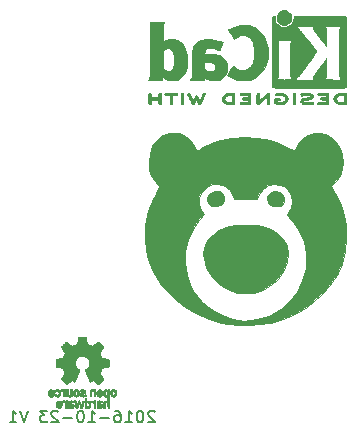
<source format=gbr>
G04 #@! TF.FileFunction,Legend,Bot*
%FSLAX46Y46*%
G04 Gerber Fmt 4.6, Leading zero omitted, Abs format (unit mm)*
G04 Created by KiCad (PCBNEW 4.0.4-stable) date 10/24/16 21:05:07*
%MOMM*%
%LPD*%
G01*
G04 APERTURE LIST*
%ADD10C,0.100000*%
%ADD11C,0.200000*%
%ADD12C,0.010000*%
G04 APERTURE END LIST*
D10*
D11*
X100122857Y-118927619D02*
X100075238Y-118880000D01*
X99980000Y-118832381D01*
X99741904Y-118832381D01*
X99646666Y-118880000D01*
X99599047Y-118927619D01*
X99551428Y-119022857D01*
X99551428Y-119118095D01*
X99599047Y-119260952D01*
X100170476Y-119832381D01*
X99551428Y-119832381D01*
X98932381Y-118832381D02*
X98837142Y-118832381D01*
X98741904Y-118880000D01*
X98694285Y-118927619D01*
X98646666Y-119022857D01*
X98599047Y-119213333D01*
X98599047Y-119451429D01*
X98646666Y-119641905D01*
X98694285Y-119737143D01*
X98741904Y-119784762D01*
X98837142Y-119832381D01*
X98932381Y-119832381D01*
X99027619Y-119784762D01*
X99075238Y-119737143D01*
X99122857Y-119641905D01*
X99170476Y-119451429D01*
X99170476Y-119213333D01*
X99122857Y-119022857D01*
X99075238Y-118927619D01*
X99027619Y-118880000D01*
X98932381Y-118832381D01*
X97646666Y-119832381D02*
X98218095Y-119832381D01*
X97932381Y-119832381D02*
X97932381Y-118832381D01*
X98027619Y-118975238D01*
X98122857Y-119070476D01*
X98218095Y-119118095D01*
X96789523Y-118832381D02*
X96980000Y-118832381D01*
X97075238Y-118880000D01*
X97122857Y-118927619D01*
X97218095Y-119070476D01*
X97265714Y-119260952D01*
X97265714Y-119641905D01*
X97218095Y-119737143D01*
X97170476Y-119784762D01*
X97075238Y-119832381D01*
X96884761Y-119832381D01*
X96789523Y-119784762D01*
X96741904Y-119737143D01*
X96694285Y-119641905D01*
X96694285Y-119403810D01*
X96741904Y-119308571D01*
X96789523Y-119260952D01*
X96884761Y-119213333D01*
X97075238Y-119213333D01*
X97170476Y-119260952D01*
X97218095Y-119308571D01*
X97265714Y-119403810D01*
X96265714Y-119451429D02*
X95503809Y-119451429D01*
X94503809Y-119832381D02*
X95075238Y-119832381D01*
X94789524Y-119832381D02*
X94789524Y-118832381D01*
X94884762Y-118975238D01*
X94980000Y-119070476D01*
X95075238Y-119118095D01*
X93884762Y-118832381D02*
X93789523Y-118832381D01*
X93694285Y-118880000D01*
X93646666Y-118927619D01*
X93599047Y-119022857D01*
X93551428Y-119213333D01*
X93551428Y-119451429D01*
X93599047Y-119641905D01*
X93646666Y-119737143D01*
X93694285Y-119784762D01*
X93789523Y-119832381D01*
X93884762Y-119832381D01*
X93980000Y-119784762D01*
X94027619Y-119737143D01*
X94075238Y-119641905D01*
X94122857Y-119451429D01*
X94122857Y-119213333D01*
X94075238Y-119022857D01*
X94027619Y-118927619D01*
X93980000Y-118880000D01*
X93884762Y-118832381D01*
X93122857Y-119451429D02*
X92360952Y-119451429D01*
X91932381Y-118927619D02*
X91884762Y-118880000D01*
X91789524Y-118832381D01*
X91551428Y-118832381D01*
X91456190Y-118880000D01*
X91408571Y-118927619D01*
X91360952Y-119022857D01*
X91360952Y-119118095D01*
X91408571Y-119260952D01*
X91980000Y-119832381D01*
X91360952Y-119832381D01*
X91027619Y-118832381D02*
X90408571Y-118832381D01*
X90741905Y-119213333D01*
X90599047Y-119213333D01*
X90503809Y-119260952D01*
X90456190Y-119308571D01*
X90408571Y-119403810D01*
X90408571Y-119641905D01*
X90456190Y-119737143D01*
X90503809Y-119784762D01*
X90599047Y-119832381D01*
X90884762Y-119832381D01*
X90980000Y-119784762D01*
X91027619Y-119737143D01*
X89360952Y-118832381D02*
X89027619Y-119832381D01*
X88694285Y-118832381D01*
X87837142Y-119832381D02*
X88408571Y-119832381D01*
X88122857Y-119832381D02*
X88122857Y-118832381D01*
X88218095Y-118975238D01*
X88313333Y-119070476D01*
X88408571Y-119118095D01*
D12*
G36*
X116099754Y-91920945D02*
X116047189Y-91921480D01*
X115893165Y-91925196D01*
X115764171Y-91936235D01*
X115655809Y-91955782D01*
X115563684Y-91985019D01*
X115483399Y-92025133D01*
X115410558Y-92077305D01*
X115384541Y-92099969D01*
X115341383Y-92152998D01*
X115302467Y-92224957D01*
X115272473Y-92304720D01*
X115256081Y-92381161D01*
X115254378Y-92409408D01*
X115265051Y-92487710D01*
X115293653Y-92573241D01*
X115335057Y-92654199D01*
X115384141Y-92718782D01*
X115392113Y-92726574D01*
X115459646Y-92781344D01*
X115533598Y-92824099D01*
X115618234Y-92855959D01*
X115717817Y-92878044D01*
X115836612Y-92891474D01*
X115978880Y-92897370D01*
X116044046Y-92897870D01*
X116126901Y-92897471D01*
X116185169Y-92895802D01*
X116224316Y-92892158D01*
X116249809Y-92885829D01*
X116267114Y-92876110D01*
X116276390Y-92867810D01*
X116285152Y-92857728D01*
X116292025Y-92844721D01*
X116297238Y-92825305D01*
X116301019Y-92795996D01*
X116303597Y-92753309D01*
X116305200Y-92693761D01*
X116306057Y-92613866D01*
X116306397Y-92510141D01*
X116306449Y-92409408D01*
X116306780Y-92275055D01*
X116306708Y-92167728D01*
X116305430Y-92116331D01*
X116111065Y-92116331D01*
X116111065Y-92702485D01*
X115987071Y-92702371D01*
X115912461Y-92700232D01*
X115834318Y-92694719D01*
X115769120Y-92687008D01*
X115767136Y-92686691D01*
X115661763Y-92661214D01*
X115580032Y-92621536D01*
X115517862Y-92565074D01*
X115478360Y-92503942D01*
X115454020Y-92436129D01*
X115455907Y-92372455D01*
X115484155Y-92304201D01*
X115539408Y-92233592D01*
X115615973Y-92181271D01*
X115715495Y-92146299D01*
X115782007Y-92133922D01*
X115857507Y-92125230D01*
X115937525Y-92118940D01*
X116005584Y-92116324D01*
X116009615Y-92116312D01*
X116111065Y-92116331D01*
X116305430Y-92116331D01*
X116304636Y-92084417D01*
X116298961Y-92022115D01*
X116288087Y-91977811D01*
X116270414Y-91948496D01*
X116244343Y-91931161D01*
X116208275Y-91922797D01*
X116160612Y-91920395D01*
X116099754Y-91920945D01*
X116099754Y-91920945D01*
G37*
X116099754Y-91920945D02*
X116047189Y-91921480D01*
X115893165Y-91925196D01*
X115764171Y-91936235D01*
X115655809Y-91955782D01*
X115563684Y-91985019D01*
X115483399Y-92025133D01*
X115410558Y-92077305D01*
X115384541Y-92099969D01*
X115341383Y-92152998D01*
X115302467Y-92224957D01*
X115272473Y-92304720D01*
X115256081Y-92381161D01*
X115254378Y-92409408D01*
X115265051Y-92487710D01*
X115293653Y-92573241D01*
X115335057Y-92654199D01*
X115384141Y-92718782D01*
X115392113Y-92726574D01*
X115459646Y-92781344D01*
X115533598Y-92824099D01*
X115618234Y-92855959D01*
X115717817Y-92878044D01*
X115836612Y-92891474D01*
X115978880Y-92897370D01*
X116044046Y-92897870D01*
X116126901Y-92897471D01*
X116185169Y-92895802D01*
X116224316Y-92892158D01*
X116249809Y-92885829D01*
X116267114Y-92876110D01*
X116276390Y-92867810D01*
X116285152Y-92857728D01*
X116292025Y-92844721D01*
X116297238Y-92825305D01*
X116301019Y-92795996D01*
X116303597Y-92753309D01*
X116305200Y-92693761D01*
X116306057Y-92613866D01*
X116306397Y-92510141D01*
X116306449Y-92409408D01*
X116306780Y-92275055D01*
X116306708Y-92167728D01*
X116305430Y-92116331D01*
X116111065Y-92116331D01*
X116111065Y-92702485D01*
X115987071Y-92702371D01*
X115912461Y-92700232D01*
X115834318Y-92694719D01*
X115769120Y-92687008D01*
X115767136Y-92686691D01*
X115661763Y-92661214D01*
X115580032Y-92621536D01*
X115517862Y-92565074D01*
X115478360Y-92503942D01*
X115454020Y-92436129D01*
X115455907Y-92372455D01*
X115484155Y-92304201D01*
X115539408Y-92233592D01*
X115615973Y-92181271D01*
X115715495Y-92146299D01*
X115782007Y-92133922D01*
X115857507Y-92125230D01*
X115937525Y-92118940D01*
X116005584Y-92116324D01*
X116009615Y-92116312D01*
X116111065Y-92116331D01*
X116305430Y-92116331D01*
X116304636Y-92084417D01*
X116298961Y-92022115D01*
X116288087Y-91977811D01*
X116270414Y-91948496D01*
X116244343Y-91931161D01*
X116208275Y-91922797D01*
X116160612Y-91920395D01*
X116099754Y-91920945D01*
G36*
X114224430Y-91921052D02*
X114132022Y-91921548D01*
X114062273Y-91922701D01*
X114011483Y-91924780D01*
X113975951Y-91928051D01*
X113951978Y-91932783D01*
X113935864Y-91939243D01*
X113923909Y-91947699D01*
X113919579Y-91951591D01*
X113893251Y-91992940D01*
X113888511Y-92040452D01*
X113905830Y-92082631D01*
X113913839Y-92091156D01*
X113926792Y-92099421D01*
X113947648Y-92105797D01*
X113980276Y-92110595D01*
X114028542Y-92114124D01*
X114096314Y-92116694D01*
X114187460Y-92118617D01*
X114270791Y-92119787D01*
X114600592Y-92123846D01*
X114609606Y-92296686D01*
X114385742Y-92296686D01*
X114288554Y-92297525D01*
X114217403Y-92301032D01*
X114168291Y-92308695D01*
X114137217Y-92322003D01*
X114120184Y-92342441D01*
X114113192Y-92371499D01*
X114112130Y-92398467D01*
X114115430Y-92431557D01*
X114127883Y-92455940D01*
X114153320Y-92472889D01*
X114195571Y-92483679D01*
X114258466Y-92489584D01*
X114345835Y-92491877D01*
X114393521Y-92492071D01*
X114608106Y-92492071D01*
X114608106Y-92702485D01*
X114277455Y-92702485D01*
X114169070Y-92702636D01*
X114086697Y-92703314D01*
X114026289Y-92704856D01*
X113983799Y-92707599D01*
X113955181Y-92711881D01*
X113936388Y-92718039D01*
X113923374Y-92726409D01*
X113916745Y-92732544D01*
X113894007Y-92768349D01*
X113886686Y-92800177D01*
X113897139Y-92839054D01*
X113916745Y-92867810D01*
X113927205Y-92876863D01*
X113940708Y-92883893D01*
X113960886Y-92889154D01*
X113991371Y-92892901D01*
X114035795Y-92895390D01*
X114097791Y-92896875D01*
X114180991Y-92897611D01*
X114289027Y-92897854D01*
X114345089Y-92897870D01*
X114465144Y-92897763D01*
X114558774Y-92897275D01*
X114629609Y-92896149D01*
X114681281Y-92894131D01*
X114717423Y-92890966D01*
X114741668Y-92886399D01*
X114757647Y-92880176D01*
X114768993Y-92872040D01*
X114773432Y-92867810D01*
X114782217Y-92857696D01*
X114789104Y-92844648D01*
X114794321Y-92825170D01*
X114798099Y-92795764D01*
X114800670Y-92752934D01*
X114802264Y-92693184D01*
X114803111Y-92613017D01*
X114803442Y-92508937D01*
X114803491Y-92412028D01*
X114803446Y-92287923D01*
X114803134Y-92190366D01*
X114802288Y-92115846D01*
X114800642Y-92060851D01*
X114797929Y-92021870D01*
X114793883Y-91995393D01*
X114788237Y-91977906D01*
X114780726Y-91965900D01*
X114771082Y-91955863D01*
X114768706Y-91953626D01*
X114757175Y-91943719D01*
X114743778Y-91936048D01*
X114724796Y-91930326D01*
X114696515Y-91926268D01*
X114655218Y-91923588D01*
X114597188Y-91922002D01*
X114518709Y-91921224D01*
X114416066Y-91920968D01*
X114343196Y-91920946D01*
X114224430Y-91921052D01*
X114224430Y-91921052D01*
G37*
X114224430Y-91921052D02*
X114132022Y-91921548D01*
X114062273Y-91922701D01*
X114011483Y-91924780D01*
X113975951Y-91928051D01*
X113951978Y-91932783D01*
X113935864Y-91939243D01*
X113923909Y-91947699D01*
X113919579Y-91951591D01*
X113893251Y-91992940D01*
X113888511Y-92040452D01*
X113905830Y-92082631D01*
X113913839Y-92091156D01*
X113926792Y-92099421D01*
X113947648Y-92105797D01*
X113980276Y-92110595D01*
X114028542Y-92114124D01*
X114096314Y-92116694D01*
X114187460Y-92118617D01*
X114270791Y-92119787D01*
X114600592Y-92123846D01*
X114609606Y-92296686D01*
X114385742Y-92296686D01*
X114288554Y-92297525D01*
X114217403Y-92301032D01*
X114168291Y-92308695D01*
X114137217Y-92322003D01*
X114120184Y-92342441D01*
X114113192Y-92371499D01*
X114112130Y-92398467D01*
X114115430Y-92431557D01*
X114127883Y-92455940D01*
X114153320Y-92472889D01*
X114195571Y-92483679D01*
X114258466Y-92489584D01*
X114345835Y-92491877D01*
X114393521Y-92492071D01*
X114608106Y-92492071D01*
X114608106Y-92702485D01*
X114277455Y-92702485D01*
X114169070Y-92702636D01*
X114086697Y-92703314D01*
X114026289Y-92704856D01*
X113983799Y-92707599D01*
X113955181Y-92711881D01*
X113936388Y-92718039D01*
X113923374Y-92726409D01*
X113916745Y-92732544D01*
X113894007Y-92768349D01*
X113886686Y-92800177D01*
X113897139Y-92839054D01*
X113916745Y-92867810D01*
X113927205Y-92876863D01*
X113940708Y-92883893D01*
X113960886Y-92889154D01*
X113991371Y-92892901D01*
X114035795Y-92895390D01*
X114097791Y-92896875D01*
X114180991Y-92897611D01*
X114289027Y-92897854D01*
X114345089Y-92897870D01*
X114465144Y-92897763D01*
X114558774Y-92897275D01*
X114629609Y-92896149D01*
X114681281Y-92894131D01*
X114717423Y-92890966D01*
X114741668Y-92886399D01*
X114757647Y-92880176D01*
X114768993Y-92872040D01*
X114773432Y-92867810D01*
X114782217Y-92857696D01*
X114789104Y-92844648D01*
X114794321Y-92825170D01*
X114798099Y-92795764D01*
X114800670Y-92752934D01*
X114802264Y-92693184D01*
X114803111Y-92613017D01*
X114803442Y-92508937D01*
X114803491Y-92412028D01*
X114803446Y-92287923D01*
X114803134Y-92190366D01*
X114802288Y-92115846D01*
X114800642Y-92060851D01*
X114797929Y-92021870D01*
X114793883Y-91995393D01*
X114788237Y-91977906D01*
X114780726Y-91965900D01*
X114771082Y-91955863D01*
X114768706Y-91953626D01*
X114757175Y-91943719D01*
X114743778Y-91936048D01*
X114724796Y-91930326D01*
X114696515Y-91926268D01*
X114655218Y-91923588D01*
X114597188Y-91922002D01*
X114518709Y-91921224D01*
X114416066Y-91920968D01*
X114343196Y-91920946D01*
X114224430Y-91921052D01*
G36*
X112864988Y-91922657D02*
X112765383Y-91929620D01*
X112672744Y-91940495D01*
X112592458Y-91954874D01*
X112529908Y-91972346D01*
X112490481Y-91992502D01*
X112484429Y-91998435D01*
X112463384Y-92044475D01*
X112469766Y-92091740D01*
X112502407Y-92132178D01*
X112503964Y-92133337D01*
X112523163Y-92145797D01*
X112543205Y-92152349D01*
X112571160Y-92153144D01*
X112614099Y-92148336D01*
X112679091Y-92138075D01*
X112684319Y-92137211D01*
X112781161Y-92125314D01*
X112885644Y-92119445D01*
X112990435Y-92119388D01*
X113088202Y-92124927D01*
X113171612Y-92135845D01*
X113233333Y-92151925D01*
X113237388Y-92153541D01*
X113282164Y-92178629D01*
X113297896Y-92204018D01*
X113285580Y-92228987D01*
X113246215Y-92252816D01*
X113180798Y-92274782D01*
X113090326Y-92294166D01*
X113030000Y-92303498D01*
X112904600Y-92321449D01*
X112804865Y-92337859D01*
X112726546Y-92354148D01*
X112665393Y-92371738D01*
X112617159Y-92392049D01*
X112577595Y-92416503D01*
X112542452Y-92446520D01*
X112514211Y-92475996D01*
X112480708Y-92517067D01*
X112464219Y-92552382D01*
X112459063Y-92595893D01*
X112458876Y-92611828D01*
X112462748Y-92664705D01*
X112478227Y-92704043D01*
X112505015Y-92738960D01*
X112559459Y-92792334D01*
X112620170Y-92833038D01*
X112691658Y-92862400D01*
X112778436Y-92881747D01*
X112885014Y-92892406D01*
X113015903Y-92895705D01*
X113037515Y-92895649D01*
X113124798Y-92893840D01*
X113211359Y-92889729D01*
X113287762Y-92883906D01*
X113344570Y-92876961D01*
X113349164Y-92876164D01*
X113405645Y-92862784D01*
X113453552Y-92845882D01*
X113480673Y-92830431D01*
X113505911Y-92789666D01*
X113507669Y-92742198D01*
X113485912Y-92699895D01*
X113481044Y-92695112D01*
X113460922Y-92680899D01*
X113435758Y-92674776D01*
X113396813Y-92675818D01*
X113349535Y-92681234D01*
X113296705Y-92686073D01*
X113222648Y-92690155D01*
X113136191Y-92693118D01*
X113046163Y-92694597D01*
X113022485Y-92694694D01*
X112932122Y-92694330D01*
X112865989Y-92692576D01*
X112818267Y-92688823D01*
X112783138Y-92682463D01*
X112754782Y-92672887D01*
X112737741Y-92664911D01*
X112700296Y-92642765D01*
X112676421Y-92622708D01*
X112672932Y-92617023D01*
X112680293Y-92593545D01*
X112715287Y-92570817D01*
X112775488Y-92549870D01*
X112858471Y-92531736D01*
X112882920Y-92527697D01*
X113010622Y-92507639D01*
X113112540Y-92490874D01*
X113192606Y-92476183D01*
X113254754Y-92462348D01*
X113302918Y-92448151D01*
X113341032Y-92432373D01*
X113373030Y-92413796D01*
X113402844Y-92391202D01*
X113434410Y-92363373D01*
X113445032Y-92353616D01*
X113482273Y-92317202D01*
X113501987Y-92288352D01*
X113509699Y-92255338D01*
X113510947Y-92213735D01*
X113497215Y-92132151D01*
X113456178Y-92062834D01*
X113388070Y-92006008D01*
X113293127Y-91961897D01*
X113225384Y-91942112D01*
X113151759Y-91929333D01*
X113063561Y-91922104D01*
X112966176Y-91920015D01*
X112864988Y-91922657D01*
X112864988Y-91922657D01*
G37*
X112864988Y-91922657D02*
X112765383Y-91929620D01*
X112672744Y-91940495D01*
X112592458Y-91954874D01*
X112529908Y-91972346D01*
X112490481Y-91992502D01*
X112484429Y-91998435D01*
X112463384Y-92044475D01*
X112469766Y-92091740D01*
X112502407Y-92132178D01*
X112503964Y-92133337D01*
X112523163Y-92145797D01*
X112543205Y-92152349D01*
X112571160Y-92153144D01*
X112614099Y-92148336D01*
X112679091Y-92138075D01*
X112684319Y-92137211D01*
X112781161Y-92125314D01*
X112885644Y-92119445D01*
X112990435Y-92119388D01*
X113088202Y-92124927D01*
X113171612Y-92135845D01*
X113233333Y-92151925D01*
X113237388Y-92153541D01*
X113282164Y-92178629D01*
X113297896Y-92204018D01*
X113285580Y-92228987D01*
X113246215Y-92252816D01*
X113180798Y-92274782D01*
X113090326Y-92294166D01*
X113030000Y-92303498D01*
X112904600Y-92321449D01*
X112804865Y-92337859D01*
X112726546Y-92354148D01*
X112665393Y-92371738D01*
X112617159Y-92392049D01*
X112577595Y-92416503D01*
X112542452Y-92446520D01*
X112514211Y-92475996D01*
X112480708Y-92517067D01*
X112464219Y-92552382D01*
X112459063Y-92595893D01*
X112458876Y-92611828D01*
X112462748Y-92664705D01*
X112478227Y-92704043D01*
X112505015Y-92738960D01*
X112559459Y-92792334D01*
X112620170Y-92833038D01*
X112691658Y-92862400D01*
X112778436Y-92881747D01*
X112885014Y-92892406D01*
X113015903Y-92895705D01*
X113037515Y-92895649D01*
X113124798Y-92893840D01*
X113211359Y-92889729D01*
X113287762Y-92883906D01*
X113344570Y-92876961D01*
X113349164Y-92876164D01*
X113405645Y-92862784D01*
X113453552Y-92845882D01*
X113480673Y-92830431D01*
X113505911Y-92789666D01*
X113507669Y-92742198D01*
X113485912Y-92699895D01*
X113481044Y-92695112D01*
X113460922Y-92680899D01*
X113435758Y-92674776D01*
X113396813Y-92675818D01*
X113349535Y-92681234D01*
X113296705Y-92686073D01*
X113222648Y-92690155D01*
X113136191Y-92693118D01*
X113046163Y-92694597D01*
X113022485Y-92694694D01*
X112932122Y-92694330D01*
X112865989Y-92692576D01*
X112818267Y-92688823D01*
X112783138Y-92682463D01*
X112754782Y-92672887D01*
X112737741Y-92664911D01*
X112700296Y-92642765D01*
X112676421Y-92622708D01*
X112672932Y-92617023D01*
X112680293Y-92593545D01*
X112715287Y-92570817D01*
X112775488Y-92549870D01*
X112858471Y-92531736D01*
X112882920Y-92527697D01*
X113010622Y-92507639D01*
X113112540Y-92490874D01*
X113192606Y-92476183D01*
X113254754Y-92462348D01*
X113302918Y-92448151D01*
X113341032Y-92432373D01*
X113373030Y-92413796D01*
X113402844Y-92391202D01*
X113434410Y-92363373D01*
X113445032Y-92353616D01*
X113482273Y-92317202D01*
X113501987Y-92288352D01*
X113509699Y-92255338D01*
X113510947Y-92213735D01*
X113497215Y-92132151D01*
X113456178Y-92062834D01*
X113388070Y-92006008D01*
X113293127Y-91961897D01*
X113225384Y-91942112D01*
X113151759Y-91929333D01*
X113063561Y-91922104D01*
X112966176Y-91920015D01*
X112864988Y-91922657D01*
G36*
X111842663Y-91951006D02*
X111833901Y-91961088D01*
X111827028Y-91974095D01*
X111821815Y-91993511D01*
X111818034Y-92022820D01*
X111815456Y-92065507D01*
X111813853Y-92125055D01*
X111812995Y-92204950D01*
X111812656Y-92308676D01*
X111812603Y-92409408D01*
X111812696Y-92534352D01*
X111813127Y-92632721D01*
X111814123Y-92708001D01*
X111815915Y-92763674D01*
X111818729Y-92803226D01*
X111822796Y-92830141D01*
X111828342Y-92847903D01*
X111835597Y-92859997D01*
X111842663Y-92867810D01*
X111886602Y-92894012D01*
X111933420Y-92891661D01*
X111975309Y-92863084D01*
X111984934Y-92851927D01*
X111992455Y-92838983D01*
X111998134Y-92820672D01*
X112002227Y-92793418D01*
X112004995Y-92753640D01*
X112006696Y-92697762D01*
X112007589Y-92622204D01*
X112007933Y-92523388D01*
X112007988Y-92411514D01*
X112007988Y-91994728D01*
X111971097Y-91957837D01*
X111925625Y-91926800D01*
X111881516Y-91925681D01*
X111842663Y-91951006D01*
X111842663Y-91951006D01*
G37*
X111842663Y-91951006D02*
X111833901Y-91961088D01*
X111827028Y-91974095D01*
X111821815Y-91993511D01*
X111818034Y-92022820D01*
X111815456Y-92065507D01*
X111813853Y-92125055D01*
X111812995Y-92204950D01*
X111812656Y-92308676D01*
X111812603Y-92409408D01*
X111812696Y-92534352D01*
X111813127Y-92632721D01*
X111814123Y-92708001D01*
X111815915Y-92763674D01*
X111818729Y-92803226D01*
X111822796Y-92830141D01*
X111828342Y-92847903D01*
X111835597Y-92859997D01*
X111842663Y-92867810D01*
X111886602Y-92894012D01*
X111933420Y-92891661D01*
X111975309Y-92863084D01*
X111984934Y-92851927D01*
X111992455Y-92838983D01*
X111998134Y-92820672D01*
X112002227Y-92793418D01*
X112004995Y-92753640D01*
X112006696Y-92697762D01*
X112007589Y-92622204D01*
X112007933Y-92523388D01*
X112007988Y-92411514D01*
X112007988Y-91994728D01*
X111971097Y-91957837D01*
X111925625Y-91926800D01*
X111881516Y-91925681D01*
X111842663Y-91951006D01*
G36*
X110546262Y-91928312D02*
X110455041Y-91943618D01*
X110384982Y-91967411D01*
X110339404Y-91998740D01*
X110326984Y-92016614D01*
X110314354Y-92058185D01*
X110322853Y-92095792D01*
X110349685Y-92131455D01*
X110391376Y-92148139D01*
X110451870Y-92146784D01*
X110498659Y-92137745D01*
X110602628Y-92120523D01*
X110708880Y-92118887D01*
X110827809Y-92132865D01*
X110860660Y-92138788D01*
X110971245Y-92169967D01*
X111057759Y-92216346D01*
X111119253Y-92277135D01*
X111154778Y-92351544D01*
X111162125Y-92390014D01*
X111157316Y-92468063D01*
X111126266Y-92537117D01*
X111071806Y-92595829D01*
X110996764Y-92642853D01*
X110903970Y-92676843D01*
X110796252Y-92696454D01*
X110676441Y-92700341D01*
X110547365Y-92687156D01*
X110540077Y-92685912D01*
X110488738Y-92676350D01*
X110460272Y-92667114D01*
X110447934Y-92653409D01*
X110444978Y-92630442D01*
X110444911Y-92618279D01*
X110444911Y-92567219D01*
X110536077Y-92567219D01*
X110616582Y-92561704D01*
X110671521Y-92544130D01*
X110703486Y-92512953D01*
X110715072Y-92466630D01*
X110715213Y-92460584D01*
X110708435Y-92420989D01*
X110685191Y-92392717D01*
X110641930Y-92374007D01*
X110575101Y-92363100D01*
X110510370Y-92359090D01*
X110416287Y-92356789D01*
X110348044Y-92360300D01*
X110301501Y-92373255D01*
X110272518Y-92399286D01*
X110256955Y-92442027D01*
X110250671Y-92505110D01*
X110249526Y-92587964D01*
X110251402Y-92680446D01*
X110257046Y-92743354D01*
X110266482Y-92776939D01*
X110268313Y-92779569D01*
X110320125Y-92821534D01*
X110396090Y-92854768D01*
X110491392Y-92878559D01*
X110601216Y-92892199D01*
X110720746Y-92894978D01*
X110845166Y-92886185D01*
X110918343Y-92875385D01*
X111033120Y-92842898D01*
X111139796Y-92789786D01*
X111229111Y-92720855D01*
X111242686Y-92707078D01*
X111286792Y-92649158D01*
X111326589Y-92577376D01*
X111357427Y-92502119D01*
X111374657Y-92433777D01*
X111376734Y-92407529D01*
X111367893Y-92352777D01*
X111344395Y-92284655D01*
X111310749Y-92212950D01*
X111271464Y-92147449D01*
X111236755Y-92103698D01*
X111155603Y-92038619D01*
X111050698Y-91986821D01*
X110925800Y-91949474D01*
X110784667Y-91927753D01*
X110655325Y-91922445D01*
X110546262Y-91928312D01*
X110546262Y-91928312D01*
G37*
X110546262Y-91928312D02*
X110455041Y-91943618D01*
X110384982Y-91967411D01*
X110339404Y-91998740D01*
X110326984Y-92016614D01*
X110314354Y-92058185D01*
X110322853Y-92095792D01*
X110349685Y-92131455D01*
X110391376Y-92148139D01*
X110451870Y-92146784D01*
X110498659Y-92137745D01*
X110602628Y-92120523D01*
X110708880Y-92118887D01*
X110827809Y-92132865D01*
X110860660Y-92138788D01*
X110971245Y-92169967D01*
X111057759Y-92216346D01*
X111119253Y-92277135D01*
X111154778Y-92351544D01*
X111162125Y-92390014D01*
X111157316Y-92468063D01*
X111126266Y-92537117D01*
X111071806Y-92595829D01*
X110996764Y-92642853D01*
X110903970Y-92676843D01*
X110796252Y-92696454D01*
X110676441Y-92700341D01*
X110547365Y-92687156D01*
X110540077Y-92685912D01*
X110488738Y-92676350D01*
X110460272Y-92667114D01*
X110447934Y-92653409D01*
X110444978Y-92630442D01*
X110444911Y-92618279D01*
X110444911Y-92567219D01*
X110536077Y-92567219D01*
X110616582Y-92561704D01*
X110671521Y-92544130D01*
X110703486Y-92512953D01*
X110715072Y-92466630D01*
X110715213Y-92460584D01*
X110708435Y-92420989D01*
X110685191Y-92392717D01*
X110641930Y-92374007D01*
X110575101Y-92363100D01*
X110510370Y-92359090D01*
X110416287Y-92356789D01*
X110348044Y-92360300D01*
X110301501Y-92373255D01*
X110272518Y-92399286D01*
X110256955Y-92442027D01*
X110250671Y-92505110D01*
X110249526Y-92587964D01*
X110251402Y-92680446D01*
X110257046Y-92743354D01*
X110266482Y-92776939D01*
X110268313Y-92779569D01*
X110320125Y-92821534D01*
X110396090Y-92854768D01*
X110491392Y-92878559D01*
X110601216Y-92892199D01*
X110720746Y-92894978D01*
X110845166Y-92886185D01*
X110918343Y-92875385D01*
X111033120Y-92842898D01*
X111139796Y-92789786D01*
X111229111Y-92720855D01*
X111242686Y-92707078D01*
X111286792Y-92649158D01*
X111326589Y-92577376D01*
X111357427Y-92502119D01*
X111374657Y-92433777D01*
X111376734Y-92407529D01*
X111367893Y-92352777D01*
X111344395Y-92284655D01*
X111310749Y-92212950D01*
X111271464Y-92147449D01*
X111236755Y-92103698D01*
X111155603Y-92038619D01*
X111050698Y-91986821D01*
X110925800Y-91949474D01*
X110784667Y-91927753D01*
X110655325Y-91922445D01*
X110546262Y-91928312D01*
G36*
X109680920Y-91926780D02*
X109649545Y-91945185D01*
X109608522Y-91975285D01*
X109555724Y-92018496D01*
X109489025Y-92076238D01*
X109406299Y-92149928D01*
X109305420Y-92240984D01*
X109189941Y-92345674D01*
X108949467Y-92563743D01*
X108941952Y-92271044D01*
X108939239Y-92170290D01*
X108936622Y-92095258D01*
X108933520Y-92041620D01*
X108929356Y-92005046D01*
X108923551Y-91981207D01*
X108915524Y-91965774D01*
X108904697Y-91954418D01*
X108898956Y-91949646D01*
X108852983Y-91924413D01*
X108809237Y-91928102D01*
X108774535Y-91949659D01*
X108739053Y-91978371D01*
X108734640Y-92397686D01*
X108733419Y-92521007D01*
X108732797Y-92617884D01*
X108732990Y-92691930D01*
X108734214Y-92746757D01*
X108736684Y-92785979D01*
X108740614Y-92813209D01*
X108746220Y-92832059D01*
X108753718Y-92846141D01*
X108762033Y-92857435D01*
X108780022Y-92878382D01*
X108797921Y-92892267D01*
X108818212Y-92897596D01*
X108843378Y-92892876D01*
X108875900Y-92876613D01*
X108918263Y-92847313D01*
X108972948Y-92803482D01*
X109042437Y-92743627D01*
X109129215Y-92666254D01*
X109227515Y-92577350D01*
X109580710Y-92256971D01*
X109588225Y-92548713D01*
X109590943Y-92649283D01*
X109593567Y-92724140D01*
X109596679Y-92777620D01*
X109600862Y-92814062D01*
X109606697Y-92837804D01*
X109614766Y-92853182D01*
X109625651Y-92864536D01*
X109631221Y-92869162D01*
X109680456Y-92894578D01*
X109726977Y-92890745D01*
X109767489Y-92858269D01*
X109776756Y-92845203D01*
X109783979Y-92829945D01*
X109789412Y-92808832D01*
X109793308Y-92778205D01*
X109795921Y-92734402D01*
X109797507Y-92673763D01*
X109798318Y-92592627D01*
X109798608Y-92487333D01*
X109798639Y-92409408D01*
X109798541Y-92287524D01*
X109798079Y-92192039D01*
X109796997Y-92119291D01*
X109795043Y-92065619D01*
X109791962Y-92027363D01*
X109787500Y-92000863D01*
X109781403Y-91982456D01*
X109773417Y-91968484D01*
X109767489Y-91960547D01*
X109752462Y-91941748D01*
X109738418Y-91927553D01*
X109723230Y-91919382D01*
X109704773Y-91918652D01*
X109680920Y-91926780D01*
X109680920Y-91926780D01*
G37*
X109680920Y-91926780D02*
X109649545Y-91945185D01*
X109608522Y-91975285D01*
X109555724Y-92018496D01*
X109489025Y-92076238D01*
X109406299Y-92149928D01*
X109305420Y-92240984D01*
X109189941Y-92345674D01*
X108949467Y-92563743D01*
X108941952Y-92271044D01*
X108939239Y-92170290D01*
X108936622Y-92095258D01*
X108933520Y-92041620D01*
X108929356Y-92005046D01*
X108923551Y-91981207D01*
X108915524Y-91965774D01*
X108904697Y-91954418D01*
X108898956Y-91949646D01*
X108852983Y-91924413D01*
X108809237Y-91928102D01*
X108774535Y-91949659D01*
X108739053Y-91978371D01*
X108734640Y-92397686D01*
X108733419Y-92521007D01*
X108732797Y-92617884D01*
X108732990Y-92691930D01*
X108734214Y-92746757D01*
X108736684Y-92785979D01*
X108740614Y-92813209D01*
X108746220Y-92832059D01*
X108753718Y-92846141D01*
X108762033Y-92857435D01*
X108780022Y-92878382D01*
X108797921Y-92892267D01*
X108818212Y-92897596D01*
X108843378Y-92892876D01*
X108875900Y-92876613D01*
X108918263Y-92847313D01*
X108972948Y-92803482D01*
X109042437Y-92743627D01*
X109129215Y-92666254D01*
X109227515Y-92577350D01*
X109580710Y-92256971D01*
X109588225Y-92548713D01*
X109590943Y-92649283D01*
X109593567Y-92724140D01*
X109596679Y-92777620D01*
X109600862Y-92814062D01*
X109606697Y-92837804D01*
X109614766Y-92853182D01*
X109625651Y-92864536D01*
X109631221Y-92869162D01*
X109680456Y-92894578D01*
X109726977Y-92890745D01*
X109767489Y-92858269D01*
X109776756Y-92845203D01*
X109783979Y-92829945D01*
X109789412Y-92808832D01*
X109793308Y-92778205D01*
X109795921Y-92734402D01*
X109797507Y-92673763D01*
X109798318Y-92592627D01*
X109798608Y-92487333D01*
X109798639Y-92409408D01*
X109798541Y-92287524D01*
X109798079Y-92192039D01*
X109796997Y-92119291D01*
X109795043Y-92065619D01*
X109791962Y-92027363D01*
X109787500Y-92000863D01*
X109781403Y-91982456D01*
X109773417Y-91968484D01*
X109767489Y-91960547D01*
X109752462Y-91941748D01*
X109738418Y-91927553D01*
X109723230Y-91919382D01*
X109704773Y-91918652D01*
X109680920Y-91926780D01*
G36*
X107643330Y-91921203D02*
X107541669Y-91922420D01*
X107463764Y-91925266D01*
X107406465Y-91930410D01*
X107366619Y-91938520D01*
X107341078Y-91950267D01*
X107326689Y-91966318D01*
X107320301Y-91987344D01*
X107318765Y-92014012D01*
X107318757Y-92017162D01*
X107320091Y-92047326D01*
X107326395Y-92070639D01*
X107341124Y-92088042D01*
X107367731Y-92100476D01*
X107409672Y-92108881D01*
X107470400Y-92114201D01*
X107553370Y-92117375D01*
X107662035Y-92119345D01*
X107695341Y-92119781D01*
X108017633Y-92123846D01*
X108022140Y-92210266D01*
X108026648Y-92296686D01*
X107802783Y-92296686D01*
X107715325Y-92297009D01*
X107652877Y-92298373D01*
X107610392Y-92301375D01*
X107582823Y-92306609D01*
X107565124Y-92314671D01*
X107552249Y-92326156D01*
X107552166Y-92326247D01*
X107528816Y-92371007D01*
X107529660Y-92419383D01*
X107554167Y-92460622D01*
X107559017Y-92464861D01*
X107576231Y-92475785D01*
X107599820Y-92483385D01*
X107635039Y-92488233D01*
X107687146Y-92490902D01*
X107761396Y-92491964D01*
X107808884Y-92492071D01*
X108025148Y-92492071D01*
X108025148Y-92702485D01*
X107696826Y-92702485D01*
X107588428Y-92702675D01*
X107506111Y-92703450D01*
X107445897Y-92705120D01*
X107403811Y-92707994D01*
X107375875Y-92712383D01*
X107358112Y-92718595D01*
X107346546Y-92726940D01*
X107343631Y-92729970D01*
X107322110Y-92771970D01*
X107320536Y-92819750D01*
X107338191Y-92861178D01*
X107352161Y-92874473D01*
X107366692Y-92881792D01*
X107389208Y-92887455D01*
X107423270Y-92891659D01*
X107472439Y-92894604D01*
X107540278Y-92896487D01*
X107630348Y-92897506D01*
X107746209Y-92897861D01*
X107772403Y-92897870D01*
X107890207Y-92897792D01*
X107981650Y-92897367D01*
X108050432Y-92896302D01*
X108100250Y-92894305D01*
X108134806Y-92891086D01*
X108157796Y-92886352D01*
X108172920Y-92879813D01*
X108183877Y-92871177D01*
X108189888Y-92864976D01*
X108198936Y-92853993D01*
X108206004Y-92840388D01*
X108211337Y-92820592D01*
X108215178Y-92791038D01*
X108217771Y-92748157D01*
X108219359Y-92688381D01*
X108220185Y-92608143D01*
X108220494Y-92503875D01*
X108220532Y-92416116D01*
X108220438Y-92293144D01*
X108219989Y-92196605D01*
X108218938Y-92122875D01*
X108217036Y-92068326D01*
X108214037Y-92029335D01*
X108209691Y-92002275D01*
X108203752Y-91983520D01*
X108195971Y-91969446D01*
X108189382Y-91960547D01*
X108158232Y-91920946D01*
X107771898Y-91920946D01*
X107643330Y-91921203D01*
X107643330Y-91921203D01*
G37*
X107643330Y-91921203D02*
X107541669Y-91922420D01*
X107463764Y-91925266D01*
X107406465Y-91930410D01*
X107366619Y-91938520D01*
X107341078Y-91950267D01*
X107326689Y-91966318D01*
X107320301Y-91987344D01*
X107318765Y-92014012D01*
X107318757Y-92017162D01*
X107320091Y-92047326D01*
X107326395Y-92070639D01*
X107341124Y-92088042D01*
X107367731Y-92100476D01*
X107409672Y-92108881D01*
X107470400Y-92114201D01*
X107553370Y-92117375D01*
X107662035Y-92119345D01*
X107695341Y-92119781D01*
X108017633Y-92123846D01*
X108022140Y-92210266D01*
X108026648Y-92296686D01*
X107802783Y-92296686D01*
X107715325Y-92297009D01*
X107652877Y-92298373D01*
X107610392Y-92301375D01*
X107582823Y-92306609D01*
X107565124Y-92314671D01*
X107552249Y-92326156D01*
X107552166Y-92326247D01*
X107528816Y-92371007D01*
X107529660Y-92419383D01*
X107554167Y-92460622D01*
X107559017Y-92464861D01*
X107576231Y-92475785D01*
X107599820Y-92483385D01*
X107635039Y-92488233D01*
X107687146Y-92490902D01*
X107761396Y-92491964D01*
X107808884Y-92492071D01*
X108025148Y-92492071D01*
X108025148Y-92702485D01*
X107696826Y-92702485D01*
X107588428Y-92702675D01*
X107506111Y-92703450D01*
X107445897Y-92705120D01*
X107403811Y-92707994D01*
X107375875Y-92712383D01*
X107358112Y-92718595D01*
X107346546Y-92726940D01*
X107343631Y-92729970D01*
X107322110Y-92771970D01*
X107320536Y-92819750D01*
X107338191Y-92861178D01*
X107352161Y-92874473D01*
X107366692Y-92881792D01*
X107389208Y-92887455D01*
X107423270Y-92891659D01*
X107472439Y-92894604D01*
X107540278Y-92896487D01*
X107630348Y-92897506D01*
X107746209Y-92897861D01*
X107772403Y-92897870D01*
X107890207Y-92897792D01*
X107981650Y-92897367D01*
X108050432Y-92896302D01*
X108100250Y-92894305D01*
X108134806Y-92891086D01*
X108157796Y-92886352D01*
X108172920Y-92879813D01*
X108183877Y-92871177D01*
X108189888Y-92864976D01*
X108198936Y-92853993D01*
X108206004Y-92840388D01*
X108211337Y-92820592D01*
X108215178Y-92791038D01*
X108217771Y-92748157D01*
X108219359Y-92688381D01*
X108220185Y-92608143D01*
X108220494Y-92503875D01*
X108220532Y-92416116D01*
X108220438Y-92293144D01*
X108219989Y-92196605D01*
X108218938Y-92122875D01*
X108217036Y-92068326D01*
X108214037Y-92029335D01*
X108209691Y-92002275D01*
X108203752Y-91983520D01*
X108195971Y-91969446D01*
X108189382Y-91960547D01*
X108158232Y-91920946D01*
X107771898Y-91920946D01*
X107643330Y-91921203D01*
G36*
X106594263Y-91921223D02*
X106422545Y-91927029D01*
X106276491Y-91944637D01*
X106153693Y-91975099D01*
X106051743Y-92019471D01*
X105968232Y-92078807D01*
X105900753Y-92154160D01*
X105846897Y-92246586D01*
X105845838Y-92248840D01*
X105813697Y-92331560D01*
X105802245Y-92404820D01*
X105811526Y-92478548D01*
X105841585Y-92562671D01*
X105847285Y-92575473D01*
X105886161Y-92650398D01*
X105929851Y-92708293D01*
X105986240Y-92757508D01*
X106063208Y-92806393D01*
X106067680Y-92808945D01*
X106134683Y-92841131D01*
X106210415Y-92865168D01*
X106299742Y-92881887D01*
X106407531Y-92892115D01*
X106538648Y-92896682D01*
X106584974Y-92897079D01*
X106805570Y-92897870D01*
X106836720Y-92858269D01*
X106845960Y-92845247D01*
X106853168Y-92830040D01*
X106858596Y-92809002D01*
X106862495Y-92778486D01*
X106865117Y-92734847D01*
X106865972Y-92702485D01*
X106657455Y-92702485D01*
X106532464Y-92702485D01*
X106459323Y-92700346D01*
X106384239Y-92694717D01*
X106322616Y-92686779D01*
X106318897Y-92686111D01*
X106209447Y-92656748D01*
X106124552Y-92612633D01*
X106061528Y-92551719D01*
X106017686Y-92471960D01*
X106010063Y-92450820D01*
X106002590Y-92417898D01*
X106005825Y-92385372D01*
X106021567Y-92342100D01*
X106031056Y-92320843D01*
X106062129Y-92264356D01*
X106099567Y-92224727D01*
X106140759Y-92197130D01*
X106223270Y-92161218D01*
X106328867Y-92135204D01*
X106451882Y-92120224D01*
X106540976Y-92116928D01*
X106657455Y-92116331D01*
X106657455Y-92702485D01*
X106865972Y-92702485D01*
X106866714Y-92674436D01*
X106867536Y-92593608D01*
X106867836Y-92488717D01*
X106867870Y-92406698D01*
X106867870Y-91994728D01*
X106830979Y-91957837D01*
X106814606Y-91942884D01*
X106796903Y-91932644D01*
X106772181Y-91926237D01*
X106734752Y-91922783D01*
X106678927Y-91921403D01*
X106599018Y-91921217D01*
X106594263Y-91921223D01*
X106594263Y-91921223D01*
G37*
X106594263Y-91921223D02*
X106422545Y-91927029D01*
X106276491Y-91944637D01*
X106153693Y-91975099D01*
X106051743Y-92019471D01*
X105968232Y-92078807D01*
X105900753Y-92154160D01*
X105846897Y-92246586D01*
X105845838Y-92248840D01*
X105813697Y-92331560D01*
X105802245Y-92404820D01*
X105811526Y-92478548D01*
X105841585Y-92562671D01*
X105847285Y-92575473D01*
X105886161Y-92650398D01*
X105929851Y-92708293D01*
X105986240Y-92757508D01*
X106063208Y-92806393D01*
X106067680Y-92808945D01*
X106134683Y-92841131D01*
X106210415Y-92865168D01*
X106299742Y-92881887D01*
X106407531Y-92892115D01*
X106538648Y-92896682D01*
X106584974Y-92897079D01*
X106805570Y-92897870D01*
X106836720Y-92858269D01*
X106845960Y-92845247D01*
X106853168Y-92830040D01*
X106858596Y-92809002D01*
X106862495Y-92778486D01*
X106865117Y-92734847D01*
X106865972Y-92702485D01*
X106657455Y-92702485D01*
X106532464Y-92702485D01*
X106459323Y-92700346D01*
X106384239Y-92694717D01*
X106322616Y-92686779D01*
X106318897Y-92686111D01*
X106209447Y-92656748D01*
X106124552Y-92612633D01*
X106061528Y-92551719D01*
X106017686Y-92471960D01*
X106010063Y-92450820D01*
X106002590Y-92417898D01*
X106005825Y-92385372D01*
X106021567Y-92342100D01*
X106031056Y-92320843D01*
X106062129Y-92264356D01*
X106099567Y-92224727D01*
X106140759Y-92197130D01*
X106223270Y-92161218D01*
X106328867Y-92135204D01*
X106451882Y-92120224D01*
X106540976Y-92116928D01*
X106657455Y-92116331D01*
X106657455Y-92702485D01*
X106865972Y-92702485D01*
X106866714Y-92674436D01*
X106867536Y-92593608D01*
X106867836Y-92488717D01*
X106867870Y-92406698D01*
X106867870Y-91994728D01*
X106830979Y-91957837D01*
X106814606Y-91942884D01*
X106796903Y-91932644D01*
X106772181Y-91926237D01*
X106734752Y-91922783D01*
X106678927Y-91921403D01*
X106599018Y-91921217D01*
X106594263Y-91921223D01*
G36*
X102964499Y-91923566D02*
X102938418Y-91932886D01*
X102937412Y-91933342D01*
X102901994Y-91960370D01*
X102882480Y-91988172D01*
X102878662Y-92001208D01*
X102878851Y-92018528D01*
X102884224Y-92043203D01*
X102895958Y-92078300D01*
X102915233Y-92126889D01*
X102943224Y-92192038D01*
X102981110Y-92276817D01*
X103030068Y-92384295D01*
X103057015Y-92443039D01*
X103105676Y-92547909D01*
X103151356Y-92644350D01*
X103192312Y-92728834D01*
X103226800Y-92797836D01*
X103253077Y-92847830D01*
X103269400Y-92875290D01*
X103272630Y-92879083D01*
X103313957Y-92895816D01*
X103360637Y-92893575D01*
X103398076Y-92873223D01*
X103399602Y-92871568D01*
X103414495Y-92849022D01*
X103439477Y-92805107D01*
X103471467Y-92745476D01*
X103507386Y-92675782D01*
X103520294Y-92650099D01*
X103617732Y-92454933D01*
X103723940Y-92666943D01*
X103761849Y-92740197D01*
X103797019Y-92803726D01*
X103826578Y-92852667D01*
X103847652Y-92882158D01*
X103854794Y-92888412D01*
X103910308Y-92896881D01*
X103956117Y-92879083D01*
X103969592Y-92860061D01*
X103992910Y-92817785D01*
X104024169Y-92756416D01*
X104061466Y-92680112D01*
X104102900Y-92593035D01*
X104146568Y-92499343D01*
X104190568Y-92403197D01*
X104232998Y-92308757D01*
X104271956Y-92220181D01*
X104305539Y-92141632D01*
X104331845Y-92077267D01*
X104348972Y-92031247D01*
X104355017Y-92007733D01*
X104354955Y-92006881D01*
X104340246Y-91977292D01*
X104310844Y-91947156D01*
X104309113Y-91945844D01*
X104272976Y-91925418D01*
X104239552Y-91925616D01*
X104227024Y-91929467D01*
X104211759Y-91937789D01*
X104195548Y-91954161D01*
X104176447Y-91981978D01*
X104152511Y-92024636D01*
X104121795Y-92085531D01*
X104082355Y-92168061D01*
X104046788Y-92244243D01*
X104005869Y-92332550D01*
X103969202Y-92411962D01*
X103938692Y-92478332D01*
X103916244Y-92527511D01*
X103903763Y-92555349D01*
X103901943Y-92559704D01*
X103893756Y-92552585D01*
X103874941Y-92522777D01*
X103848000Y-92474632D01*
X103815438Y-92412499D01*
X103802480Y-92386864D01*
X103758586Y-92300301D01*
X103724735Y-92237261D01*
X103698149Y-92194078D01*
X103676051Y-92167088D01*
X103655662Y-92152624D01*
X103634206Y-92147023D01*
X103620223Y-92146390D01*
X103595558Y-92148576D01*
X103573944Y-92157615D01*
X103552468Y-92177233D01*
X103528216Y-92211153D01*
X103498276Y-92263098D01*
X103459733Y-92336794D01*
X103438468Y-92378716D01*
X103403974Y-92445530D01*
X103373890Y-92500937D01*
X103350869Y-92540263D01*
X103337566Y-92558832D01*
X103335757Y-92559605D01*
X103327166Y-92544991D01*
X103307932Y-92507043D01*
X103279981Y-92449732D01*
X103245239Y-92377032D01*
X103205633Y-92292912D01*
X103186150Y-92251130D01*
X103135466Y-92143299D01*
X103094653Y-92060326D01*
X103061592Y-91999502D01*
X103034165Y-91958121D01*
X103010254Y-91933476D01*
X102987738Y-91922860D01*
X102964499Y-91923566D01*
X102964499Y-91923566D01*
G37*
X102964499Y-91923566D02*
X102938418Y-91932886D01*
X102937412Y-91933342D01*
X102901994Y-91960370D01*
X102882480Y-91988172D01*
X102878662Y-92001208D01*
X102878851Y-92018528D01*
X102884224Y-92043203D01*
X102895958Y-92078300D01*
X102915233Y-92126889D01*
X102943224Y-92192038D01*
X102981110Y-92276817D01*
X103030068Y-92384295D01*
X103057015Y-92443039D01*
X103105676Y-92547909D01*
X103151356Y-92644350D01*
X103192312Y-92728834D01*
X103226800Y-92797836D01*
X103253077Y-92847830D01*
X103269400Y-92875290D01*
X103272630Y-92879083D01*
X103313957Y-92895816D01*
X103360637Y-92893575D01*
X103398076Y-92873223D01*
X103399602Y-92871568D01*
X103414495Y-92849022D01*
X103439477Y-92805107D01*
X103471467Y-92745476D01*
X103507386Y-92675782D01*
X103520294Y-92650099D01*
X103617732Y-92454933D01*
X103723940Y-92666943D01*
X103761849Y-92740197D01*
X103797019Y-92803726D01*
X103826578Y-92852667D01*
X103847652Y-92882158D01*
X103854794Y-92888412D01*
X103910308Y-92896881D01*
X103956117Y-92879083D01*
X103969592Y-92860061D01*
X103992910Y-92817785D01*
X104024169Y-92756416D01*
X104061466Y-92680112D01*
X104102900Y-92593035D01*
X104146568Y-92499343D01*
X104190568Y-92403197D01*
X104232998Y-92308757D01*
X104271956Y-92220181D01*
X104305539Y-92141632D01*
X104331845Y-92077267D01*
X104348972Y-92031247D01*
X104355017Y-92007733D01*
X104354955Y-92006881D01*
X104340246Y-91977292D01*
X104310844Y-91947156D01*
X104309113Y-91945844D01*
X104272976Y-91925418D01*
X104239552Y-91925616D01*
X104227024Y-91929467D01*
X104211759Y-91937789D01*
X104195548Y-91954161D01*
X104176447Y-91981978D01*
X104152511Y-92024636D01*
X104121795Y-92085531D01*
X104082355Y-92168061D01*
X104046788Y-92244243D01*
X104005869Y-92332550D01*
X103969202Y-92411962D01*
X103938692Y-92478332D01*
X103916244Y-92527511D01*
X103903763Y-92555349D01*
X103901943Y-92559704D01*
X103893756Y-92552585D01*
X103874941Y-92522777D01*
X103848000Y-92474632D01*
X103815438Y-92412499D01*
X103802480Y-92386864D01*
X103758586Y-92300301D01*
X103724735Y-92237261D01*
X103698149Y-92194078D01*
X103676051Y-92167088D01*
X103655662Y-92152624D01*
X103634206Y-92147023D01*
X103620223Y-92146390D01*
X103595558Y-92148576D01*
X103573944Y-92157615D01*
X103552468Y-92177233D01*
X103528216Y-92211153D01*
X103498276Y-92263098D01*
X103459733Y-92336794D01*
X103438468Y-92378716D01*
X103403974Y-92445530D01*
X103373890Y-92500937D01*
X103350869Y-92540263D01*
X103337566Y-92558832D01*
X103335757Y-92559605D01*
X103327166Y-92544991D01*
X103307932Y-92507043D01*
X103279981Y-92449732D01*
X103245239Y-92377032D01*
X103205633Y-92292912D01*
X103186150Y-92251130D01*
X103135466Y-92143299D01*
X103094653Y-92060326D01*
X103061592Y-91999502D01*
X103034165Y-91958121D01*
X103010254Y-91933476D01*
X102987738Y-91922860D01*
X102964499Y-91923566D01*
G36*
X102373442Y-91930013D02*
X102341872Y-91949678D01*
X102306390Y-91978409D01*
X102306390Y-92406502D01*
X102306503Y-92531726D01*
X102306987Y-92630383D01*
X102308060Y-92705966D01*
X102309938Y-92761969D01*
X102312840Y-92801883D01*
X102316983Y-92829202D01*
X102322584Y-92847417D01*
X102329861Y-92860022D01*
X102335022Y-92866232D01*
X102376878Y-92893516D01*
X102424541Y-92892403D01*
X102466293Y-92869138D01*
X102501775Y-92840407D01*
X102501775Y-91978409D01*
X102466293Y-91949678D01*
X102432048Y-91928778D01*
X102404083Y-91920946D01*
X102373442Y-91930013D01*
X102373442Y-91930013D01*
G37*
X102373442Y-91930013D02*
X102341872Y-91949678D01*
X102306390Y-91978409D01*
X102306390Y-92406502D01*
X102306503Y-92531726D01*
X102306987Y-92630383D01*
X102308060Y-92705966D01*
X102309938Y-92761969D01*
X102312840Y-92801883D01*
X102316983Y-92829202D01*
X102322584Y-92847417D01*
X102329861Y-92860022D01*
X102335022Y-92866232D01*
X102376878Y-92893516D01*
X102424541Y-92892403D01*
X102466293Y-92869138D01*
X102501775Y-92840407D01*
X102501775Y-91978409D01*
X102466293Y-91949678D01*
X102432048Y-91928778D01*
X102404083Y-91920946D01*
X102373442Y-91930013D01*
G36*
X101342369Y-91921075D02*
X101237581Y-91921579D01*
X101156247Y-91922632D01*
X101095066Y-91924412D01*
X101050735Y-91927093D01*
X101019952Y-91930850D01*
X100999415Y-91935861D01*
X100985821Y-91942299D01*
X100979243Y-91947248D01*
X100945102Y-91990565D01*
X100940972Y-92035539D01*
X100962070Y-92076396D01*
X100975867Y-92092722D01*
X100990714Y-92103854D01*
X101012231Y-92110786D01*
X101046038Y-92114513D01*
X101097754Y-92116030D01*
X101172999Y-92116330D01*
X101187777Y-92116331D01*
X101382071Y-92116331D01*
X101382071Y-92477041D01*
X101382199Y-92590737D01*
X101382780Y-92678221D01*
X101384110Y-92743338D01*
X101386486Y-92789934D01*
X101390202Y-92821855D01*
X101395554Y-92842948D01*
X101402839Y-92857059D01*
X101412130Y-92867810D01*
X101455975Y-92894232D01*
X101501746Y-92892150D01*
X101543256Y-92862005D01*
X101546305Y-92858269D01*
X101556234Y-92844146D01*
X101563798Y-92827622D01*
X101569317Y-92804682D01*
X101573113Y-92771309D01*
X101575504Y-92723491D01*
X101576812Y-92657210D01*
X101577355Y-92568454D01*
X101577455Y-92467499D01*
X101577455Y-92116331D01*
X101762996Y-92116331D01*
X101842619Y-92115792D01*
X101897742Y-92113693D01*
X101933914Y-92109307D01*
X101956684Y-92101912D01*
X101971599Y-92090781D01*
X101973410Y-92088846D01*
X101995188Y-92044593D01*
X101993262Y-91994565D01*
X101968225Y-91951006D01*
X101958542Y-91942556D01*
X101946058Y-91935857D01*
X101927443Y-91930705D01*
X101899369Y-91926897D01*
X101858505Y-91924233D01*
X101801524Y-91922508D01*
X101725094Y-91921520D01*
X101625889Y-91921068D01*
X101500577Y-91920948D01*
X101473913Y-91920946D01*
X101342369Y-91921075D01*
X101342369Y-91921075D01*
G37*
X101342369Y-91921075D02*
X101237581Y-91921579D01*
X101156247Y-91922632D01*
X101095066Y-91924412D01*
X101050735Y-91927093D01*
X101019952Y-91930850D01*
X100999415Y-91935861D01*
X100985821Y-91942299D01*
X100979243Y-91947248D01*
X100945102Y-91990565D01*
X100940972Y-92035539D01*
X100962070Y-92076396D01*
X100975867Y-92092722D01*
X100990714Y-92103854D01*
X101012231Y-92110786D01*
X101046038Y-92114513D01*
X101097754Y-92116030D01*
X101172999Y-92116330D01*
X101187777Y-92116331D01*
X101382071Y-92116331D01*
X101382071Y-92477041D01*
X101382199Y-92590737D01*
X101382780Y-92678221D01*
X101384110Y-92743338D01*
X101386486Y-92789934D01*
X101390202Y-92821855D01*
X101395554Y-92842948D01*
X101402839Y-92857059D01*
X101412130Y-92867810D01*
X101455975Y-92894232D01*
X101501746Y-92892150D01*
X101543256Y-92862005D01*
X101546305Y-92858269D01*
X101556234Y-92844146D01*
X101563798Y-92827622D01*
X101569317Y-92804682D01*
X101573113Y-92771309D01*
X101575504Y-92723491D01*
X101576812Y-92657210D01*
X101577355Y-92568454D01*
X101577455Y-92467499D01*
X101577455Y-92116331D01*
X101762996Y-92116331D01*
X101842619Y-92115792D01*
X101897742Y-92113693D01*
X101933914Y-92109307D01*
X101956684Y-92101912D01*
X101971599Y-92090781D01*
X101973410Y-92088846D01*
X101995188Y-92044593D01*
X101993262Y-91994565D01*
X101968225Y-91951006D01*
X101958542Y-91942556D01*
X101946058Y-91935857D01*
X101927443Y-91930705D01*
X101899369Y-91926897D01*
X101858505Y-91924233D01*
X101801524Y-91922508D01*
X101725094Y-91921520D01*
X101625889Y-91921068D01*
X101500577Y-91920948D01*
X101473913Y-91920946D01*
X101342369Y-91921075D01*
G36*
X99657187Y-91928224D02*
X99615411Y-91957837D01*
X99578521Y-91994728D01*
X99578521Y-92406698D01*
X99578617Y-92529022D01*
X99579074Y-92624934D01*
X99580143Y-92698080D01*
X99582075Y-92752106D01*
X99585123Y-92790659D01*
X99589537Y-92817384D01*
X99595570Y-92835930D01*
X99603472Y-92849941D01*
X99609671Y-92858269D01*
X99650585Y-92890985D01*
X99697564Y-92894536D01*
X99740502Y-92874473D01*
X99754690Y-92862628D01*
X99764174Y-92846894D01*
X99769895Y-92821558D01*
X99772793Y-92780906D01*
X99773808Y-92719224D01*
X99773905Y-92671574D01*
X99773905Y-92492071D01*
X100435207Y-92492071D01*
X100435207Y-92655369D01*
X100435891Y-92730041D01*
X100438627Y-92781360D01*
X100444442Y-92816013D01*
X100454362Y-92840691D01*
X100466357Y-92858269D01*
X100507500Y-92890893D01*
X100554029Y-92894756D01*
X100598573Y-92871568D01*
X100610734Y-92859412D01*
X100619323Y-92843297D01*
X100624988Y-92818196D01*
X100628377Y-92779080D01*
X100630138Y-92720922D01*
X100630918Y-92638694D01*
X100631010Y-92619822D01*
X100631654Y-92464893D01*
X100631986Y-92337210D01*
X100631878Y-92233963D01*
X100631201Y-92152339D01*
X100629828Y-92089528D01*
X100627630Y-92042717D01*
X100624480Y-92009095D01*
X100620248Y-91985851D01*
X100614808Y-91970172D01*
X100608031Y-91959247D01*
X100600532Y-91951006D01*
X100558113Y-91924643D01*
X100513874Y-91928224D01*
X100472098Y-91957837D01*
X100455193Y-91976943D01*
X100444417Y-91998047D01*
X100438405Y-92028104D01*
X100435790Y-92074069D01*
X100435207Y-92142896D01*
X100435207Y-92296686D01*
X99773905Y-92296686D01*
X99773905Y-92138875D01*
X99773230Y-92066172D01*
X99770520Y-92017081D01*
X99764745Y-91985172D01*
X99754877Y-91964014D01*
X99743846Y-91951006D01*
X99701427Y-91924643D01*
X99657187Y-91928224D01*
X99657187Y-91928224D01*
G37*
X99657187Y-91928224D02*
X99615411Y-91957837D01*
X99578521Y-91994728D01*
X99578521Y-92406698D01*
X99578617Y-92529022D01*
X99579074Y-92624934D01*
X99580143Y-92698080D01*
X99582075Y-92752106D01*
X99585123Y-92790659D01*
X99589537Y-92817384D01*
X99595570Y-92835930D01*
X99603472Y-92849941D01*
X99609671Y-92858269D01*
X99650585Y-92890985D01*
X99697564Y-92894536D01*
X99740502Y-92874473D01*
X99754690Y-92862628D01*
X99764174Y-92846894D01*
X99769895Y-92821558D01*
X99772793Y-92780906D01*
X99773808Y-92719224D01*
X99773905Y-92671574D01*
X99773905Y-92492071D01*
X100435207Y-92492071D01*
X100435207Y-92655369D01*
X100435891Y-92730041D01*
X100438627Y-92781360D01*
X100444442Y-92816013D01*
X100454362Y-92840691D01*
X100466357Y-92858269D01*
X100507500Y-92890893D01*
X100554029Y-92894756D01*
X100598573Y-92871568D01*
X100610734Y-92859412D01*
X100619323Y-92843297D01*
X100624988Y-92818196D01*
X100628377Y-92779080D01*
X100630138Y-92720922D01*
X100630918Y-92638694D01*
X100631010Y-92619822D01*
X100631654Y-92464893D01*
X100631986Y-92337210D01*
X100631878Y-92233963D01*
X100631201Y-92152339D01*
X100629828Y-92089528D01*
X100627630Y-92042717D01*
X100624480Y-92009095D01*
X100620248Y-91985851D01*
X100614808Y-91970172D01*
X100608031Y-91959247D01*
X100600532Y-91951006D01*
X100558113Y-91924643D01*
X100513874Y-91928224D01*
X100472098Y-91957837D01*
X100455193Y-91976943D01*
X100444417Y-91998047D01*
X100438405Y-92028104D01*
X100435790Y-92074069D01*
X100435207Y-92142896D01*
X100435207Y-92296686D01*
X99773905Y-92296686D01*
X99773905Y-92138875D01*
X99773230Y-92066172D01*
X99770520Y-92017081D01*
X99764745Y-91985172D01*
X99754877Y-91964014D01*
X99743846Y-91951006D01*
X99701427Y-91924643D01*
X99657187Y-91928224D01*
G36*
X111872722Y-85557024D02*
X111858256Y-85708719D01*
X111816163Y-85852003D01*
X111748393Y-85983807D01*
X111656899Y-86101058D01*
X111543635Y-86200687D01*
X111414510Y-86277729D01*
X111273028Y-86330479D01*
X111130554Y-86355201D01*
X110989896Y-86353684D01*
X110853864Y-86327717D01*
X110725267Y-86279090D01*
X110606914Y-86209593D01*
X110501614Y-86121014D01*
X110412177Y-86015143D01*
X110341412Y-85893770D01*
X110292129Y-85758683D01*
X110267135Y-85611674D01*
X110264556Y-85545244D01*
X110264556Y-85428165D01*
X110195420Y-85428165D01*
X110147081Y-85431953D01*
X110111271Y-85447662D01*
X110075183Y-85479266D01*
X110024083Y-85530367D01*
X110024083Y-88448138D01*
X110024095Y-88797138D01*
X110024138Y-89117332D01*
X110024223Y-89409974D01*
X110024361Y-89676318D01*
X110024562Y-89917617D01*
X110024838Y-90135125D01*
X110025200Y-90330095D01*
X110025658Y-90503780D01*
X110026223Y-90657435D01*
X110026906Y-90792313D01*
X110027717Y-90909668D01*
X110028669Y-91010753D01*
X110029771Y-91096821D01*
X110031035Y-91169127D01*
X110032470Y-91228923D01*
X110034089Y-91277464D01*
X110035902Y-91316003D01*
X110037920Y-91345793D01*
X110040154Y-91368089D01*
X110042614Y-91384143D01*
X110045312Y-91395210D01*
X110048258Y-91402542D01*
X110049699Y-91405005D01*
X110055241Y-91414340D01*
X110059947Y-91422923D01*
X110065045Y-91430784D01*
X110071765Y-91437955D01*
X110081336Y-91444467D01*
X110094986Y-91450353D01*
X110113945Y-91455642D01*
X110139442Y-91460368D01*
X110172705Y-91464560D01*
X110214964Y-91468251D01*
X110267448Y-91471472D01*
X110331386Y-91474254D01*
X110408007Y-91476630D01*
X110498540Y-91478629D01*
X110604214Y-91480284D01*
X110726258Y-91481627D01*
X110865901Y-91482687D01*
X111024372Y-91483498D01*
X111202900Y-91484090D01*
X111402715Y-91484495D01*
X111625045Y-91484744D01*
X111871119Y-91484869D01*
X112142166Y-91484901D01*
X112439416Y-91484871D01*
X112764097Y-91484811D01*
X113117438Y-91484752D01*
X113168541Y-91484746D01*
X113523985Y-91484689D01*
X113850594Y-91484595D01*
X114149592Y-91484455D01*
X114422204Y-91484259D01*
X114669653Y-91483997D01*
X114893164Y-91483660D01*
X115093960Y-91483239D01*
X115273266Y-91482723D01*
X115432307Y-91482104D01*
X115572306Y-91481371D01*
X115694487Y-91480515D01*
X115800075Y-91479526D01*
X115890293Y-91478394D01*
X115966366Y-91477111D01*
X116029519Y-91475666D01*
X116080975Y-91474049D01*
X116121958Y-91472252D01*
X116153692Y-91470265D01*
X116177402Y-91468077D01*
X116194312Y-91465679D01*
X116205646Y-91463063D01*
X116211448Y-91460841D01*
X116222714Y-91456088D01*
X116233058Y-91452578D01*
X116242517Y-91449068D01*
X116251132Y-91444313D01*
X116258942Y-91437069D01*
X116265985Y-91426091D01*
X116272302Y-91410135D01*
X116277931Y-91387955D01*
X116282912Y-91358309D01*
X116287284Y-91319951D01*
X116291086Y-91271637D01*
X116294358Y-91212122D01*
X116297139Y-91140163D01*
X116299467Y-91054513D01*
X116301383Y-90953931D01*
X116302925Y-90837169D01*
X116304134Y-90702985D01*
X116305047Y-90550134D01*
X116305705Y-90377371D01*
X116306146Y-90183452D01*
X116306411Y-89967133D01*
X116306536Y-89727168D01*
X116306564Y-89462314D01*
X116306533Y-89171326D01*
X116306481Y-88852960D01*
X116306449Y-88505970D01*
X116306449Y-88449852D01*
X116306467Y-88099841D01*
X116306501Y-87778636D01*
X116306515Y-87484983D01*
X116306476Y-87217628D01*
X116306351Y-86975317D01*
X116306103Y-86756797D01*
X116305700Y-86560813D01*
X116305107Y-86386113D01*
X116304335Y-86239763D01*
X115901149Y-86239763D01*
X115848174Y-86316775D01*
X115833302Y-86337768D01*
X115819895Y-86356356D01*
X115807876Y-86374120D01*
X115797170Y-86392638D01*
X115787703Y-86413491D01*
X115779397Y-86438257D01*
X115772178Y-86468517D01*
X115765969Y-86505850D01*
X115760696Y-86551835D01*
X115756282Y-86608052D01*
X115752652Y-86676080D01*
X115749730Y-86757500D01*
X115747441Y-86853890D01*
X115745709Y-86966830D01*
X115744458Y-87097899D01*
X115743614Y-87248678D01*
X115743099Y-87420746D01*
X115742839Y-87615681D01*
X115742757Y-87835065D01*
X115742779Y-88080476D01*
X115742828Y-88353494D01*
X115742840Y-88516745D01*
X115742808Y-88805583D01*
X115742763Y-89065943D01*
X115742779Y-89299406D01*
X115742931Y-89507554D01*
X115743294Y-89691969D01*
X115743943Y-89854231D01*
X115744953Y-89995922D01*
X115746399Y-90118624D01*
X115748355Y-90223917D01*
X115750896Y-90313383D01*
X115754097Y-90388603D01*
X115758033Y-90451159D01*
X115762780Y-90502632D01*
X115768410Y-90544603D01*
X115775001Y-90578653D01*
X115782626Y-90606365D01*
X115791360Y-90629318D01*
X115801279Y-90649096D01*
X115812456Y-90667278D01*
X115824967Y-90685446D01*
X115838888Y-90705182D01*
X115846997Y-90717019D01*
X115898618Y-90793728D01*
X115190914Y-90793728D01*
X115026826Y-90793681D01*
X114890367Y-90793481D01*
X114779109Y-90793033D01*
X114690621Y-90792244D01*
X114622476Y-90791020D01*
X114572243Y-90789269D01*
X114537493Y-90786897D01*
X114515798Y-90783810D01*
X114504727Y-90779916D01*
X114501851Y-90775120D01*
X114504741Y-90769330D01*
X114506333Y-90767426D01*
X114539817Y-90718070D01*
X114574296Y-90647773D01*
X114605729Y-90565227D01*
X114616738Y-90530061D01*
X114622884Y-90506175D01*
X114628078Y-90478135D01*
X114632430Y-90443165D01*
X114636048Y-90398489D01*
X114639043Y-90341329D01*
X114641523Y-90268910D01*
X114643598Y-90178455D01*
X114645377Y-90067188D01*
X114646970Y-89932331D01*
X114648486Y-89771109D01*
X114648988Y-89711597D01*
X114650342Y-89544976D01*
X114651352Y-89406026D01*
X114651941Y-89292361D01*
X114652031Y-89201596D01*
X114651544Y-89131344D01*
X114650403Y-89079219D01*
X114648530Y-89042834D01*
X114645847Y-89019804D01*
X114642276Y-89007742D01*
X114637739Y-89004261D01*
X114632159Y-89006976D01*
X114626203Y-89012722D01*
X114612417Y-89029943D01*
X114583050Y-89068651D01*
X114540179Y-89126010D01*
X114485882Y-89199181D01*
X114422237Y-89285326D01*
X114351323Y-89381609D01*
X114275216Y-89485192D01*
X114195995Y-89593237D01*
X114115738Y-89702907D01*
X114036522Y-89811364D01*
X113960426Y-89915770D01*
X113889527Y-90013289D01*
X113825903Y-90101083D01*
X113771633Y-90176314D01*
X113728793Y-90236144D01*
X113699462Y-90277737D01*
X113693380Y-90286567D01*
X113662864Y-90335698D01*
X113627172Y-90399590D01*
X113593357Y-90465542D01*
X113589069Y-90474437D01*
X113560208Y-90538602D01*
X113543452Y-90588610D01*
X113535823Y-90636307D01*
X113534334Y-90692278D01*
X113535178Y-90793728D01*
X111998204Y-90793728D01*
X112119575Y-90668938D01*
X112181879Y-90602510D01*
X112248830Y-90527316D01*
X112310132Y-90455063D01*
X112337325Y-90421310D01*
X112377849Y-90368661D01*
X112431176Y-90297817D01*
X112495747Y-90210947D01*
X112570001Y-90110222D01*
X112652381Y-89997809D01*
X112741326Y-89875879D01*
X112835278Y-89746602D01*
X112932678Y-89612146D01*
X113031965Y-89474681D01*
X113131581Y-89336377D01*
X113229967Y-89199403D01*
X113325564Y-89065929D01*
X113416812Y-88938124D01*
X113502152Y-88818157D01*
X113580025Y-88708199D01*
X113648871Y-88610418D01*
X113707132Y-88526984D01*
X113753249Y-88460066D01*
X113785661Y-88411834D01*
X113802810Y-88384458D01*
X113805150Y-88378996D01*
X113794554Y-88363917D01*
X113766868Y-88327730D01*
X113723909Y-88272701D01*
X113667490Y-88201093D01*
X113599426Y-88115171D01*
X113521533Y-88017198D01*
X113435625Y-87909438D01*
X113343517Y-87794155D01*
X113247023Y-87673614D01*
X113147959Y-87550079D01*
X113068438Y-87451082D01*
X111722426Y-87451082D01*
X111714558Y-87468333D01*
X111695480Y-87497955D01*
X111694086Y-87499928D01*
X111669073Y-87540073D01*
X111642916Y-87589109D01*
X111637725Y-87599941D01*
X111633017Y-87611163D01*
X111628857Y-87624634D01*
X111625203Y-87642210D01*
X111622015Y-87665745D01*
X111619255Y-87697094D01*
X111616881Y-87738112D01*
X111614853Y-87790652D01*
X111613132Y-87856571D01*
X111611676Y-87937723D01*
X111610447Y-88035962D01*
X111609404Y-88153143D01*
X111608506Y-88291121D01*
X111607714Y-88451751D01*
X111606988Y-88636888D01*
X111606287Y-88848386D01*
X111605577Y-89086509D01*
X111604860Y-89332967D01*
X111604282Y-89551229D01*
X111603931Y-89743155D01*
X111603898Y-89910607D01*
X111604272Y-90055449D01*
X111605143Y-90179540D01*
X111606601Y-90284744D01*
X111608736Y-90372922D01*
X111611637Y-90445936D01*
X111615394Y-90505648D01*
X111620097Y-90553920D01*
X111625835Y-90592614D01*
X111632699Y-90623591D01*
X111640778Y-90648714D01*
X111650162Y-90669845D01*
X111660940Y-90688845D01*
X111673203Y-90707576D01*
X111684520Y-90724175D01*
X111707334Y-90759182D01*
X111720843Y-90782593D01*
X111722426Y-90786880D01*
X111707905Y-90788314D01*
X111666375Y-90789646D01*
X111600889Y-90790845D01*
X111514495Y-90791877D01*
X111410246Y-90792712D01*
X111291192Y-90793317D01*
X111160384Y-90793660D01*
X111068639Y-90793728D01*
X110928855Y-90793434D01*
X110799924Y-90792593D01*
X110684758Y-90791263D01*
X110586270Y-90789503D01*
X110507376Y-90787372D01*
X110450988Y-90784928D01*
X110420020Y-90782231D01*
X110414852Y-90780538D01*
X110425100Y-90760697D01*
X110435749Y-90750006D01*
X110453286Y-90727204D01*
X110476237Y-90686929D01*
X110492110Y-90654231D01*
X110527574Y-90575799D01*
X110531668Y-89008964D01*
X110535762Y-87442130D01*
X111129094Y-87442130D01*
X111259323Y-87442349D01*
X111379670Y-87442973D01*
X111486932Y-87443953D01*
X111577907Y-87445243D01*
X111649393Y-87446792D01*
X111698186Y-87448554D01*
X111721085Y-87450479D01*
X111722426Y-87451082D01*
X113068438Y-87451082D01*
X113048140Y-87425813D01*
X112949380Y-87303081D01*
X112853493Y-87184147D01*
X112762296Y-87071274D01*
X112677602Y-86966728D01*
X112601227Y-86872771D01*
X112534984Y-86791668D01*
X112480690Y-86725684D01*
X112457838Y-86698165D01*
X112342952Y-86564149D01*
X112240971Y-86453303D01*
X112149355Y-86363009D01*
X112065566Y-86290651D01*
X112053077Y-86280842D01*
X112000473Y-86240096D01*
X112753864Y-86239930D01*
X113507254Y-86239763D01*
X113500213Y-86303639D01*
X113504610Y-86379984D01*
X113533276Y-86470882D01*
X113586496Y-86577057D01*
X113646817Y-86673292D01*
X113668409Y-86703441D01*
X113705758Y-86753441D01*
X113756637Y-86820442D01*
X113818820Y-86901591D01*
X113890081Y-86994038D01*
X113968192Y-87094933D01*
X114050928Y-87201423D01*
X114136063Y-87310658D01*
X114221369Y-87419787D01*
X114304621Y-87525959D01*
X114383592Y-87626323D01*
X114456055Y-87718027D01*
X114519785Y-87798221D01*
X114572555Y-87864054D01*
X114612138Y-87912674D01*
X114636309Y-87941230D01*
X114640381Y-87945621D01*
X114644188Y-87934962D01*
X114647135Y-87894630D01*
X114649217Y-87825000D01*
X114650429Y-87726447D01*
X114650766Y-87599344D01*
X114650223Y-87444068D01*
X114649013Y-87284319D01*
X114647253Y-87108431D01*
X114645223Y-86959667D01*
X114642593Y-86835092D01*
X114639031Y-86731771D01*
X114634206Y-86646769D01*
X114627787Y-86577152D01*
X114619444Y-86519984D01*
X114608844Y-86472331D01*
X114595657Y-86431257D01*
X114579552Y-86393827D01*
X114560197Y-86357107D01*
X114540650Y-86323771D01*
X114490063Y-86239763D01*
X115901149Y-86239763D01*
X116304335Y-86239763D01*
X116304291Y-86231442D01*
X116303218Y-86095547D01*
X116301853Y-85977174D01*
X116300162Y-85875069D01*
X116298112Y-85787979D01*
X116295668Y-85714650D01*
X116292796Y-85653829D01*
X116289462Y-85604260D01*
X116285633Y-85564692D01*
X116281274Y-85533870D01*
X116276351Y-85510540D01*
X116270830Y-85493448D01*
X116264678Y-85481342D01*
X116257859Y-85472967D01*
X116250340Y-85467070D01*
X116242087Y-85462396D01*
X116233067Y-85457693D01*
X116225084Y-85452942D01*
X116218117Y-85449512D01*
X116207232Y-85446412D01*
X116190972Y-85443625D01*
X116167879Y-85441134D01*
X116136497Y-85438923D01*
X116095368Y-85436976D01*
X116043034Y-85435276D01*
X115978039Y-85433807D01*
X115898925Y-85432552D01*
X115804236Y-85431494D01*
X115692512Y-85430618D01*
X115562299Y-85429907D01*
X115412137Y-85429345D01*
X115240570Y-85428914D01*
X115046141Y-85428599D01*
X114827392Y-85428383D01*
X114582866Y-85428250D01*
X114311105Y-85428183D01*
X114029996Y-85428165D01*
X111872722Y-85428165D01*
X111872722Y-85557024D01*
X111872722Y-85557024D01*
G37*
X111872722Y-85557024D02*
X111858256Y-85708719D01*
X111816163Y-85852003D01*
X111748393Y-85983807D01*
X111656899Y-86101058D01*
X111543635Y-86200687D01*
X111414510Y-86277729D01*
X111273028Y-86330479D01*
X111130554Y-86355201D01*
X110989896Y-86353684D01*
X110853864Y-86327717D01*
X110725267Y-86279090D01*
X110606914Y-86209593D01*
X110501614Y-86121014D01*
X110412177Y-86015143D01*
X110341412Y-85893770D01*
X110292129Y-85758683D01*
X110267135Y-85611674D01*
X110264556Y-85545244D01*
X110264556Y-85428165D01*
X110195420Y-85428165D01*
X110147081Y-85431953D01*
X110111271Y-85447662D01*
X110075183Y-85479266D01*
X110024083Y-85530367D01*
X110024083Y-88448138D01*
X110024095Y-88797138D01*
X110024138Y-89117332D01*
X110024223Y-89409974D01*
X110024361Y-89676318D01*
X110024562Y-89917617D01*
X110024838Y-90135125D01*
X110025200Y-90330095D01*
X110025658Y-90503780D01*
X110026223Y-90657435D01*
X110026906Y-90792313D01*
X110027717Y-90909668D01*
X110028669Y-91010753D01*
X110029771Y-91096821D01*
X110031035Y-91169127D01*
X110032470Y-91228923D01*
X110034089Y-91277464D01*
X110035902Y-91316003D01*
X110037920Y-91345793D01*
X110040154Y-91368089D01*
X110042614Y-91384143D01*
X110045312Y-91395210D01*
X110048258Y-91402542D01*
X110049699Y-91405005D01*
X110055241Y-91414340D01*
X110059947Y-91422923D01*
X110065045Y-91430784D01*
X110071765Y-91437955D01*
X110081336Y-91444467D01*
X110094986Y-91450353D01*
X110113945Y-91455642D01*
X110139442Y-91460368D01*
X110172705Y-91464560D01*
X110214964Y-91468251D01*
X110267448Y-91471472D01*
X110331386Y-91474254D01*
X110408007Y-91476630D01*
X110498540Y-91478629D01*
X110604214Y-91480284D01*
X110726258Y-91481627D01*
X110865901Y-91482687D01*
X111024372Y-91483498D01*
X111202900Y-91484090D01*
X111402715Y-91484495D01*
X111625045Y-91484744D01*
X111871119Y-91484869D01*
X112142166Y-91484901D01*
X112439416Y-91484871D01*
X112764097Y-91484811D01*
X113117438Y-91484752D01*
X113168541Y-91484746D01*
X113523985Y-91484689D01*
X113850594Y-91484595D01*
X114149592Y-91484455D01*
X114422204Y-91484259D01*
X114669653Y-91483997D01*
X114893164Y-91483660D01*
X115093960Y-91483239D01*
X115273266Y-91482723D01*
X115432307Y-91482104D01*
X115572306Y-91481371D01*
X115694487Y-91480515D01*
X115800075Y-91479526D01*
X115890293Y-91478394D01*
X115966366Y-91477111D01*
X116029519Y-91475666D01*
X116080975Y-91474049D01*
X116121958Y-91472252D01*
X116153692Y-91470265D01*
X116177402Y-91468077D01*
X116194312Y-91465679D01*
X116205646Y-91463063D01*
X116211448Y-91460841D01*
X116222714Y-91456088D01*
X116233058Y-91452578D01*
X116242517Y-91449068D01*
X116251132Y-91444313D01*
X116258942Y-91437069D01*
X116265985Y-91426091D01*
X116272302Y-91410135D01*
X116277931Y-91387955D01*
X116282912Y-91358309D01*
X116287284Y-91319951D01*
X116291086Y-91271637D01*
X116294358Y-91212122D01*
X116297139Y-91140163D01*
X116299467Y-91054513D01*
X116301383Y-90953931D01*
X116302925Y-90837169D01*
X116304134Y-90702985D01*
X116305047Y-90550134D01*
X116305705Y-90377371D01*
X116306146Y-90183452D01*
X116306411Y-89967133D01*
X116306536Y-89727168D01*
X116306564Y-89462314D01*
X116306533Y-89171326D01*
X116306481Y-88852960D01*
X116306449Y-88505970D01*
X116306449Y-88449852D01*
X116306467Y-88099841D01*
X116306501Y-87778636D01*
X116306515Y-87484983D01*
X116306476Y-87217628D01*
X116306351Y-86975317D01*
X116306103Y-86756797D01*
X116305700Y-86560813D01*
X116305107Y-86386113D01*
X116304335Y-86239763D01*
X115901149Y-86239763D01*
X115848174Y-86316775D01*
X115833302Y-86337768D01*
X115819895Y-86356356D01*
X115807876Y-86374120D01*
X115797170Y-86392638D01*
X115787703Y-86413491D01*
X115779397Y-86438257D01*
X115772178Y-86468517D01*
X115765969Y-86505850D01*
X115760696Y-86551835D01*
X115756282Y-86608052D01*
X115752652Y-86676080D01*
X115749730Y-86757500D01*
X115747441Y-86853890D01*
X115745709Y-86966830D01*
X115744458Y-87097899D01*
X115743614Y-87248678D01*
X115743099Y-87420746D01*
X115742839Y-87615681D01*
X115742757Y-87835065D01*
X115742779Y-88080476D01*
X115742828Y-88353494D01*
X115742840Y-88516745D01*
X115742808Y-88805583D01*
X115742763Y-89065943D01*
X115742779Y-89299406D01*
X115742931Y-89507554D01*
X115743294Y-89691969D01*
X115743943Y-89854231D01*
X115744953Y-89995922D01*
X115746399Y-90118624D01*
X115748355Y-90223917D01*
X115750896Y-90313383D01*
X115754097Y-90388603D01*
X115758033Y-90451159D01*
X115762780Y-90502632D01*
X115768410Y-90544603D01*
X115775001Y-90578653D01*
X115782626Y-90606365D01*
X115791360Y-90629318D01*
X115801279Y-90649096D01*
X115812456Y-90667278D01*
X115824967Y-90685446D01*
X115838888Y-90705182D01*
X115846997Y-90717019D01*
X115898618Y-90793728D01*
X115190914Y-90793728D01*
X115026826Y-90793681D01*
X114890367Y-90793481D01*
X114779109Y-90793033D01*
X114690621Y-90792244D01*
X114622476Y-90791020D01*
X114572243Y-90789269D01*
X114537493Y-90786897D01*
X114515798Y-90783810D01*
X114504727Y-90779916D01*
X114501851Y-90775120D01*
X114504741Y-90769330D01*
X114506333Y-90767426D01*
X114539817Y-90718070D01*
X114574296Y-90647773D01*
X114605729Y-90565227D01*
X114616738Y-90530061D01*
X114622884Y-90506175D01*
X114628078Y-90478135D01*
X114632430Y-90443165D01*
X114636048Y-90398489D01*
X114639043Y-90341329D01*
X114641523Y-90268910D01*
X114643598Y-90178455D01*
X114645377Y-90067188D01*
X114646970Y-89932331D01*
X114648486Y-89771109D01*
X114648988Y-89711597D01*
X114650342Y-89544976D01*
X114651352Y-89406026D01*
X114651941Y-89292361D01*
X114652031Y-89201596D01*
X114651544Y-89131344D01*
X114650403Y-89079219D01*
X114648530Y-89042834D01*
X114645847Y-89019804D01*
X114642276Y-89007742D01*
X114637739Y-89004261D01*
X114632159Y-89006976D01*
X114626203Y-89012722D01*
X114612417Y-89029943D01*
X114583050Y-89068651D01*
X114540179Y-89126010D01*
X114485882Y-89199181D01*
X114422237Y-89285326D01*
X114351323Y-89381609D01*
X114275216Y-89485192D01*
X114195995Y-89593237D01*
X114115738Y-89702907D01*
X114036522Y-89811364D01*
X113960426Y-89915770D01*
X113889527Y-90013289D01*
X113825903Y-90101083D01*
X113771633Y-90176314D01*
X113728793Y-90236144D01*
X113699462Y-90277737D01*
X113693380Y-90286567D01*
X113662864Y-90335698D01*
X113627172Y-90399590D01*
X113593357Y-90465542D01*
X113589069Y-90474437D01*
X113560208Y-90538602D01*
X113543452Y-90588610D01*
X113535823Y-90636307D01*
X113534334Y-90692278D01*
X113535178Y-90793728D01*
X111998204Y-90793728D01*
X112119575Y-90668938D01*
X112181879Y-90602510D01*
X112248830Y-90527316D01*
X112310132Y-90455063D01*
X112337325Y-90421310D01*
X112377849Y-90368661D01*
X112431176Y-90297817D01*
X112495747Y-90210947D01*
X112570001Y-90110222D01*
X112652381Y-89997809D01*
X112741326Y-89875879D01*
X112835278Y-89746602D01*
X112932678Y-89612146D01*
X113031965Y-89474681D01*
X113131581Y-89336377D01*
X113229967Y-89199403D01*
X113325564Y-89065929D01*
X113416812Y-88938124D01*
X113502152Y-88818157D01*
X113580025Y-88708199D01*
X113648871Y-88610418D01*
X113707132Y-88526984D01*
X113753249Y-88460066D01*
X113785661Y-88411834D01*
X113802810Y-88384458D01*
X113805150Y-88378996D01*
X113794554Y-88363917D01*
X113766868Y-88327730D01*
X113723909Y-88272701D01*
X113667490Y-88201093D01*
X113599426Y-88115171D01*
X113521533Y-88017198D01*
X113435625Y-87909438D01*
X113343517Y-87794155D01*
X113247023Y-87673614D01*
X113147959Y-87550079D01*
X113068438Y-87451082D01*
X111722426Y-87451082D01*
X111714558Y-87468333D01*
X111695480Y-87497955D01*
X111694086Y-87499928D01*
X111669073Y-87540073D01*
X111642916Y-87589109D01*
X111637725Y-87599941D01*
X111633017Y-87611163D01*
X111628857Y-87624634D01*
X111625203Y-87642210D01*
X111622015Y-87665745D01*
X111619255Y-87697094D01*
X111616881Y-87738112D01*
X111614853Y-87790652D01*
X111613132Y-87856571D01*
X111611676Y-87937723D01*
X111610447Y-88035962D01*
X111609404Y-88153143D01*
X111608506Y-88291121D01*
X111607714Y-88451751D01*
X111606988Y-88636888D01*
X111606287Y-88848386D01*
X111605577Y-89086509D01*
X111604860Y-89332967D01*
X111604282Y-89551229D01*
X111603931Y-89743155D01*
X111603898Y-89910607D01*
X111604272Y-90055449D01*
X111605143Y-90179540D01*
X111606601Y-90284744D01*
X111608736Y-90372922D01*
X111611637Y-90445936D01*
X111615394Y-90505648D01*
X111620097Y-90553920D01*
X111625835Y-90592614D01*
X111632699Y-90623591D01*
X111640778Y-90648714D01*
X111650162Y-90669845D01*
X111660940Y-90688845D01*
X111673203Y-90707576D01*
X111684520Y-90724175D01*
X111707334Y-90759182D01*
X111720843Y-90782593D01*
X111722426Y-90786880D01*
X111707905Y-90788314D01*
X111666375Y-90789646D01*
X111600889Y-90790845D01*
X111514495Y-90791877D01*
X111410246Y-90792712D01*
X111291192Y-90793317D01*
X111160384Y-90793660D01*
X111068639Y-90793728D01*
X110928855Y-90793434D01*
X110799924Y-90792593D01*
X110684758Y-90791263D01*
X110586270Y-90789503D01*
X110507376Y-90787372D01*
X110450988Y-90784928D01*
X110420020Y-90782231D01*
X110414852Y-90780538D01*
X110425100Y-90760697D01*
X110435749Y-90750006D01*
X110453286Y-90727204D01*
X110476237Y-90686929D01*
X110492110Y-90654231D01*
X110527574Y-90575799D01*
X110531668Y-89008964D01*
X110535762Y-87442130D01*
X111129094Y-87442130D01*
X111259323Y-87442349D01*
X111379670Y-87442973D01*
X111486932Y-87443953D01*
X111577907Y-87445243D01*
X111649393Y-87446792D01*
X111698186Y-87448554D01*
X111721085Y-87450479D01*
X111722426Y-87451082D01*
X113068438Y-87451082D01*
X113048140Y-87425813D01*
X112949380Y-87303081D01*
X112853493Y-87184147D01*
X112762296Y-87071274D01*
X112677602Y-86966728D01*
X112601227Y-86872771D01*
X112534984Y-86791668D01*
X112480690Y-86725684D01*
X112457838Y-86698165D01*
X112342952Y-86564149D01*
X112240971Y-86453303D01*
X112149355Y-86363009D01*
X112065566Y-86290651D01*
X112053077Y-86280842D01*
X112000473Y-86240096D01*
X112753864Y-86239930D01*
X113507254Y-86239763D01*
X113500213Y-86303639D01*
X113504610Y-86379984D01*
X113533276Y-86470882D01*
X113586496Y-86577057D01*
X113646817Y-86673292D01*
X113668409Y-86703441D01*
X113705758Y-86753441D01*
X113756637Y-86820442D01*
X113818820Y-86901591D01*
X113890081Y-86994038D01*
X113968192Y-87094933D01*
X114050928Y-87201423D01*
X114136063Y-87310658D01*
X114221369Y-87419787D01*
X114304621Y-87525959D01*
X114383592Y-87626323D01*
X114456055Y-87718027D01*
X114519785Y-87798221D01*
X114572555Y-87864054D01*
X114612138Y-87912674D01*
X114636309Y-87941230D01*
X114640381Y-87945621D01*
X114644188Y-87934962D01*
X114647135Y-87894630D01*
X114649217Y-87825000D01*
X114650429Y-87726447D01*
X114650766Y-87599344D01*
X114650223Y-87444068D01*
X114649013Y-87284319D01*
X114647253Y-87108431D01*
X114645223Y-86959667D01*
X114642593Y-86835092D01*
X114639031Y-86731771D01*
X114634206Y-86646769D01*
X114627787Y-86577152D01*
X114619444Y-86519984D01*
X114608844Y-86472331D01*
X114595657Y-86431257D01*
X114579552Y-86393827D01*
X114560197Y-86357107D01*
X114540650Y-86323771D01*
X114490063Y-86239763D01*
X115901149Y-86239763D01*
X116304335Y-86239763D01*
X116304291Y-86231442D01*
X116303218Y-86095547D01*
X116301853Y-85977174D01*
X116300162Y-85875069D01*
X116298112Y-85787979D01*
X116295668Y-85714650D01*
X116292796Y-85653829D01*
X116289462Y-85604260D01*
X116285633Y-85564692D01*
X116281274Y-85533870D01*
X116276351Y-85510540D01*
X116270830Y-85493448D01*
X116264678Y-85481342D01*
X116257859Y-85472967D01*
X116250340Y-85467070D01*
X116242087Y-85462396D01*
X116233067Y-85457693D01*
X116225084Y-85452942D01*
X116218117Y-85449512D01*
X116207232Y-85446412D01*
X116190972Y-85443625D01*
X116167879Y-85441134D01*
X116136497Y-85438923D01*
X116095368Y-85436976D01*
X116043034Y-85435276D01*
X115978039Y-85433807D01*
X115898925Y-85432552D01*
X115804236Y-85431494D01*
X115692512Y-85430618D01*
X115562299Y-85429907D01*
X115412137Y-85429345D01*
X115240570Y-85428914D01*
X115046141Y-85428599D01*
X114827392Y-85428383D01*
X114582866Y-85428250D01*
X114311105Y-85428183D01*
X114029996Y-85428165D01*
X111872722Y-85428165D01*
X111872722Y-85557024D01*
G36*
X107512742Y-86169473D02*
X107299536Y-86197663D01*
X107081273Y-86251103D01*
X106855204Y-86330325D01*
X106618582Y-86435856D01*
X106603580Y-86443238D01*
X106526768Y-86480550D01*
X106458140Y-86512605D01*
X106402703Y-86537166D01*
X106365464Y-86551992D01*
X106352722Y-86555384D01*
X106327137Y-86562051D01*
X106320997Y-86567651D01*
X106327792Y-86581541D01*
X106349147Y-86616540D01*
X106382604Y-86668980D01*
X106425706Y-86735194D01*
X106475992Y-86811514D01*
X106531005Y-86894273D01*
X106588286Y-86979801D01*
X106645377Y-87064433D01*
X106699817Y-87144500D01*
X106749150Y-87216334D01*
X106790917Y-87276268D01*
X106822658Y-87320635D01*
X106841915Y-87345765D01*
X106844558Y-87348680D01*
X106858029Y-87342491D01*
X106887773Y-87319623D01*
X106928473Y-87284314D01*
X106949434Y-87265040D01*
X107077896Y-87164814D01*
X107219966Y-87091002D01*
X107373744Y-87044270D01*
X107537328Y-87025284D01*
X107629725Y-87026843D01*
X107791005Y-87049690D01*
X107936413Y-87097462D01*
X108066384Y-87170508D01*
X108181353Y-87269176D01*
X108281754Y-87393815D01*
X108368022Y-87544776D01*
X108417839Y-87660059D01*
X108476222Y-87840724D01*
X108519252Y-88037078D01*
X108547040Y-88244057D01*
X108559695Y-88456598D01*
X108557330Y-88669638D01*
X108540055Y-88878113D01*
X108507981Y-89076961D01*
X108461218Y-89261118D01*
X108399877Y-89425520D01*
X108378200Y-89471124D01*
X108287340Y-89623014D01*
X108180219Y-89751481D01*
X108058412Y-89855478D01*
X107923490Y-89933958D01*
X107777029Y-89985874D01*
X107620600Y-90010179D01*
X107565392Y-90011967D01*
X107403554Y-89997428D01*
X107243209Y-89953737D01*
X107086390Y-89881798D01*
X106935133Y-89782512D01*
X106813436Y-89678232D01*
X106751488Y-89618945D01*
X106510155Y-90014709D01*
X106450114Y-90113446D01*
X106395211Y-90204262D01*
X106347394Y-90283895D01*
X106308609Y-90349080D01*
X106280806Y-90396554D01*
X106265930Y-90423055D01*
X106263997Y-90427175D01*
X106274953Y-90440009D01*
X106309007Y-90463016D01*
X106361855Y-90494015D01*
X106429189Y-90530829D01*
X106506706Y-90571278D01*
X106590098Y-90613182D01*
X106675060Y-90654363D01*
X106757286Y-90692642D01*
X106832471Y-90725838D01*
X106896309Y-90751775D01*
X106927533Y-90762997D01*
X107105623Y-90813342D01*
X107289209Y-90846630D01*
X107485858Y-90863943D01*
X107654659Y-90867043D01*
X107745133Y-90865585D01*
X107832471Y-90862792D01*
X107908932Y-90859009D01*
X107966770Y-90854578D01*
X107985549Y-90852337D01*
X108170628Y-90813947D01*
X108359051Y-90753877D01*
X108542090Y-90675702D01*
X108711013Y-90583000D01*
X108814201Y-90512864D01*
X108983826Y-90368809D01*
X109141330Y-90200302D01*
X109283795Y-90011508D01*
X109408303Y-89806591D01*
X109511938Y-89589715D01*
X109570324Y-89433550D01*
X109637222Y-89189076D01*
X109681821Y-88930064D01*
X109704135Y-88662119D01*
X109704179Y-88390845D01*
X109681966Y-88121847D01*
X109637509Y-87860729D01*
X109570824Y-87613095D01*
X109565743Y-87597666D01*
X109482022Y-87381915D01*
X109379844Y-87184983D01*
X109255742Y-87001299D01*
X109106250Y-86825288D01*
X109047850Y-86765027D01*
X108866596Y-86600016D01*
X108680263Y-86463495D01*
X108485991Y-86353979D01*
X108280921Y-86269981D01*
X108062190Y-86210015D01*
X107934970Y-86186730D01*
X107723637Y-86166005D01*
X107512742Y-86169473D01*
X107512742Y-86169473D01*
G37*
X107512742Y-86169473D02*
X107299536Y-86197663D01*
X107081273Y-86251103D01*
X106855204Y-86330325D01*
X106618582Y-86435856D01*
X106603580Y-86443238D01*
X106526768Y-86480550D01*
X106458140Y-86512605D01*
X106402703Y-86537166D01*
X106365464Y-86551992D01*
X106352722Y-86555384D01*
X106327137Y-86562051D01*
X106320997Y-86567651D01*
X106327792Y-86581541D01*
X106349147Y-86616540D01*
X106382604Y-86668980D01*
X106425706Y-86735194D01*
X106475992Y-86811514D01*
X106531005Y-86894273D01*
X106588286Y-86979801D01*
X106645377Y-87064433D01*
X106699817Y-87144500D01*
X106749150Y-87216334D01*
X106790917Y-87276268D01*
X106822658Y-87320635D01*
X106841915Y-87345765D01*
X106844558Y-87348680D01*
X106858029Y-87342491D01*
X106887773Y-87319623D01*
X106928473Y-87284314D01*
X106949434Y-87265040D01*
X107077896Y-87164814D01*
X107219966Y-87091002D01*
X107373744Y-87044270D01*
X107537328Y-87025284D01*
X107629725Y-87026843D01*
X107791005Y-87049690D01*
X107936413Y-87097462D01*
X108066384Y-87170508D01*
X108181353Y-87269176D01*
X108281754Y-87393815D01*
X108368022Y-87544776D01*
X108417839Y-87660059D01*
X108476222Y-87840724D01*
X108519252Y-88037078D01*
X108547040Y-88244057D01*
X108559695Y-88456598D01*
X108557330Y-88669638D01*
X108540055Y-88878113D01*
X108507981Y-89076961D01*
X108461218Y-89261118D01*
X108399877Y-89425520D01*
X108378200Y-89471124D01*
X108287340Y-89623014D01*
X108180219Y-89751481D01*
X108058412Y-89855478D01*
X107923490Y-89933958D01*
X107777029Y-89985874D01*
X107620600Y-90010179D01*
X107565392Y-90011967D01*
X107403554Y-89997428D01*
X107243209Y-89953737D01*
X107086390Y-89881798D01*
X106935133Y-89782512D01*
X106813436Y-89678232D01*
X106751488Y-89618945D01*
X106510155Y-90014709D01*
X106450114Y-90113446D01*
X106395211Y-90204262D01*
X106347394Y-90283895D01*
X106308609Y-90349080D01*
X106280806Y-90396554D01*
X106265930Y-90423055D01*
X106263997Y-90427175D01*
X106274953Y-90440009D01*
X106309007Y-90463016D01*
X106361855Y-90494015D01*
X106429189Y-90530829D01*
X106506706Y-90571278D01*
X106590098Y-90613182D01*
X106675060Y-90654363D01*
X106757286Y-90692642D01*
X106832471Y-90725838D01*
X106896309Y-90751775D01*
X106927533Y-90762997D01*
X107105623Y-90813342D01*
X107289209Y-90846630D01*
X107485858Y-90863943D01*
X107654659Y-90867043D01*
X107745133Y-90865585D01*
X107832471Y-90862792D01*
X107908932Y-90859009D01*
X107966770Y-90854578D01*
X107985549Y-90852337D01*
X108170628Y-90813947D01*
X108359051Y-90753877D01*
X108542090Y-90675702D01*
X108711013Y-90583000D01*
X108814201Y-90512864D01*
X108983826Y-90368809D01*
X109141330Y-90200302D01*
X109283795Y-90011508D01*
X109408303Y-89806591D01*
X109511938Y-89589715D01*
X109570324Y-89433550D01*
X109637222Y-89189076D01*
X109681821Y-88930064D01*
X109704135Y-88662119D01*
X109704179Y-88390845D01*
X109681966Y-88121847D01*
X109637509Y-87860729D01*
X109570824Y-87613095D01*
X109565743Y-87597666D01*
X109482022Y-87381915D01*
X109379844Y-87184983D01*
X109255742Y-87001299D01*
X109106250Y-86825288D01*
X109047850Y-86765027D01*
X108866596Y-86600016D01*
X108680263Y-86463495D01*
X108485991Y-86353979D01*
X108280921Y-86269981D01*
X108062190Y-86210015D01*
X107934970Y-86186730D01*
X107723637Y-86166005D01*
X107512742Y-86169473D01*
G36*
X104390508Y-87390971D02*
X104188250Y-87417618D01*
X104008164Y-87462398D01*
X103849089Y-87525669D01*
X103709862Y-87607787D01*
X103606535Y-87692409D01*
X103514884Y-87791108D01*
X103443334Y-87897313D01*
X103386214Y-88020092D01*
X103365612Y-88077433D01*
X103348492Y-88129331D01*
X103333578Y-88177455D01*
X103320698Y-88224246D01*
X103309680Y-88272144D01*
X103300350Y-88323587D01*
X103292537Y-88381016D01*
X103286068Y-88446870D01*
X103280770Y-88523589D01*
X103276470Y-88613612D01*
X103272997Y-88719380D01*
X103270177Y-88843331D01*
X103267838Y-88987906D01*
X103265807Y-89155544D01*
X103263912Y-89348685D01*
X103262245Y-89538757D01*
X103260479Y-89746703D01*
X103258874Y-89926797D01*
X103257263Y-90081244D01*
X103255480Y-90212249D01*
X103253357Y-90322017D01*
X103250728Y-90412753D01*
X103247424Y-90486662D01*
X103243281Y-90545950D01*
X103238130Y-90592822D01*
X103231804Y-90629483D01*
X103224137Y-90658137D01*
X103214962Y-90680990D01*
X103204112Y-90700248D01*
X103191419Y-90718115D01*
X103176717Y-90736796D01*
X103170991Y-90744029D01*
X103149930Y-90774436D01*
X103140562Y-90795142D01*
X103140532Y-90795754D01*
X103155014Y-90798682D01*
X103196267Y-90801378D01*
X103261003Y-90803769D01*
X103345936Y-90805778D01*
X103447777Y-90807329D01*
X103563240Y-90808346D01*
X103689036Y-90808753D01*
X103703557Y-90808757D01*
X104266581Y-90808757D01*
X104270924Y-90680858D01*
X104275266Y-90552958D01*
X104357929Y-90620841D01*
X104487510Y-90710726D01*
X104633828Y-90783541D01*
X104748944Y-90823787D01*
X104840902Y-90843342D01*
X104951874Y-90856647D01*
X105071385Y-90863285D01*
X105188963Y-90862843D01*
X105294133Y-90854905D01*
X105342367Y-90847298D01*
X105528782Y-90796890D01*
X105697100Y-90723874D01*
X105846104Y-90629337D01*
X105974576Y-90514365D01*
X106081301Y-90380046D01*
X106165060Y-90227467D01*
X106224140Y-90059594D01*
X106240562Y-89984261D01*
X106250693Y-89901451D01*
X106255524Y-89801815D01*
X106256183Y-89756686D01*
X106256096Y-89752446D01*
X105244344Y-89752446D01*
X105231971Y-89852367D01*
X105194444Y-89937343D01*
X105129915Y-90011417D01*
X105123182Y-90017292D01*
X105058885Y-90063659D01*
X104990042Y-90093724D01*
X104909186Y-90109595D01*
X104808851Y-90113380D01*
X104784743Y-90112840D01*
X104713091Y-90109309D01*
X104659797Y-90102098D01*
X104613177Y-90088566D01*
X104561548Y-90066072D01*
X104547380Y-90059178D01*
X104466632Y-90011478D01*
X104404299Y-89954719D01*
X104387341Y-89934431D01*
X104327870Y-89859194D01*
X104327870Y-89598413D01*
X104328583Y-89493706D01*
X104330833Y-89416552D01*
X104334785Y-89364478D01*
X104340604Y-89335009D01*
X104346042Y-89326400D01*
X104367245Y-89322188D01*
X104412222Y-89318697D01*
X104474695Y-89316256D01*
X104548381Y-89315194D01*
X104560214Y-89315174D01*
X104721010Y-89322169D01*
X104857701Y-89343693D01*
X104972935Y-89380569D01*
X105069359Y-89433620D01*
X105142491Y-89496127D01*
X105201799Y-89573195D01*
X105234715Y-89657135D01*
X105244344Y-89752446D01*
X106256096Y-89752446D01*
X106253609Y-89631864D01*
X106242499Y-89526821D01*
X106220871Y-89431998D01*
X106186739Y-89337837D01*
X106154791Y-89268111D01*
X106076748Y-89141236D01*
X105972773Y-89024042D01*
X105846030Y-88918662D01*
X105699682Y-88827228D01*
X105536894Y-88751874D01*
X105360829Y-88694732D01*
X105274734Y-88674842D01*
X105093426Y-88645413D01*
X104895792Y-88625997D01*
X104694150Y-88617502D01*
X104525654Y-88619675D01*
X104310125Y-88628700D01*
X104320003Y-88550178D01*
X104345689Y-88418170D01*
X104387139Y-88310702D01*
X104445499Y-88226952D01*
X104521917Y-88166095D01*
X104617539Y-88127308D01*
X104733510Y-88109766D01*
X104870979Y-88112647D01*
X104921538Y-88117974D01*
X105109514Y-88151482D01*
X105291662Y-88206113D01*
X105417515Y-88256706D01*
X105477639Y-88282501D01*
X105528806Y-88303231D01*
X105563889Y-88316071D01*
X105574125Y-88318797D01*
X105587098Y-88306710D01*
X105609357Y-88268142D01*
X105641110Y-88202655D01*
X105682568Y-88109816D01*
X105733939Y-87989187D01*
X105742723Y-87968165D01*
X105782739Y-87871885D01*
X105818659Y-87784885D01*
X105848931Y-87710969D01*
X105872004Y-87653941D01*
X105886326Y-87617607D01*
X105890462Y-87605839D01*
X105877150Y-87599509D01*
X105842167Y-87592483D01*
X105804526Y-87587585D01*
X105764377Y-87581252D01*
X105700754Y-87568677D01*
X105619303Y-87551092D01*
X105525664Y-87529730D01*
X105425480Y-87505825D01*
X105387455Y-87496475D01*
X105247581Y-87462408D01*
X105130869Y-87435698D01*
X105031565Y-87415491D01*
X104943915Y-87400934D01*
X104862164Y-87391173D01*
X104780559Y-87385356D01*
X104693344Y-87382630D01*
X104616102Y-87382100D01*
X104390508Y-87390971D01*
X104390508Y-87390971D01*
G37*
X104390508Y-87390971D02*
X104188250Y-87417618D01*
X104008164Y-87462398D01*
X103849089Y-87525669D01*
X103709862Y-87607787D01*
X103606535Y-87692409D01*
X103514884Y-87791108D01*
X103443334Y-87897313D01*
X103386214Y-88020092D01*
X103365612Y-88077433D01*
X103348492Y-88129331D01*
X103333578Y-88177455D01*
X103320698Y-88224246D01*
X103309680Y-88272144D01*
X103300350Y-88323587D01*
X103292537Y-88381016D01*
X103286068Y-88446870D01*
X103280770Y-88523589D01*
X103276470Y-88613612D01*
X103272997Y-88719380D01*
X103270177Y-88843331D01*
X103267838Y-88987906D01*
X103265807Y-89155544D01*
X103263912Y-89348685D01*
X103262245Y-89538757D01*
X103260479Y-89746703D01*
X103258874Y-89926797D01*
X103257263Y-90081244D01*
X103255480Y-90212249D01*
X103253357Y-90322017D01*
X103250728Y-90412753D01*
X103247424Y-90486662D01*
X103243281Y-90545950D01*
X103238130Y-90592822D01*
X103231804Y-90629483D01*
X103224137Y-90658137D01*
X103214962Y-90680990D01*
X103204112Y-90700248D01*
X103191419Y-90718115D01*
X103176717Y-90736796D01*
X103170991Y-90744029D01*
X103149930Y-90774436D01*
X103140562Y-90795142D01*
X103140532Y-90795754D01*
X103155014Y-90798682D01*
X103196267Y-90801378D01*
X103261003Y-90803769D01*
X103345936Y-90805778D01*
X103447777Y-90807329D01*
X103563240Y-90808346D01*
X103689036Y-90808753D01*
X103703557Y-90808757D01*
X104266581Y-90808757D01*
X104270924Y-90680858D01*
X104275266Y-90552958D01*
X104357929Y-90620841D01*
X104487510Y-90710726D01*
X104633828Y-90783541D01*
X104748944Y-90823787D01*
X104840902Y-90843342D01*
X104951874Y-90856647D01*
X105071385Y-90863285D01*
X105188963Y-90862843D01*
X105294133Y-90854905D01*
X105342367Y-90847298D01*
X105528782Y-90796890D01*
X105697100Y-90723874D01*
X105846104Y-90629337D01*
X105974576Y-90514365D01*
X106081301Y-90380046D01*
X106165060Y-90227467D01*
X106224140Y-90059594D01*
X106240562Y-89984261D01*
X106250693Y-89901451D01*
X106255524Y-89801815D01*
X106256183Y-89756686D01*
X106256096Y-89752446D01*
X105244344Y-89752446D01*
X105231971Y-89852367D01*
X105194444Y-89937343D01*
X105129915Y-90011417D01*
X105123182Y-90017292D01*
X105058885Y-90063659D01*
X104990042Y-90093724D01*
X104909186Y-90109595D01*
X104808851Y-90113380D01*
X104784743Y-90112840D01*
X104713091Y-90109309D01*
X104659797Y-90102098D01*
X104613177Y-90088566D01*
X104561548Y-90066072D01*
X104547380Y-90059178D01*
X104466632Y-90011478D01*
X104404299Y-89954719D01*
X104387341Y-89934431D01*
X104327870Y-89859194D01*
X104327870Y-89598413D01*
X104328583Y-89493706D01*
X104330833Y-89416552D01*
X104334785Y-89364478D01*
X104340604Y-89335009D01*
X104346042Y-89326400D01*
X104367245Y-89322188D01*
X104412222Y-89318697D01*
X104474695Y-89316256D01*
X104548381Y-89315194D01*
X104560214Y-89315174D01*
X104721010Y-89322169D01*
X104857701Y-89343693D01*
X104972935Y-89380569D01*
X105069359Y-89433620D01*
X105142491Y-89496127D01*
X105201799Y-89573195D01*
X105234715Y-89657135D01*
X105244344Y-89752446D01*
X106256096Y-89752446D01*
X106253609Y-89631864D01*
X106242499Y-89526821D01*
X106220871Y-89431998D01*
X106186739Y-89337837D01*
X106154791Y-89268111D01*
X106076748Y-89141236D01*
X105972773Y-89024042D01*
X105846030Y-88918662D01*
X105699682Y-88827228D01*
X105536894Y-88751874D01*
X105360829Y-88694732D01*
X105274734Y-88674842D01*
X105093426Y-88645413D01*
X104895792Y-88625997D01*
X104694150Y-88617502D01*
X104525654Y-88619675D01*
X104310125Y-88628700D01*
X104320003Y-88550178D01*
X104345689Y-88418170D01*
X104387139Y-88310702D01*
X104445499Y-88226952D01*
X104521917Y-88166095D01*
X104617539Y-88127308D01*
X104733510Y-88109766D01*
X104870979Y-88112647D01*
X104921538Y-88117974D01*
X105109514Y-88151482D01*
X105291662Y-88206113D01*
X105417515Y-88256706D01*
X105477639Y-88282501D01*
X105528806Y-88303231D01*
X105563889Y-88316071D01*
X105574125Y-88318797D01*
X105587098Y-88306710D01*
X105609357Y-88268142D01*
X105641110Y-88202655D01*
X105682568Y-88109816D01*
X105733939Y-87989187D01*
X105742723Y-87968165D01*
X105782739Y-87871885D01*
X105818659Y-87784885D01*
X105848931Y-87710969D01*
X105872004Y-87653941D01*
X105886326Y-87617607D01*
X105890462Y-87605839D01*
X105877150Y-87599509D01*
X105842167Y-87592483D01*
X105804526Y-87587585D01*
X105764377Y-87581252D01*
X105700754Y-87568677D01*
X105619303Y-87551092D01*
X105525664Y-87529730D01*
X105425480Y-87505825D01*
X105387455Y-87496475D01*
X105247581Y-87462408D01*
X105130869Y-87435698D01*
X105031565Y-87415491D01*
X104943915Y-87400934D01*
X104862164Y-87391173D01*
X104780559Y-87385356D01*
X104693344Y-87382630D01*
X104616102Y-87382100D01*
X104390508Y-87390971D01*
G36*
X99713526Y-88197367D02*
X99713500Y-88509461D01*
X99713465Y-88792962D01*
X99713369Y-89049336D01*
X99713159Y-89280048D01*
X99712784Y-89486565D01*
X99712191Y-89670351D01*
X99711330Y-89832874D01*
X99710147Y-89975598D01*
X99708592Y-90099990D01*
X99706611Y-90207515D01*
X99704154Y-90299640D01*
X99701167Y-90377830D01*
X99697600Y-90443551D01*
X99693401Y-90498269D01*
X99688516Y-90543449D01*
X99682896Y-90580558D01*
X99676487Y-90611062D01*
X99669237Y-90636426D01*
X99661095Y-90658115D01*
X99652010Y-90677597D01*
X99641927Y-90696337D01*
X99630797Y-90715800D01*
X99623883Y-90727924D01*
X99578264Y-90808757D01*
X100720769Y-90808757D01*
X100720769Y-90681006D01*
X100721743Y-90623273D01*
X100724342Y-90579119D01*
X100728082Y-90555446D01*
X100729735Y-90553254D01*
X100744942Y-90562419D01*
X100775183Y-90586175D01*
X100805405Y-90611969D01*
X100878076Y-90666201D01*
X100970577Y-90720792D01*
X101073161Y-90770725D01*
X101176081Y-90810987D01*
X101217157Y-90823833D01*
X101308351Y-90843225D01*
X101418657Y-90856487D01*
X101537671Y-90863202D01*
X101654995Y-90862953D01*
X101760227Y-90855324D01*
X101810414Y-90847592D01*
X101994270Y-90796918D01*
X102163755Y-90720067D01*
X102317954Y-90617737D01*
X102455956Y-90490628D01*
X102576849Y-90339440D01*
X102665786Y-90191927D01*
X102738835Y-90036483D01*
X102794752Y-89877586D01*
X102834689Y-89709843D01*
X102859793Y-89527861D01*
X102871214Y-89326245D01*
X102872181Y-89223136D01*
X102869393Y-89147545D01*
X101765540Y-89147545D01*
X101765263Y-89271452D01*
X101761385Y-89388199D01*
X101753846Y-89490820D01*
X101742589Y-89572349D01*
X101739149Y-89588779D01*
X101696811Y-89731612D01*
X101641348Y-89847473D01*
X101572297Y-89936654D01*
X101489196Y-89999444D01*
X101391582Y-90036137D01*
X101278990Y-90047021D01*
X101150959Y-90032390D01*
X101066449Y-90011458D01*
X101001022Y-89987241D01*
X100928957Y-89952828D01*
X100874822Y-89921272D01*
X100780887Y-89859540D01*
X100780887Y-88328220D01*
X100870631Y-88270216D01*
X100975177Y-88215733D01*
X101087258Y-88180251D01*
X101200589Y-88164376D01*
X101308883Y-88168712D01*
X101405855Y-88193865D01*
X101448397Y-88214593D01*
X101525515Y-88271838D01*
X101590695Y-88347422D01*
X101645487Y-88444108D01*
X101691439Y-88564658D01*
X101730103Y-88711833D01*
X101731809Y-88719645D01*
X101745350Y-88802527D01*
X101755524Y-88906116D01*
X101762274Y-89023444D01*
X101765540Y-89147545D01*
X102869393Y-89147545D01*
X102861728Y-88939801D01*
X102832512Y-88679073D01*
X102784604Y-88441123D01*
X102718072Y-88226124D01*
X102632985Y-88034250D01*
X102529413Y-87865674D01*
X102407425Y-87720568D01*
X102267089Y-87599105D01*
X102206959Y-87557898D01*
X102072559Y-87483145D01*
X101935043Y-87430409D01*
X101788476Y-87398243D01*
X101626927Y-87385203D01*
X101503769Y-87386595D01*
X101331152Y-87401195D01*
X101181249Y-87430239D01*
X101049722Y-87475063D01*
X100932235Y-87537000D01*
X100867177Y-87582549D01*
X100828080Y-87611725D01*
X100799202Y-87631656D01*
X100788272Y-87637515D01*
X100786122Y-87623097D01*
X100784404Y-87582287D01*
X100783100Y-87518747D01*
X100782195Y-87436140D01*
X100781672Y-87338130D01*
X100781513Y-87228379D01*
X100781702Y-87110551D01*
X100782222Y-86988307D01*
X100783056Y-86865313D01*
X100784188Y-86745230D01*
X100785601Y-86631721D01*
X100787277Y-86528450D01*
X100789200Y-86439080D01*
X100791354Y-86367273D01*
X100793720Y-86316693D01*
X100794375Y-86307396D01*
X100804463Y-86213647D01*
X100819855Y-86140224D01*
X100843472Y-86077489D01*
X100878233Y-86015802D01*
X100886577Y-86003047D01*
X100919105Y-85954201D01*
X99713787Y-85954201D01*
X99713526Y-88197367D01*
X99713526Y-88197367D01*
G37*
X99713526Y-88197367D02*
X99713500Y-88509461D01*
X99713465Y-88792962D01*
X99713369Y-89049336D01*
X99713159Y-89280048D01*
X99712784Y-89486565D01*
X99712191Y-89670351D01*
X99711330Y-89832874D01*
X99710147Y-89975598D01*
X99708592Y-90099990D01*
X99706611Y-90207515D01*
X99704154Y-90299640D01*
X99701167Y-90377830D01*
X99697600Y-90443551D01*
X99693401Y-90498269D01*
X99688516Y-90543449D01*
X99682896Y-90580558D01*
X99676487Y-90611062D01*
X99669237Y-90636426D01*
X99661095Y-90658115D01*
X99652010Y-90677597D01*
X99641927Y-90696337D01*
X99630797Y-90715800D01*
X99623883Y-90727924D01*
X99578264Y-90808757D01*
X100720769Y-90808757D01*
X100720769Y-90681006D01*
X100721743Y-90623273D01*
X100724342Y-90579119D01*
X100728082Y-90555446D01*
X100729735Y-90553254D01*
X100744942Y-90562419D01*
X100775183Y-90586175D01*
X100805405Y-90611969D01*
X100878076Y-90666201D01*
X100970577Y-90720792D01*
X101073161Y-90770725D01*
X101176081Y-90810987D01*
X101217157Y-90823833D01*
X101308351Y-90843225D01*
X101418657Y-90856487D01*
X101537671Y-90863202D01*
X101654995Y-90862953D01*
X101760227Y-90855324D01*
X101810414Y-90847592D01*
X101994270Y-90796918D01*
X102163755Y-90720067D01*
X102317954Y-90617737D01*
X102455956Y-90490628D01*
X102576849Y-90339440D01*
X102665786Y-90191927D01*
X102738835Y-90036483D01*
X102794752Y-89877586D01*
X102834689Y-89709843D01*
X102859793Y-89527861D01*
X102871214Y-89326245D01*
X102872181Y-89223136D01*
X102869393Y-89147545D01*
X101765540Y-89147545D01*
X101765263Y-89271452D01*
X101761385Y-89388199D01*
X101753846Y-89490820D01*
X101742589Y-89572349D01*
X101739149Y-89588779D01*
X101696811Y-89731612D01*
X101641348Y-89847473D01*
X101572297Y-89936654D01*
X101489196Y-89999444D01*
X101391582Y-90036137D01*
X101278990Y-90047021D01*
X101150959Y-90032390D01*
X101066449Y-90011458D01*
X101001022Y-89987241D01*
X100928957Y-89952828D01*
X100874822Y-89921272D01*
X100780887Y-89859540D01*
X100780887Y-88328220D01*
X100870631Y-88270216D01*
X100975177Y-88215733D01*
X101087258Y-88180251D01*
X101200589Y-88164376D01*
X101308883Y-88168712D01*
X101405855Y-88193865D01*
X101448397Y-88214593D01*
X101525515Y-88271838D01*
X101590695Y-88347422D01*
X101645487Y-88444108D01*
X101691439Y-88564658D01*
X101730103Y-88711833D01*
X101731809Y-88719645D01*
X101745350Y-88802527D01*
X101755524Y-88906116D01*
X101762274Y-89023444D01*
X101765540Y-89147545D01*
X102869393Y-89147545D01*
X102861728Y-88939801D01*
X102832512Y-88679073D01*
X102784604Y-88441123D01*
X102718072Y-88226124D01*
X102632985Y-88034250D01*
X102529413Y-87865674D01*
X102407425Y-87720568D01*
X102267089Y-87599105D01*
X102206959Y-87557898D01*
X102072559Y-87483145D01*
X101935043Y-87430409D01*
X101788476Y-87398243D01*
X101626927Y-87385203D01*
X101503769Y-87386595D01*
X101331152Y-87401195D01*
X101181249Y-87430239D01*
X101049722Y-87475063D01*
X100932235Y-87537000D01*
X100867177Y-87582549D01*
X100828080Y-87611725D01*
X100799202Y-87631656D01*
X100788272Y-87637515D01*
X100786122Y-87623097D01*
X100784404Y-87582287D01*
X100783100Y-87518747D01*
X100782195Y-87436140D01*
X100781672Y-87338130D01*
X100781513Y-87228379D01*
X100781702Y-87110551D01*
X100782222Y-86988307D01*
X100783056Y-86865313D01*
X100784188Y-86745230D01*
X100785601Y-86631721D01*
X100787277Y-86528450D01*
X100789200Y-86439080D01*
X100791354Y-86367273D01*
X100793720Y-86316693D01*
X100794375Y-86307396D01*
X100804463Y-86213647D01*
X100819855Y-86140224D01*
X100843472Y-86077489D01*
X100878233Y-86015802D01*
X100886577Y-86003047D01*
X100919105Y-85954201D01*
X99713787Y-85954201D01*
X99713526Y-88197367D01*
G36*
X110976240Y-84941293D02*
X110848063Y-84973562D01*
X110732789Y-85030587D01*
X110633189Y-85110172D01*
X110552035Y-85210125D01*
X110492098Y-85328251D01*
X110457134Y-85456475D01*
X110449344Y-85585969D01*
X110469120Y-85710929D01*
X110513988Y-85827899D01*
X110581472Y-85933422D01*
X110669098Y-86024042D01*
X110774393Y-86096303D01*
X110894882Y-86146748D01*
X110963135Y-86163288D01*
X111022378Y-86173302D01*
X111068046Y-86177259D01*
X111111928Y-86174830D01*
X111165814Y-86165684D01*
X111209877Y-86156398D01*
X111334248Y-86114447D01*
X111445647Y-86046383D01*
X111541565Y-85954269D01*
X111619496Y-85840170D01*
X111638067Y-85803905D01*
X111659951Y-85755487D01*
X111673675Y-85714828D01*
X111681085Y-85672049D01*
X111684027Y-85617272D01*
X111684397Y-85555917D01*
X111678957Y-85443606D01*
X111661096Y-85351371D01*
X111627559Y-85270658D01*
X111575090Y-85192914D01*
X111523769Y-85133982D01*
X111428054Y-85046355D01*
X111328078Y-84985868D01*
X111217907Y-84949653D01*
X111114549Y-84935973D01*
X110976240Y-84941293D01*
X110976240Y-84941293D01*
G37*
X110976240Y-84941293D02*
X110848063Y-84973562D01*
X110732789Y-85030587D01*
X110633189Y-85110172D01*
X110552035Y-85210125D01*
X110492098Y-85328251D01*
X110457134Y-85456475D01*
X110449344Y-85585969D01*
X110469120Y-85710929D01*
X110513988Y-85827899D01*
X110581472Y-85933422D01*
X110669098Y-86024042D01*
X110774393Y-86096303D01*
X110894882Y-86146748D01*
X110963135Y-86163288D01*
X111022378Y-86173302D01*
X111068046Y-86177259D01*
X111111928Y-86174830D01*
X111165814Y-86165684D01*
X111209877Y-86156398D01*
X111334248Y-86114447D01*
X111445647Y-86046383D01*
X111541565Y-85954269D01*
X111619496Y-85840170D01*
X111638067Y-85803905D01*
X111659951Y-85755487D01*
X111673675Y-85714828D01*
X111681085Y-85672049D01*
X111684027Y-85617272D01*
X111684397Y-85555917D01*
X111678957Y-85443606D01*
X111661096Y-85351371D01*
X111627559Y-85270658D01*
X111575090Y-85192914D01*
X111523769Y-85133982D01*
X111428054Y-85046355D01*
X111328078Y-84985868D01*
X111217907Y-84949653D01*
X111114549Y-84935973D01*
X110976240Y-84941293D01*
G36*
X113633182Y-95308416D02*
X113594403Y-95316136D01*
X113070992Y-95486207D01*
X112652722Y-95774650D01*
X112293951Y-96223519D01*
X111983906Y-96800062D01*
X111876239Y-96769590D01*
X111611511Y-96652942D01*
X111251868Y-96477774D01*
X110391101Y-96093368D01*
X109573362Y-95848232D01*
X108703743Y-95720461D01*
X107829048Y-95687719D01*
X106548159Y-95774901D01*
X105386802Y-96035412D01*
X104374621Y-96462253D01*
X104250326Y-96532646D01*
X103907751Y-96727448D01*
X103716544Y-96799559D01*
X103619728Y-96749211D01*
X103560327Y-96576637D01*
X103549939Y-96535509D01*
X103377131Y-96215234D01*
X103052618Y-95871152D01*
X102650731Y-95565632D01*
X102245798Y-95361041D01*
X102103966Y-95322238D01*
X101440042Y-95308691D01*
X100838494Y-95507254D01*
X100326774Y-95890662D01*
X99932331Y-96431656D01*
X99682614Y-97102972D01*
X99604286Y-97804793D01*
X99635603Y-98339277D01*
X99748731Y-98757633D01*
X99909013Y-99074914D01*
X100122169Y-99399576D01*
X100318227Y-99634943D01*
X100390945Y-99694060D01*
X100460036Y-99777730D01*
X100445785Y-99937665D01*
X100335467Y-100216088D01*
X100116352Y-100655221D01*
X100080546Y-100723769D01*
X99575008Y-101936902D01*
X99305818Y-103183399D01*
X99273091Y-104444552D01*
X99476941Y-105701653D01*
X99917484Y-106935993D01*
X100040948Y-107192282D01*
X100657964Y-108169262D01*
X101472174Y-109079113D01*
X102441562Y-109890714D01*
X103524112Y-110572943D01*
X104677808Y-111094678D01*
X105715851Y-111395759D01*
X106401066Y-111495569D01*
X107236090Y-111548916D01*
X108133365Y-111555972D01*
X109005332Y-111516910D01*
X109764435Y-111431900D01*
X110006191Y-111387350D01*
X110975979Y-111091773D01*
X111989834Y-110623779D01*
X112975566Y-110023091D01*
X113860990Y-109329432D01*
X114030220Y-109173007D01*
X114894427Y-108252659D01*
X115539014Y-107335240D01*
X115964310Y-106419098D01*
X112966387Y-106419098D01*
X112911013Y-106850593D01*
X112629374Y-107892543D01*
X112175884Y-108796722D01*
X111608895Y-109527513D01*
X110776240Y-110266594D01*
X109833862Y-110796682D01*
X108806377Y-111109958D01*
X107718403Y-111198604D01*
X106716192Y-111081614D01*
X105785099Y-110772051D01*
X104896159Y-110261679D01*
X104102088Y-109591363D01*
X103455606Y-108801966D01*
X103190556Y-108348723D01*
X102825990Y-107371993D01*
X102672288Y-106334585D01*
X102723898Y-105282224D01*
X102975266Y-104260634D01*
X103420840Y-103315540D01*
X103878325Y-102685355D01*
X104286328Y-102213365D01*
X104062426Y-101846206D01*
X103862748Y-101309537D01*
X103901791Y-100762387D01*
X104113392Y-100319411D01*
X104510807Y-99879450D01*
X104971142Y-99664475D01*
X105444846Y-99649132D01*
X106043797Y-99819690D01*
X106481765Y-100167134D01*
X106691726Y-100520836D01*
X106864675Y-100934762D01*
X108751863Y-100934762D01*
X108954131Y-100510601D01*
X109287165Y-100049709D01*
X109735369Y-99751698D01*
X110243429Y-99626694D01*
X110756030Y-99684821D01*
X111217859Y-99936203D01*
X111356497Y-100070855D01*
X111688439Y-100589983D01*
X111779900Y-101134638D01*
X111630743Y-101703813D01*
X111588818Y-101788925D01*
X111330898Y-102283755D01*
X111848843Y-102859834D01*
X112368176Y-103604669D01*
X112738859Y-104488666D01*
X112943919Y-105448063D01*
X112966387Y-106419098D01*
X115964310Y-106419098D01*
X115982338Y-106380265D01*
X116242756Y-105347250D01*
X116338626Y-104195711D01*
X116339838Y-104079524D01*
X116302994Y-103094025D01*
X116167636Y-102249097D01*
X115912305Y-101456009D01*
X115515544Y-100626027D01*
X115496002Y-100590023D01*
X115077444Y-99821950D01*
X115401131Y-99501451D01*
X115809481Y-98944898D01*
X116019299Y-98270257D01*
X116053810Y-97790000D01*
X115960273Y-97067788D01*
X115700702Y-96426699D01*
X115306651Y-95898477D01*
X114809677Y-95514861D01*
X114241336Y-95307594D01*
X113633182Y-95308416D01*
X113633182Y-95308416D01*
G37*
X113633182Y-95308416D02*
X113594403Y-95316136D01*
X113070992Y-95486207D01*
X112652722Y-95774650D01*
X112293951Y-96223519D01*
X111983906Y-96800062D01*
X111876239Y-96769590D01*
X111611511Y-96652942D01*
X111251868Y-96477774D01*
X110391101Y-96093368D01*
X109573362Y-95848232D01*
X108703743Y-95720461D01*
X107829048Y-95687719D01*
X106548159Y-95774901D01*
X105386802Y-96035412D01*
X104374621Y-96462253D01*
X104250326Y-96532646D01*
X103907751Y-96727448D01*
X103716544Y-96799559D01*
X103619728Y-96749211D01*
X103560327Y-96576637D01*
X103549939Y-96535509D01*
X103377131Y-96215234D01*
X103052618Y-95871152D01*
X102650731Y-95565632D01*
X102245798Y-95361041D01*
X102103966Y-95322238D01*
X101440042Y-95308691D01*
X100838494Y-95507254D01*
X100326774Y-95890662D01*
X99932331Y-96431656D01*
X99682614Y-97102972D01*
X99604286Y-97804793D01*
X99635603Y-98339277D01*
X99748731Y-98757633D01*
X99909013Y-99074914D01*
X100122169Y-99399576D01*
X100318227Y-99634943D01*
X100390945Y-99694060D01*
X100460036Y-99777730D01*
X100445785Y-99937665D01*
X100335467Y-100216088D01*
X100116352Y-100655221D01*
X100080546Y-100723769D01*
X99575008Y-101936902D01*
X99305818Y-103183399D01*
X99273091Y-104444552D01*
X99476941Y-105701653D01*
X99917484Y-106935993D01*
X100040948Y-107192282D01*
X100657964Y-108169262D01*
X101472174Y-109079113D01*
X102441562Y-109890714D01*
X103524112Y-110572943D01*
X104677808Y-111094678D01*
X105715851Y-111395759D01*
X106401066Y-111495569D01*
X107236090Y-111548916D01*
X108133365Y-111555972D01*
X109005332Y-111516910D01*
X109764435Y-111431900D01*
X110006191Y-111387350D01*
X110975979Y-111091773D01*
X111989834Y-110623779D01*
X112975566Y-110023091D01*
X113860990Y-109329432D01*
X114030220Y-109173007D01*
X114894427Y-108252659D01*
X115539014Y-107335240D01*
X115964310Y-106419098D01*
X112966387Y-106419098D01*
X112911013Y-106850593D01*
X112629374Y-107892543D01*
X112175884Y-108796722D01*
X111608895Y-109527513D01*
X110776240Y-110266594D01*
X109833862Y-110796682D01*
X108806377Y-111109958D01*
X107718403Y-111198604D01*
X106716192Y-111081614D01*
X105785099Y-110772051D01*
X104896159Y-110261679D01*
X104102088Y-109591363D01*
X103455606Y-108801966D01*
X103190556Y-108348723D01*
X102825990Y-107371993D01*
X102672288Y-106334585D01*
X102723898Y-105282224D01*
X102975266Y-104260634D01*
X103420840Y-103315540D01*
X103878325Y-102685355D01*
X104286328Y-102213365D01*
X104062426Y-101846206D01*
X103862748Y-101309537D01*
X103901791Y-100762387D01*
X104113392Y-100319411D01*
X104510807Y-99879450D01*
X104971142Y-99664475D01*
X105444846Y-99649132D01*
X106043797Y-99819690D01*
X106481765Y-100167134D01*
X106691726Y-100520836D01*
X106864675Y-100934762D01*
X108751863Y-100934762D01*
X108954131Y-100510601D01*
X109287165Y-100049709D01*
X109735369Y-99751698D01*
X110243429Y-99626694D01*
X110756030Y-99684821D01*
X111217859Y-99936203D01*
X111356497Y-100070855D01*
X111688439Y-100589983D01*
X111779900Y-101134638D01*
X111630743Y-101703813D01*
X111588818Y-101788925D01*
X111330898Y-102283755D01*
X111848843Y-102859834D01*
X112368176Y-103604669D01*
X112738859Y-104488666D01*
X112943919Y-105448063D01*
X112966387Y-106419098D01*
X115964310Y-106419098D01*
X115982338Y-106380265D01*
X116242756Y-105347250D01*
X116338626Y-104195711D01*
X116339838Y-104079524D01*
X116302994Y-103094025D01*
X116167636Y-102249097D01*
X115912305Y-101456009D01*
X115515544Y-100626027D01*
X115496002Y-100590023D01*
X115077444Y-99821950D01*
X115401131Y-99501451D01*
X115809481Y-98944898D01*
X116019299Y-98270257D01*
X116053810Y-97790000D01*
X115960273Y-97067788D01*
X115700702Y-96426699D01*
X115306651Y-95898477D01*
X114809677Y-95514861D01*
X114241336Y-95307594D01*
X113633182Y-95308416D01*
G36*
X106925410Y-103139868D02*
X106192795Y-103287047D01*
X105575657Y-103553336D01*
X105018451Y-103955912D01*
X105004719Y-103967950D01*
X104530268Y-104490784D01*
X104279740Y-105046565D01*
X104235458Y-105680317D01*
X104256856Y-105872641D01*
X104495010Y-106726521D01*
X104930301Y-107478803D01*
X105529272Y-108100989D01*
X106258464Y-108564584D01*
X107084419Y-108841091D01*
X107820763Y-108908070D01*
X108180150Y-108893164D01*
X108439174Y-108866771D01*
X108494286Y-108854109D01*
X108680227Y-108798020D01*
X108997702Y-108711891D01*
X109112382Y-108682119D01*
X109583183Y-108475609D01*
X110090795Y-108117833D01*
X110560662Y-107672269D01*
X110918228Y-107202395D01*
X110979286Y-107092598D01*
X111309286Y-106262923D01*
X111411353Y-105513343D01*
X111285354Y-104842552D01*
X110931156Y-104249246D01*
X110659333Y-103973193D01*
X110102161Y-103565290D01*
X109489011Y-103294531D01*
X108763706Y-103143479D01*
X107870070Y-103094696D01*
X107829048Y-103094626D01*
X106925410Y-103139868D01*
X106925410Y-103139868D01*
G37*
X106925410Y-103139868D02*
X106192795Y-103287047D01*
X105575657Y-103553336D01*
X105018451Y-103955912D01*
X105004719Y-103967950D01*
X104530268Y-104490784D01*
X104279740Y-105046565D01*
X104235458Y-105680317D01*
X104256856Y-105872641D01*
X104495010Y-106726521D01*
X104930301Y-107478803D01*
X105529272Y-108100989D01*
X106258464Y-108564584D01*
X107084419Y-108841091D01*
X107820763Y-108908070D01*
X108180150Y-108893164D01*
X108439174Y-108866771D01*
X108494286Y-108854109D01*
X108680227Y-108798020D01*
X108997702Y-108711891D01*
X109112382Y-108682119D01*
X109583183Y-108475609D01*
X110090795Y-108117833D01*
X110560662Y-107672269D01*
X110918228Y-107202395D01*
X110979286Y-107092598D01*
X111309286Y-106262923D01*
X111411353Y-105513343D01*
X111285354Y-104842552D01*
X110931156Y-104249246D01*
X110659333Y-103973193D01*
X110102161Y-103565290D01*
X109489011Y-103294531D01*
X108763706Y-103143479D01*
X107870070Y-103094696D01*
X107829048Y-103094626D01*
X106925410Y-103139868D01*
G36*
X109952165Y-100331262D02*
X109721721Y-100541876D01*
X109634418Y-100836407D01*
X109730500Y-101169084D01*
X109834442Y-101308315D01*
X110113598Y-101478122D01*
X110474169Y-101535942D01*
X110808960Y-101476376D01*
X110967739Y-101365409D01*
X111090599Y-101050790D01*
X111027585Y-100706038D01*
X110803560Y-100419800D01*
X110681511Y-100344871D01*
X110285509Y-100250337D01*
X109952165Y-100331262D01*
X109952165Y-100331262D01*
G37*
X109952165Y-100331262D02*
X109721721Y-100541876D01*
X109634418Y-100836407D01*
X109730500Y-101169084D01*
X109834442Y-101308315D01*
X110113598Y-101478122D01*
X110474169Y-101535942D01*
X110808960Y-101476376D01*
X110967739Y-101365409D01*
X111090599Y-101050790D01*
X111027585Y-100706038D01*
X110803560Y-100419800D01*
X110681511Y-100344871D01*
X110285509Y-100250337D01*
X109952165Y-100331262D01*
G36*
X104892012Y-100363245D02*
X104644219Y-100603808D01*
X104534285Y-100910800D01*
X104609142Y-101235639D01*
X104639734Y-101283649D01*
X104911906Y-101484823D01*
X105278790Y-101539778D01*
X105640826Y-101446441D01*
X105823653Y-101308315D01*
X105993818Y-100976973D01*
X105972666Y-100635297D01*
X105776375Y-100362744D01*
X105613433Y-100275743D01*
X105230728Y-100237696D01*
X104892012Y-100363245D01*
X104892012Y-100363245D01*
G37*
X104892012Y-100363245D02*
X104644219Y-100603808D01*
X104534285Y-100910800D01*
X104609142Y-101235639D01*
X104639734Y-101283649D01*
X104911906Y-101484823D01*
X105278790Y-101539778D01*
X105640826Y-101446441D01*
X105823653Y-101308315D01*
X105993818Y-100976973D01*
X105972666Y-100635297D01*
X105776375Y-100362744D01*
X105613433Y-100275743D01*
X105230728Y-100237696D01*
X104892012Y-100363245D01*
G36*
X95888759Y-117039184D02*
X95862247Y-117052282D01*
X95829553Y-117075106D01*
X95805725Y-117099996D01*
X95789406Y-117131249D01*
X95779240Y-117173166D01*
X95773872Y-117230044D01*
X95771944Y-117306184D01*
X95771831Y-117338917D01*
X95772161Y-117410656D01*
X95773527Y-117461927D01*
X95776500Y-117497404D01*
X95781649Y-117521763D01*
X95789543Y-117539680D01*
X95797757Y-117551902D01*
X95850187Y-117603905D01*
X95911930Y-117635184D01*
X95978536Y-117644592D01*
X96045558Y-117630980D01*
X96066792Y-117621354D01*
X96117624Y-117594859D01*
X96117624Y-118010052D01*
X96080525Y-117990868D01*
X96031643Y-117976025D01*
X95971561Y-117972222D01*
X95911564Y-117979243D01*
X95866256Y-117995013D01*
X95828675Y-118025047D01*
X95796564Y-118068024D01*
X95794150Y-118072436D01*
X95783967Y-118093221D01*
X95776530Y-118114170D01*
X95771411Y-118139548D01*
X95768181Y-118173618D01*
X95766413Y-118220641D01*
X95765677Y-118284882D01*
X95765544Y-118357176D01*
X95765544Y-118587822D01*
X95903861Y-118587822D01*
X95903861Y-118162533D01*
X95942549Y-118129979D01*
X95982738Y-118103940D01*
X96020797Y-118099205D01*
X96059066Y-118111389D01*
X96079462Y-118123320D01*
X96094642Y-118140313D01*
X96105438Y-118165995D01*
X96112683Y-118203991D01*
X96117208Y-118257926D01*
X96119844Y-118331425D01*
X96120772Y-118380347D01*
X96123911Y-118581535D01*
X96189926Y-118585336D01*
X96255940Y-118589136D01*
X96255940Y-117340650D01*
X96117624Y-117340650D01*
X96114097Y-117410254D01*
X96102215Y-117458569D01*
X96080020Y-117488631D01*
X96045559Y-117503471D01*
X96010742Y-117506436D01*
X95971329Y-117503028D01*
X95945171Y-117489617D01*
X95928814Y-117471896D01*
X95915937Y-117452835D01*
X95908272Y-117431601D01*
X95904861Y-117401849D01*
X95904749Y-117357236D01*
X95905897Y-117319880D01*
X95908532Y-117263604D01*
X95912456Y-117226658D01*
X95919063Y-117203223D01*
X95929749Y-117187480D01*
X95939833Y-117178380D01*
X95981970Y-117158537D01*
X96031840Y-117155332D01*
X96060476Y-117162168D01*
X96088828Y-117186464D01*
X96107609Y-117233728D01*
X96116712Y-117303624D01*
X96117624Y-117340650D01*
X96255940Y-117340650D01*
X96255940Y-117028614D01*
X96186782Y-117028614D01*
X96145260Y-117030256D01*
X96123838Y-117036087D01*
X96117626Y-117047461D01*
X96117624Y-117047798D01*
X96114742Y-117058938D01*
X96102030Y-117057673D01*
X96076757Y-117045433D01*
X96017869Y-117026707D01*
X95951615Y-117024739D01*
X95888759Y-117039184D01*
X95888759Y-117039184D01*
G37*
X95888759Y-117039184D02*
X95862247Y-117052282D01*
X95829553Y-117075106D01*
X95805725Y-117099996D01*
X95789406Y-117131249D01*
X95779240Y-117173166D01*
X95773872Y-117230044D01*
X95771944Y-117306184D01*
X95771831Y-117338917D01*
X95772161Y-117410656D01*
X95773527Y-117461927D01*
X95776500Y-117497404D01*
X95781649Y-117521763D01*
X95789543Y-117539680D01*
X95797757Y-117551902D01*
X95850187Y-117603905D01*
X95911930Y-117635184D01*
X95978536Y-117644592D01*
X96045558Y-117630980D01*
X96066792Y-117621354D01*
X96117624Y-117594859D01*
X96117624Y-118010052D01*
X96080525Y-117990868D01*
X96031643Y-117976025D01*
X95971561Y-117972222D01*
X95911564Y-117979243D01*
X95866256Y-117995013D01*
X95828675Y-118025047D01*
X95796564Y-118068024D01*
X95794150Y-118072436D01*
X95783967Y-118093221D01*
X95776530Y-118114170D01*
X95771411Y-118139548D01*
X95768181Y-118173618D01*
X95766413Y-118220641D01*
X95765677Y-118284882D01*
X95765544Y-118357176D01*
X95765544Y-118587822D01*
X95903861Y-118587822D01*
X95903861Y-118162533D01*
X95942549Y-118129979D01*
X95982738Y-118103940D01*
X96020797Y-118099205D01*
X96059066Y-118111389D01*
X96079462Y-118123320D01*
X96094642Y-118140313D01*
X96105438Y-118165995D01*
X96112683Y-118203991D01*
X96117208Y-118257926D01*
X96119844Y-118331425D01*
X96120772Y-118380347D01*
X96123911Y-118581535D01*
X96189926Y-118585336D01*
X96255940Y-118589136D01*
X96255940Y-117340650D01*
X96117624Y-117340650D01*
X96114097Y-117410254D01*
X96102215Y-117458569D01*
X96080020Y-117488631D01*
X96045559Y-117503471D01*
X96010742Y-117506436D01*
X95971329Y-117503028D01*
X95945171Y-117489617D01*
X95928814Y-117471896D01*
X95915937Y-117452835D01*
X95908272Y-117431601D01*
X95904861Y-117401849D01*
X95904749Y-117357236D01*
X95905897Y-117319880D01*
X95908532Y-117263604D01*
X95912456Y-117226658D01*
X95919063Y-117203223D01*
X95929749Y-117187480D01*
X95939833Y-117178380D01*
X95981970Y-117158537D01*
X96031840Y-117155332D01*
X96060476Y-117162168D01*
X96088828Y-117186464D01*
X96107609Y-117233728D01*
X96116712Y-117303624D01*
X96117624Y-117340650D01*
X96255940Y-117340650D01*
X96255940Y-117028614D01*
X96186782Y-117028614D01*
X96145260Y-117030256D01*
X96123838Y-117036087D01*
X96117626Y-117047461D01*
X96117624Y-117047798D01*
X96114742Y-117058938D01*
X96102030Y-117057673D01*
X96076757Y-117045433D01*
X96017869Y-117026707D01*
X95951615Y-117024739D01*
X95888759Y-117039184D01*
G36*
X95364210Y-117976555D02*
X95305055Y-117992339D01*
X95260023Y-118020948D01*
X95228246Y-118058419D01*
X95218366Y-118074411D01*
X95211073Y-118091163D01*
X95205974Y-118112592D01*
X95202679Y-118142616D01*
X95200797Y-118185154D01*
X95199937Y-118244122D01*
X95199707Y-118323440D01*
X95199703Y-118344484D01*
X95199703Y-118587822D01*
X95260059Y-118587822D01*
X95298557Y-118585126D01*
X95327023Y-118578295D01*
X95334155Y-118574083D01*
X95353652Y-118566813D01*
X95373566Y-118574083D01*
X95406353Y-118583160D01*
X95453978Y-118586813D01*
X95506764Y-118585228D01*
X95555036Y-118578589D01*
X95583218Y-118570072D01*
X95637753Y-118535063D01*
X95671835Y-118486479D01*
X95687157Y-118421882D01*
X95687299Y-118420223D01*
X95685955Y-118391566D01*
X95564356Y-118391566D01*
X95553726Y-118424161D01*
X95536410Y-118442505D01*
X95501652Y-118456379D01*
X95455773Y-118461917D01*
X95408988Y-118459191D01*
X95371514Y-118448274D01*
X95361015Y-118441269D01*
X95342668Y-118408904D01*
X95338020Y-118372111D01*
X95338020Y-118323763D01*
X95407582Y-118323763D01*
X95473667Y-118328850D01*
X95523764Y-118343263D01*
X95554929Y-118365729D01*
X95564356Y-118391566D01*
X95685955Y-118391566D01*
X95683987Y-118349647D01*
X95660710Y-118293845D01*
X95616948Y-118251647D01*
X95610899Y-118247808D01*
X95584907Y-118235309D01*
X95552735Y-118227740D01*
X95507760Y-118224061D01*
X95454331Y-118223216D01*
X95338020Y-118223169D01*
X95338020Y-118174411D01*
X95342953Y-118136581D01*
X95355543Y-118111236D01*
X95357017Y-118109887D01*
X95385034Y-118098800D01*
X95427326Y-118094503D01*
X95474064Y-118096615D01*
X95515418Y-118104756D01*
X95539957Y-118116965D01*
X95553253Y-118126746D01*
X95567294Y-118128613D01*
X95586671Y-118120600D01*
X95615976Y-118100739D01*
X95659803Y-118067063D01*
X95663825Y-118063909D01*
X95661764Y-118052236D01*
X95644568Y-118032822D01*
X95618433Y-118011248D01*
X95589552Y-117993096D01*
X95580478Y-117988809D01*
X95547380Y-117980256D01*
X95498880Y-117974155D01*
X95444695Y-117971708D01*
X95442161Y-117971703D01*
X95364210Y-117976555D01*
X95364210Y-117976555D01*
G37*
X95364210Y-117976555D02*
X95305055Y-117992339D01*
X95260023Y-118020948D01*
X95228246Y-118058419D01*
X95218366Y-118074411D01*
X95211073Y-118091163D01*
X95205974Y-118112592D01*
X95202679Y-118142616D01*
X95200797Y-118185154D01*
X95199937Y-118244122D01*
X95199707Y-118323440D01*
X95199703Y-118344484D01*
X95199703Y-118587822D01*
X95260059Y-118587822D01*
X95298557Y-118585126D01*
X95327023Y-118578295D01*
X95334155Y-118574083D01*
X95353652Y-118566813D01*
X95373566Y-118574083D01*
X95406353Y-118583160D01*
X95453978Y-118586813D01*
X95506764Y-118585228D01*
X95555036Y-118578589D01*
X95583218Y-118570072D01*
X95637753Y-118535063D01*
X95671835Y-118486479D01*
X95687157Y-118421882D01*
X95687299Y-118420223D01*
X95685955Y-118391566D01*
X95564356Y-118391566D01*
X95553726Y-118424161D01*
X95536410Y-118442505D01*
X95501652Y-118456379D01*
X95455773Y-118461917D01*
X95408988Y-118459191D01*
X95371514Y-118448274D01*
X95361015Y-118441269D01*
X95342668Y-118408904D01*
X95338020Y-118372111D01*
X95338020Y-118323763D01*
X95407582Y-118323763D01*
X95473667Y-118328850D01*
X95523764Y-118343263D01*
X95554929Y-118365729D01*
X95564356Y-118391566D01*
X95685955Y-118391566D01*
X95683987Y-118349647D01*
X95660710Y-118293845D01*
X95616948Y-118251647D01*
X95610899Y-118247808D01*
X95584907Y-118235309D01*
X95552735Y-118227740D01*
X95507760Y-118224061D01*
X95454331Y-118223216D01*
X95338020Y-118223169D01*
X95338020Y-118174411D01*
X95342953Y-118136581D01*
X95355543Y-118111236D01*
X95357017Y-118109887D01*
X95385034Y-118098800D01*
X95427326Y-118094503D01*
X95474064Y-118096615D01*
X95515418Y-118104756D01*
X95539957Y-118116965D01*
X95553253Y-118126746D01*
X95567294Y-118128613D01*
X95586671Y-118120600D01*
X95615976Y-118100739D01*
X95659803Y-118067063D01*
X95663825Y-118063909D01*
X95661764Y-118052236D01*
X95644568Y-118032822D01*
X95618433Y-118011248D01*
X95589552Y-117993096D01*
X95580478Y-117988809D01*
X95547380Y-117980256D01*
X95498880Y-117974155D01*
X95444695Y-117971708D01*
X95442161Y-117971703D01*
X95364210Y-117976555D01*
G36*
X94973356Y-117973020D02*
X94954539Y-117978660D01*
X94948473Y-117991053D01*
X94948218Y-117996647D01*
X94947129Y-118012230D01*
X94939632Y-118014676D01*
X94919381Y-118003993D01*
X94907351Y-117996694D01*
X94869400Y-117981063D01*
X94824072Y-117973334D01*
X94776544Y-117972740D01*
X94731995Y-117978513D01*
X94695602Y-117989884D01*
X94672543Y-118006088D01*
X94667996Y-118026355D01*
X94670291Y-118031843D01*
X94687020Y-118054626D01*
X94712963Y-118082647D01*
X94717655Y-118087177D01*
X94742383Y-118108005D01*
X94763718Y-118114735D01*
X94793555Y-118110038D01*
X94805508Y-118106917D01*
X94842705Y-118099421D01*
X94868859Y-118102792D01*
X94890946Y-118114681D01*
X94911178Y-118130635D01*
X94926079Y-118150700D01*
X94936434Y-118178702D01*
X94943029Y-118218467D01*
X94946649Y-118273823D01*
X94948078Y-118348594D01*
X94948218Y-118393740D01*
X94948218Y-118587822D01*
X95073960Y-118587822D01*
X95073960Y-117971683D01*
X95011089Y-117971683D01*
X94973356Y-117973020D01*
X94973356Y-117973020D01*
G37*
X94973356Y-117973020D02*
X94954539Y-117978660D01*
X94948473Y-117991053D01*
X94948218Y-117996647D01*
X94947129Y-118012230D01*
X94939632Y-118014676D01*
X94919381Y-118003993D01*
X94907351Y-117996694D01*
X94869400Y-117981063D01*
X94824072Y-117973334D01*
X94776544Y-117972740D01*
X94731995Y-117978513D01*
X94695602Y-117989884D01*
X94672543Y-118006088D01*
X94667996Y-118026355D01*
X94670291Y-118031843D01*
X94687020Y-118054626D01*
X94712963Y-118082647D01*
X94717655Y-118087177D01*
X94742383Y-118108005D01*
X94763718Y-118114735D01*
X94793555Y-118110038D01*
X94805508Y-118106917D01*
X94842705Y-118099421D01*
X94868859Y-118102792D01*
X94890946Y-118114681D01*
X94911178Y-118130635D01*
X94926079Y-118150700D01*
X94936434Y-118178702D01*
X94943029Y-118218467D01*
X94946649Y-118273823D01*
X94948078Y-118348594D01*
X94948218Y-118393740D01*
X94948218Y-118587822D01*
X95073960Y-118587822D01*
X95073960Y-117971683D01*
X95011089Y-117971683D01*
X94973356Y-117973020D01*
G36*
X94181188Y-118587822D02*
X94250346Y-118587822D01*
X94290488Y-118586645D01*
X94311394Y-118581772D01*
X94318922Y-118571186D01*
X94319505Y-118564029D01*
X94320774Y-118549676D01*
X94328779Y-118546923D01*
X94349815Y-118555771D01*
X94366173Y-118564029D01*
X94428977Y-118583597D01*
X94497248Y-118584729D01*
X94552752Y-118570135D01*
X94604438Y-118534877D01*
X94643838Y-118482835D01*
X94665413Y-118421450D01*
X94665962Y-118418018D01*
X94669167Y-118380571D01*
X94670761Y-118326813D01*
X94670633Y-118286155D01*
X94533279Y-118286155D01*
X94530097Y-118340194D01*
X94522859Y-118384735D01*
X94513060Y-118409888D01*
X94475989Y-118444260D01*
X94431974Y-118456582D01*
X94386584Y-118446618D01*
X94347797Y-118416895D01*
X94333108Y-118396905D01*
X94324519Y-118373050D01*
X94320496Y-118338230D01*
X94319505Y-118285930D01*
X94321278Y-118234139D01*
X94325963Y-118188634D01*
X94332603Y-118158181D01*
X94333710Y-118155452D01*
X94360491Y-118123000D01*
X94399579Y-118105183D01*
X94443315Y-118102306D01*
X94484038Y-118114674D01*
X94514087Y-118142593D01*
X94517204Y-118148148D01*
X94526961Y-118182022D01*
X94532277Y-118230728D01*
X94533279Y-118286155D01*
X94670633Y-118286155D01*
X94670568Y-118265540D01*
X94669664Y-118232563D01*
X94663514Y-118150981D01*
X94650733Y-118089730D01*
X94629471Y-118044449D01*
X94597878Y-118010779D01*
X94567207Y-117991014D01*
X94524354Y-117977120D01*
X94471056Y-117972354D01*
X94416480Y-117976236D01*
X94369792Y-117988282D01*
X94345124Y-118002693D01*
X94319505Y-118025878D01*
X94319505Y-117732773D01*
X94181188Y-117732773D01*
X94181188Y-118587822D01*
X94181188Y-118587822D01*
G37*
X94181188Y-118587822D02*
X94250346Y-118587822D01*
X94290488Y-118586645D01*
X94311394Y-118581772D01*
X94318922Y-118571186D01*
X94319505Y-118564029D01*
X94320774Y-118549676D01*
X94328779Y-118546923D01*
X94349815Y-118555771D01*
X94366173Y-118564029D01*
X94428977Y-118583597D01*
X94497248Y-118584729D01*
X94552752Y-118570135D01*
X94604438Y-118534877D01*
X94643838Y-118482835D01*
X94665413Y-118421450D01*
X94665962Y-118418018D01*
X94669167Y-118380571D01*
X94670761Y-118326813D01*
X94670633Y-118286155D01*
X94533279Y-118286155D01*
X94530097Y-118340194D01*
X94522859Y-118384735D01*
X94513060Y-118409888D01*
X94475989Y-118444260D01*
X94431974Y-118456582D01*
X94386584Y-118446618D01*
X94347797Y-118416895D01*
X94333108Y-118396905D01*
X94324519Y-118373050D01*
X94320496Y-118338230D01*
X94319505Y-118285930D01*
X94321278Y-118234139D01*
X94325963Y-118188634D01*
X94332603Y-118158181D01*
X94333710Y-118155452D01*
X94360491Y-118123000D01*
X94399579Y-118105183D01*
X94443315Y-118102306D01*
X94484038Y-118114674D01*
X94514087Y-118142593D01*
X94517204Y-118148148D01*
X94526961Y-118182022D01*
X94532277Y-118230728D01*
X94533279Y-118286155D01*
X94670633Y-118286155D01*
X94670568Y-118265540D01*
X94669664Y-118232563D01*
X94663514Y-118150981D01*
X94650733Y-118089730D01*
X94629471Y-118044449D01*
X94597878Y-118010779D01*
X94567207Y-117991014D01*
X94524354Y-117977120D01*
X94471056Y-117972354D01*
X94416480Y-117976236D01*
X94369792Y-117988282D01*
X94345124Y-118002693D01*
X94319505Y-118025878D01*
X94319505Y-117732773D01*
X94181188Y-117732773D01*
X94181188Y-118587822D01*
G36*
X93698476Y-117974237D02*
X93648745Y-117977971D01*
X93518709Y-118367773D01*
X93498322Y-118298614D01*
X93486054Y-118255874D01*
X93469915Y-118198115D01*
X93452488Y-118134625D01*
X93443274Y-118100570D01*
X93408612Y-117971683D01*
X93265609Y-117971683D01*
X93308354Y-118106857D01*
X93329404Y-118173342D01*
X93354833Y-118253539D01*
X93381390Y-118337193D01*
X93405098Y-118411782D01*
X93459098Y-118581535D01*
X93517402Y-118585328D01*
X93575705Y-118589122D01*
X93607321Y-118484734D01*
X93626818Y-118419889D01*
X93648096Y-118348400D01*
X93666692Y-118285263D01*
X93667426Y-118282750D01*
X93681316Y-118239969D01*
X93693571Y-118210779D01*
X93702154Y-118199741D01*
X93703918Y-118201018D01*
X93710109Y-118218130D01*
X93721872Y-118254787D01*
X93737775Y-118306378D01*
X93756386Y-118368294D01*
X93766457Y-118402352D01*
X93820993Y-118587822D01*
X93936736Y-118587822D01*
X94029263Y-118295471D01*
X94055256Y-118213462D01*
X94078934Y-118138987D01*
X94099180Y-118075544D01*
X94114874Y-118026632D01*
X94124898Y-117995749D01*
X94127945Y-117986726D01*
X94125533Y-117977487D01*
X94106592Y-117973441D01*
X94067177Y-117973846D01*
X94061007Y-117974152D01*
X93987914Y-117977971D01*
X93940043Y-118154010D01*
X93922447Y-118218211D01*
X93906723Y-118274649D01*
X93894254Y-118318422D01*
X93886426Y-118344630D01*
X93884980Y-118348903D01*
X93878986Y-118343990D01*
X93866899Y-118318532D01*
X93850107Y-118275997D01*
X93829997Y-118219850D01*
X93812997Y-118169130D01*
X93748206Y-117970504D01*
X93698476Y-117974237D01*
X93698476Y-117974237D01*
G37*
X93698476Y-117974237D02*
X93648745Y-117977971D01*
X93518709Y-118367773D01*
X93498322Y-118298614D01*
X93486054Y-118255874D01*
X93469915Y-118198115D01*
X93452488Y-118134625D01*
X93443274Y-118100570D01*
X93408612Y-117971683D01*
X93265609Y-117971683D01*
X93308354Y-118106857D01*
X93329404Y-118173342D01*
X93354833Y-118253539D01*
X93381390Y-118337193D01*
X93405098Y-118411782D01*
X93459098Y-118581535D01*
X93517402Y-118585328D01*
X93575705Y-118589122D01*
X93607321Y-118484734D01*
X93626818Y-118419889D01*
X93648096Y-118348400D01*
X93666692Y-118285263D01*
X93667426Y-118282750D01*
X93681316Y-118239969D01*
X93693571Y-118210779D01*
X93702154Y-118199741D01*
X93703918Y-118201018D01*
X93710109Y-118218130D01*
X93721872Y-118254787D01*
X93737775Y-118306378D01*
X93756386Y-118368294D01*
X93766457Y-118402352D01*
X93820993Y-118587822D01*
X93936736Y-118587822D01*
X94029263Y-118295471D01*
X94055256Y-118213462D01*
X94078934Y-118138987D01*
X94099180Y-118075544D01*
X94114874Y-118026632D01*
X94124898Y-117995749D01*
X94127945Y-117986726D01*
X94125533Y-117977487D01*
X94106592Y-117973441D01*
X94067177Y-117973846D01*
X94061007Y-117974152D01*
X93987914Y-117977971D01*
X93940043Y-118154010D01*
X93922447Y-118218211D01*
X93906723Y-118274649D01*
X93894254Y-118318422D01*
X93886426Y-118344630D01*
X93884980Y-118348903D01*
X93878986Y-118343990D01*
X93866899Y-118318532D01*
X93850107Y-118275997D01*
X93829997Y-118219850D01*
X93812997Y-118169130D01*
X93748206Y-117970504D01*
X93698476Y-117974237D01*
G36*
X92941589Y-117975417D02*
X92888589Y-117988290D01*
X92873269Y-117995110D01*
X92843572Y-118012974D01*
X92820780Y-118033093D01*
X92803917Y-118058962D01*
X92792002Y-118094073D01*
X92784058Y-118141920D01*
X92779106Y-118205996D01*
X92776169Y-118289794D01*
X92775053Y-118345768D01*
X92770948Y-118587822D01*
X92841068Y-118587822D01*
X92883607Y-118586038D01*
X92905524Y-118579942D01*
X92911188Y-118569706D01*
X92914179Y-118558637D01*
X92927549Y-118560754D01*
X92945767Y-118569629D01*
X92991376Y-118583233D01*
X93049993Y-118586899D01*
X93111646Y-118580903D01*
X93166362Y-118565521D01*
X93171270Y-118563386D01*
X93221277Y-118528255D01*
X93254244Y-118479419D01*
X93269413Y-118422333D01*
X93268254Y-118401824D01*
X93144492Y-118401824D01*
X93133587Y-118429425D01*
X93101255Y-118449204D01*
X93049090Y-118459819D01*
X93021213Y-118461228D01*
X92974753Y-118457620D01*
X92943871Y-118443597D01*
X92936336Y-118436931D01*
X92915924Y-118400666D01*
X92911188Y-118367773D01*
X92911188Y-118323763D01*
X92972487Y-118323763D01*
X93043744Y-118327395D01*
X93093724Y-118338818D01*
X93125304Y-118358824D01*
X93132374Y-118367743D01*
X93144492Y-118401824D01*
X93268254Y-118401824D01*
X93266029Y-118362456D01*
X93243337Y-118305244D01*
X93212376Y-118266580D01*
X93193624Y-118249864D01*
X93175267Y-118238878D01*
X93151381Y-118232180D01*
X93116043Y-118228326D01*
X93063331Y-118225873D01*
X93042423Y-118225168D01*
X92911188Y-118220879D01*
X92911380Y-118181158D01*
X92916463Y-118139405D01*
X92934838Y-118114158D01*
X92971961Y-118098030D01*
X92972957Y-118097742D01*
X93025590Y-118091400D01*
X93077094Y-118099684D01*
X93115370Y-118119827D01*
X93130728Y-118129773D01*
X93147270Y-118128397D01*
X93172725Y-118113987D01*
X93187672Y-118103817D01*
X93216909Y-118082088D01*
X93235020Y-118065800D01*
X93237926Y-118061137D01*
X93225960Y-118037005D01*
X93190604Y-118008185D01*
X93175247Y-117998461D01*
X93131099Y-117981714D01*
X93071602Y-117972227D01*
X93005513Y-117970095D01*
X92941589Y-117975417D01*
X92941589Y-117975417D01*
G37*
X92941589Y-117975417D02*
X92888589Y-117988290D01*
X92873269Y-117995110D01*
X92843572Y-118012974D01*
X92820780Y-118033093D01*
X92803917Y-118058962D01*
X92792002Y-118094073D01*
X92784058Y-118141920D01*
X92779106Y-118205996D01*
X92776169Y-118289794D01*
X92775053Y-118345768D01*
X92770948Y-118587822D01*
X92841068Y-118587822D01*
X92883607Y-118586038D01*
X92905524Y-118579942D01*
X92911188Y-118569706D01*
X92914179Y-118558637D01*
X92927549Y-118560754D01*
X92945767Y-118569629D01*
X92991376Y-118583233D01*
X93049993Y-118586899D01*
X93111646Y-118580903D01*
X93166362Y-118565521D01*
X93171270Y-118563386D01*
X93221277Y-118528255D01*
X93254244Y-118479419D01*
X93269413Y-118422333D01*
X93268254Y-118401824D01*
X93144492Y-118401824D01*
X93133587Y-118429425D01*
X93101255Y-118449204D01*
X93049090Y-118459819D01*
X93021213Y-118461228D01*
X92974753Y-118457620D01*
X92943871Y-118443597D01*
X92936336Y-118436931D01*
X92915924Y-118400666D01*
X92911188Y-118367773D01*
X92911188Y-118323763D01*
X92972487Y-118323763D01*
X93043744Y-118327395D01*
X93093724Y-118338818D01*
X93125304Y-118358824D01*
X93132374Y-118367743D01*
X93144492Y-118401824D01*
X93268254Y-118401824D01*
X93266029Y-118362456D01*
X93243337Y-118305244D01*
X93212376Y-118266580D01*
X93193624Y-118249864D01*
X93175267Y-118238878D01*
X93151381Y-118232180D01*
X93116043Y-118228326D01*
X93063331Y-118225873D01*
X93042423Y-118225168D01*
X92911188Y-118220879D01*
X92911380Y-118181158D01*
X92916463Y-118139405D01*
X92934838Y-118114158D01*
X92971961Y-118098030D01*
X92972957Y-118097742D01*
X93025590Y-118091400D01*
X93077094Y-118099684D01*
X93115370Y-118119827D01*
X93130728Y-118129773D01*
X93147270Y-118128397D01*
X93172725Y-118113987D01*
X93187672Y-118103817D01*
X93216909Y-118082088D01*
X93235020Y-118065800D01*
X93237926Y-118061137D01*
X93225960Y-118037005D01*
X93190604Y-118008185D01*
X93175247Y-117998461D01*
X93131099Y-117981714D01*
X93071602Y-117972227D01*
X93005513Y-117970095D01*
X92941589Y-117975417D01*
G36*
X92344745Y-117971486D02*
X92296405Y-117981015D01*
X92268886Y-117995125D01*
X92239936Y-118018568D01*
X92281124Y-118070571D01*
X92306518Y-118102064D01*
X92323762Y-118117428D01*
X92340898Y-118119776D01*
X92365973Y-118112217D01*
X92377743Y-118107941D01*
X92425730Y-118101631D01*
X92469676Y-118115156D01*
X92501940Y-118145710D01*
X92507181Y-118155452D01*
X92512888Y-118181258D01*
X92517294Y-118228817D01*
X92520189Y-118294758D01*
X92521369Y-118375710D01*
X92521386Y-118387226D01*
X92521386Y-118587822D01*
X92659703Y-118587822D01*
X92659703Y-117971683D01*
X92590544Y-117971683D01*
X92550667Y-117972725D01*
X92529893Y-117977358D01*
X92522211Y-117987849D01*
X92521386Y-117997745D01*
X92521386Y-118023806D01*
X92488255Y-117997745D01*
X92450265Y-117979965D01*
X92399230Y-117971174D01*
X92344745Y-117971486D01*
X92344745Y-117971486D01*
G37*
X92344745Y-117971486D02*
X92296405Y-117981015D01*
X92268886Y-117995125D01*
X92239936Y-118018568D01*
X92281124Y-118070571D01*
X92306518Y-118102064D01*
X92323762Y-118117428D01*
X92340898Y-118119776D01*
X92365973Y-118112217D01*
X92377743Y-118107941D01*
X92425730Y-118101631D01*
X92469676Y-118115156D01*
X92501940Y-118145710D01*
X92507181Y-118155452D01*
X92512888Y-118181258D01*
X92517294Y-118228817D01*
X92520189Y-118294758D01*
X92521369Y-118375710D01*
X92521386Y-118387226D01*
X92521386Y-118587822D01*
X92659703Y-118587822D01*
X92659703Y-117971683D01*
X92590544Y-117971683D01*
X92550667Y-117972725D01*
X92529893Y-117977358D01*
X92522211Y-117987849D01*
X92521386Y-117997745D01*
X92521386Y-118023806D01*
X92488255Y-117997745D01*
X92450265Y-117979965D01*
X92399230Y-117971174D01*
X92344745Y-117971486D01*
G36*
X91947419Y-117974970D02*
X91887315Y-117990597D01*
X91836979Y-118022848D01*
X91812607Y-118046940D01*
X91772655Y-118103895D01*
X91749758Y-118169965D01*
X91741892Y-118251182D01*
X91741852Y-118257748D01*
X91741782Y-118323763D01*
X92121736Y-118323763D01*
X92113637Y-118358342D01*
X92099013Y-118389659D01*
X92073419Y-118422291D01*
X92068065Y-118427500D01*
X92022057Y-118455694D01*
X91969590Y-118460475D01*
X91909197Y-118441926D01*
X91898960Y-118436931D01*
X91867561Y-118421745D01*
X91846530Y-118413094D01*
X91842861Y-118412293D01*
X91830052Y-118420063D01*
X91805622Y-118439072D01*
X91793221Y-118449460D01*
X91767524Y-118473321D01*
X91759085Y-118489077D01*
X91764942Y-118503571D01*
X91768072Y-118507534D01*
X91789275Y-118524879D01*
X91824262Y-118545959D01*
X91848663Y-118558265D01*
X91917928Y-118579946D01*
X91994612Y-118586971D01*
X92067235Y-118578647D01*
X92087574Y-118572686D01*
X92150524Y-118538952D01*
X92197185Y-118487045D01*
X92227827Y-118416459D01*
X92242718Y-118326692D01*
X92244353Y-118279753D01*
X92239579Y-118211413D01*
X92119010Y-118211413D01*
X92107348Y-118216465D01*
X92076002Y-118220429D01*
X92030429Y-118222768D01*
X91999554Y-118223169D01*
X91944019Y-118222783D01*
X91908967Y-118220975D01*
X91889738Y-118216773D01*
X91881670Y-118209203D01*
X91880099Y-118198218D01*
X91890879Y-118164381D01*
X91918020Y-118130940D01*
X91953723Y-118105272D01*
X91989440Y-118094772D01*
X92037952Y-118104086D01*
X92079947Y-118131013D01*
X92109064Y-118169827D01*
X92119010Y-118211413D01*
X92239579Y-118211413D01*
X92237401Y-118180236D01*
X92215945Y-118100949D01*
X92179530Y-118041263D01*
X92127703Y-118000549D01*
X92060010Y-117978179D01*
X92023338Y-117973871D01*
X91947419Y-117974970D01*
X91947419Y-117974970D01*
G37*
X91947419Y-117974970D02*
X91887315Y-117990597D01*
X91836979Y-118022848D01*
X91812607Y-118046940D01*
X91772655Y-118103895D01*
X91749758Y-118169965D01*
X91741892Y-118251182D01*
X91741852Y-118257748D01*
X91741782Y-118323763D01*
X92121736Y-118323763D01*
X92113637Y-118358342D01*
X92099013Y-118389659D01*
X92073419Y-118422291D01*
X92068065Y-118427500D01*
X92022057Y-118455694D01*
X91969590Y-118460475D01*
X91909197Y-118441926D01*
X91898960Y-118436931D01*
X91867561Y-118421745D01*
X91846530Y-118413094D01*
X91842861Y-118412293D01*
X91830052Y-118420063D01*
X91805622Y-118439072D01*
X91793221Y-118449460D01*
X91767524Y-118473321D01*
X91759085Y-118489077D01*
X91764942Y-118503571D01*
X91768072Y-118507534D01*
X91789275Y-118524879D01*
X91824262Y-118545959D01*
X91848663Y-118558265D01*
X91917928Y-118579946D01*
X91994612Y-118586971D01*
X92067235Y-118578647D01*
X92087574Y-118572686D01*
X92150524Y-118538952D01*
X92197185Y-118487045D01*
X92227827Y-118416459D01*
X92242718Y-118326692D01*
X92244353Y-118279753D01*
X92239579Y-118211413D01*
X92119010Y-118211413D01*
X92107348Y-118216465D01*
X92076002Y-118220429D01*
X92030429Y-118222768D01*
X91999554Y-118223169D01*
X91944019Y-118222783D01*
X91908967Y-118220975D01*
X91889738Y-118216773D01*
X91881670Y-118209203D01*
X91880099Y-118198218D01*
X91890879Y-118164381D01*
X91918020Y-118130940D01*
X91953723Y-118105272D01*
X91989440Y-118094772D01*
X92037952Y-118104086D01*
X92079947Y-118131013D01*
X92109064Y-118169827D01*
X92119010Y-118211413D01*
X92239579Y-118211413D01*
X92237401Y-118180236D01*
X92215945Y-118100949D01*
X92179530Y-118041263D01*
X92127703Y-118000549D01*
X92060010Y-117978179D01*
X92023338Y-117973871D01*
X91947419Y-117974970D01*
G36*
X96518261Y-117035148D02*
X96452479Y-117064231D01*
X96402540Y-117112793D01*
X96368374Y-117180908D01*
X96349907Y-117268651D01*
X96348583Y-117282351D01*
X96347546Y-117378939D01*
X96360993Y-117463602D01*
X96388108Y-117532221D01*
X96402627Y-117554294D01*
X96453201Y-117601011D01*
X96517609Y-117631268D01*
X96589666Y-117643824D01*
X96663185Y-117637439D01*
X96719072Y-117617772D01*
X96767132Y-117584629D01*
X96806412Y-117541175D01*
X96807092Y-117540158D01*
X96823044Y-117513338D01*
X96833410Y-117486368D01*
X96839688Y-117452332D01*
X96843373Y-117404310D01*
X96844997Y-117364931D01*
X96845672Y-117329219D01*
X96719955Y-117329219D01*
X96718726Y-117364770D01*
X96714266Y-117412094D01*
X96706397Y-117442465D01*
X96692207Y-117464072D01*
X96678917Y-117476694D01*
X96631802Y-117503122D01*
X96582505Y-117506653D01*
X96536593Y-117487639D01*
X96513638Y-117466331D01*
X96497096Y-117444859D01*
X96487421Y-117424313D01*
X96483174Y-117397574D01*
X96482920Y-117357523D01*
X96484228Y-117320638D01*
X96487043Y-117267947D01*
X96491505Y-117233772D01*
X96499548Y-117211480D01*
X96513103Y-117194442D01*
X96523845Y-117184703D01*
X96568777Y-117159123D01*
X96617249Y-117157847D01*
X96657894Y-117172999D01*
X96692567Y-117204642D01*
X96713224Y-117256620D01*
X96719955Y-117329219D01*
X96845672Y-117329219D01*
X96846479Y-117286621D01*
X96843948Y-117228056D01*
X96836362Y-117184007D01*
X96822681Y-117149248D01*
X96801865Y-117118551D01*
X96794147Y-117109436D01*
X96745889Y-117064021D01*
X96694128Y-117037493D01*
X96630828Y-117026379D01*
X96599961Y-117025471D01*
X96518261Y-117035148D01*
X96518261Y-117035148D01*
G37*
X96518261Y-117035148D02*
X96452479Y-117064231D01*
X96402540Y-117112793D01*
X96368374Y-117180908D01*
X96349907Y-117268651D01*
X96348583Y-117282351D01*
X96347546Y-117378939D01*
X96360993Y-117463602D01*
X96388108Y-117532221D01*
X96402627Y-117554294D01*
X96453201Y-117601011D01*
X96517609Y-117631268D01*
X96589666Y-117643824D01*
X96663185Y-117637439D01*
X96719072Y-117617772D01*
X96767132Y-117584629D01*
X96806412Y-117541175D01*
X96807092Y-117540158D01*
X96823044Y-117513338D01*
X96833410Y-117486368D01*
X96839688Y-117452332D01*
X96843373Y-117404310D01*
X96844997Y-117364931D01*
X96845672Y-117329219D01*
X96719955Y-117329219D01*
X96718726Y-117364770D01*
X96714266Y-117412094D01*
X96706397Y-117442465D01*
X96692207Y-117464072D01*
X96678917Y-117476694D01*
X96631802Y-117503122D01*
X96582505Y-117506653D01*
X96536593Y-117487639D01*
X96513638Y-117466331D01*
X96497096Y-117444859D01*
X96487421Y-117424313D01*
X96483174Y-117397574D01*
X96482920Y-117357523D01*
X96484228Y-117320638D01*
X96487043Y-117267947D01*
X96491505Y-117233772D01*
X96499548Y-117211480D01*
X96513103Y-117194442D01*
X96523845Y-117184703D01*
X96568777Y-117159123D01*
X96617249Y-117157847D01*
X96657894Y-117172999D01*
X96692567Y-117204642D01*
X96713224Y-117256620D01*
X96719955Y-117329219D01*
X96845672Y-117329219D01*
X96846479Y-117286621D01*
X96843948Y-117228056D01*
X96836362Y-117184007D01*
X96822681Y-117149248D01*
X96801865Y-117118551D01*
X96794147Y-117109436D01*
X96745889Y-117064021D01*
X96694128Y-117037493D01*
X96630828Y-117026379D01*
X96599961Y-117025471D01*
X96518261Y-117035148D01*
G36*
X95336699Y-117042614D02*
X95324168Y-117048514D01*
X95280799Y-117080283D01*
X95239790Y-117126646D01*
X95209168Y-117177696D01*
X95200459Y-117201166D01*
X95192512Y-117243091D01*
X95187774Y-117293757D01*
X95187199Y-117314679D01*
X95187129Y-117380693D01*
X95567083Y-117380693D01*
X95558983Y-117415273D01*
X95539104Y-117456170D01*
X95504347Y-117491514D01*
X95462998Y-117514282D01*
X95436649Y-117519010D01*
X95400916Y-117513273D01*
X95358282Y-117498882D01*
X95343799Y-117492262D01*
X95290240Y-117465513D01*
X95244533Y-117500376D01*
X95218158Y-117523955D01*
X95204124Y-117543417D01*
X95203414Y-117549129D01*
X95215951Y-117562973D01*
X95243428Y-117584012D01*
X95268366Y-117600425D01*
X95335664Y-117629930D01*
X95411110Y-117643284D01*
X95485888Y-117639812D01*
X95545495Y-117621663D01*
X95606941Y-117582784D01*
X95650608Y-117531595D01*
X95677926Y-117465367D01*
X95690322Y-117381371D01*
X95691421Y-117342936D01*
X95687022Y-117254861D01*
X95686482Y-117252299D01*
X95560582Y-117252299D01*
X95557115Y-117260558D01*
X95542863Y-117265113D01*
X95513470Y-117267065D01*
X95464575Y-117267517D01*
X95445748Y-117267525D01*
X95388467Y-117266843D01*
X95352141Y-117264364D01*
X95332604Y-117259443D01*
X95325690Y-117251434D01*
X95325445Y-117248862D01*
X95333336Y-117228423D01*
X95353085Y-117199789D01*
X95361575Y-117189763D01*
X95393094Y-117161408D01*
X95425949Y-117150259D01*
X95443651Y-117149327D01*
X95491539Y-117160981D01*
X95531699Y-117192285D01*
X95557173Y-117237752D01*
X95557625Y-117239233D01*
X95560582Y-117252299D01*
X95686482Y-117252299D01*
X95672392Y-117185510D01*
X95646038Y-117130025D01*
X95613807Y-117090639D01*
X95554217Y-117047931D01*
X95484168Y-117025109D01*
X95409661Y-117023046D01*
X95336699Y-117042614D01*
X95336699Y-117042614D01*
G37*
X95336699Y-117042614D02*
X95324168Y-117048514D01*
X95280799Y-117080283D01*
X95239790Y-117126646D01*
X95209168Y-117177696D01*
X95200459Y-117201166D01*
X95192512Y-117243091D01*
X95187774Y-117293757D01*
X95187199Y-117314679D01*
X95187129Y-117380693D01*
X95567083Y-117380693D01*
X95558983Y-117415273D01*
X95539104Y-117456170D01*
X95504347Y-117491514D01*
X95462998Y-117514282D01*
X95436649Y-117519010D01*
X95400916Y-117513273D01*
X95358282Y-117498882D01*
X95343799Y-117492262D01*
X95290240Y-117465513D01*
X95244533Y-117500376D01*
X95218158Y-117523955D01*
X95204124Y-117543417D01*
X95203414Y-117549129D01*
X95215951Y-117562973D01*
X95243428Y-117584012D01*
X95268366Y-117600425D01*
X95335664Y-117629930D01*
X95411110Y-117643284D01*
X95485888Y-117639812D01*
X95545495Y-117621663D01*
X95606941Y-117582784D01*
X95650608Y-117531595D01*
X95677926Y-117465367D01*
X95690322Y-117381371D01*
X95691421Y-117342936D01*
X95687022Y-117254861D01*
X95686482Y-117252299D01*
X95560582Y-117252299D01*
X95557115Y-117260558D01*
X95542863Y-117265113D01*
X95513470Y-117267065D01*
X95464575Y-117267517D01*
X95445748Y-117267525D01*
X95388467Y-117266843D01*
X95352141Y-117264364D01*
X95332604Y-117259443D01*
X95325690Y-117251434D01*
X95325445Y-117248862D01*
X95333336Y-117228423D01*
X95353085Y-117199789D01*
X95361575Y-117189763D01*
X95393094Y-117161408D01*
X95425949Y-117150259D01*
X95443651Y-117149327D01*
X95491539Y-117160981D01*
X95531699Y-117192285D01*
X95557173Y-117237752D01*
X95557625Y-117239233D01*
X95560582Y-117252299D01*
X95686482Y-117252299D01*
X95672392Y-117185510D01*
X95646038Y-117130025D01*
X95613807Y-117090639D01*
X95554217Y-117047931D01*
X95484168Y-117025109D01*
X95409661Y-117023046D01*
X95336699Y-117042614D01*
G36*
X93965983Y-117026452D02*
X93918366Y-117035482D01*
X93868966Y-117054370D01*
X93863688Y-117056777D01*
X93826226Y-117076476D01*
X93800283Y-117094781D01*
X93791897Y-117106508D01*
X93799883Y-117125632D01*
X93819280Y-117153850D01*
X93827890Y-117164384D01*
X93863372Y-117205847D01*
X93909115Y-117178858D01*
X93952650Y-117160878D01*
X94002950Y-117151267D01*
X94051188Y-117150660D01*
X94088533Y-117159691D01*
X94097495Y-117165327D01*
X94114563Y-117191171D01*
X94116637Y-117220941D01*
X94103866Y-117244197D01*
X94096312Y-117248708D01*
X94073675Y-117254309D01*
X94033885Y-117260892D01*
X93984834Y-117267183D01*
X93975785Y-117268170D01*
X93897004Y-117281798D01*
X93839864Y-117304946D01*
X93801970Y-117339752D01*
X93780921Y-117388354D01*
X93774365Y-117447718D01*
X93783423Y-117515198D01*
X93812836Y-117568188D01*
X93862722Y-117606783D01*
X93933200Y-117631081D01*
X94011435Y-117640667D01*
X94075234Y-117640552D01*
X94126984Y-117631845D01*
X94162327Y-117619825D01*
X94206983Y-117598880D01*
X94248253Y-117574574D01*
X94262921Y-117563876D01*
X94300643Y-117533084D01*
X94255148Y-117487049D01*
X94209653Y-117441013D01*
X94157928Y-117475243D01*
X94106048Y-117500952D01*
X94050649Y-117514399D01*
X93997395Y-117515818D01*
X93951951Y-117505443D01*
X93919984Y-117483507D01*
X93909662Y-117464998D01*
X93911211Y-117435314D01*
X93936860Y-117412615D01*
X93986540Y-117396940D01*
X94040969Y-117389695D01*
X94124736Y-117375873D01*
X94186967Y-117349796D01*
X94228493Y-117310699D01*
X94250147Y-117257820D01*
X94253147Y-117195126D01*
X94238329Y-117129642D01*
X94204546Y-117080144D01*
X94151495Y-117046408D01*
X94078874Y-117028207D01*
X94025072Y-117024639D01*
X93965983Y-117026452D01*
X93965983Y-117026452D01*
G37*
X93965983Y-117026452D02*
X93918366Y-117035482D01*
X93868966Y-117054370D01*
X93863688Y-117056777D01*
X93826226Y-117076476D01*
X93800283Y-117094781D01*
X93791897Y-117106508D01*
X93799883Y-117125632D01*
X93819280Y-117153850D01*
X93827890Y-117164384D01*
X93863372Y-117205847D01*
X93909115Y-117178858D01*
X93952650Y-117160878D01*
X94002950Y-117151267D01*
X94051188Y-117150660D01*
X94088533Y-117159691D01*
X94097495Y-117165327D01*
X94114563Y-117191171D01*
X94116637Y-117220941D01*
X94103866Y-117244197D01*
X94096312Y-117248708D01*
X94073675Y-117254309D01*
X94033885Y-117260892D01*
X93984834Y-117267183D01*
X93975785Y-117268170D01*
X93897004Y-117281798D01*
X93839864Y-117304946D01*
X93801970Y-117339752D01*
X93780921Y-117388354D01*
X93774365Y-117447718D01*
X93783423Y-117515198D01*
X93812836Y-117568188D01*
X93862722Y-117606783D01*
X93933200Y-117631081D01*
X94011435Y-117640667D01*
X94075234Y-117640552D01*
X94126984Y-117631845D01*
X94162327Y-117619825D01*
X94206983Y-117598880D01*
X94248253Y-117574574D01*
X94262921Y-117563876D01*
X94300643Y-117533084D01*
X94255148Y-117487049D01*
X94209653Y-117441013D01*
X94157928Y-117475243D01*
X94106048Y-117500952D01*
X94050649Y-117514399D01*
X93997395Y-117515818D01*
X93951951Y-117505443D01*
X93919984Y-117483507D01*
X93909662Y-117464998D01*
X93911211Y-117435314D01*
X93936860Y-117412615D01*
X93986540Y-117396940D01*
X94040969Y-117389695D01*
X94124736Y-117375873D01*
X94186967Y-117349796D01*
X94228493Y-117310699D01*
X94250147Y-117257820D01*
X94253147Y-117195126D01*
X94238329Y-117129642D01*
X94204546Y-117080144D01*
X94151495Y-117046408D01*
X94078874Y-117028207D01*
X94025072Y-117024639D01*
X93965983Y-117026452D01*
G36*
X93369238Y-117036055D02*
X93305637Y-117070692D01*
X93255877Y-117125372D01*
X93232432Y-117169842D01*
X93222366Y-117209121D01*
X93215844Y-117265116D01*
X93213049Y-117329621D01*
X93214164Y-117394429D01*
X93219374Y-117451334D01*
X93225459Y-117481727D01*
X93245986Y-117523306D01*
X93281537Y-117567468D01*
X93324381Y-117606087D01*
X93366789Y-117631034D01*
X93367823Y-117631430D01*
X93420447Y-117642331D01*
X93482812Y-117642601D01*
X93542076Y-117632676D01*
X93564960Y-117624722D01*
X93623898Y-117591300D01*
X93666110Y-117547511D01*
X93693844Y-117489538D01*
X93709349Y-117413565D01*
X93712857Y-117373771D01*
X93712410Y-117323766D01*
X93577624Y-117323766D01*
X93573083Y-117396732D01*
X93560014Y-117452334D01*
X93539244Y-117487861D01*
X93524448Y-117498020D01*
X93486536Y-117505104D01*
X93441473Y-117503007D01*
X93402513Y-117492812D01*
X93392296Y-117487204D01*
X93365341Y-117454538D01*
X93347549Y-117404545D01*
X93339976Y-117343705D01*
X93343675Y-117278497D01*
X93351943Y-117239253D01*
X93375680Y-117193805D01*
X93413151Y-117165396D01*
X93458280Y-117155573D01*
X93504989Y-117165887D01*
X93540868Y-117191112D01*
X93559723Y-117211925D01*
X93570728Y-117232439D01*
X93575974Y-117260203D01*
X93577551Y-117302762D01*
X93577624Y-117323766D01*
X93712410Y-117323766D01*
X93711906Y-117267580D01*
X93694612Y-117180501D01*
X93660971Y-117112530D01*
X93610982Y-117063664D01*
X93544644Y-117033899D01*
X93530399Y-117030448D01*
X93444790Y-117022345D01*
X93369238Y-117036055D01*
X93369238Y-117036055D01*
G37*
X93369238Y-117036055D02*
X93305637Y-117070692D01*
X93255877Y-117125372D01*
X93232432Y-117169842D01*
X93222366Y-117209121D01*
X93215844Y-117265116D01*
X93213049Y-117329621D01*
X93214164Y-117394429D01*
X93219374Y-117451334D01*
X93225459Y-117481727D01*
X93245986Y-117523306D01*
X93281537Y-117567468D01*
X93324381Y-117606087D01*
X93366789Y-117631034D01*
X93367823Y-117631430D01*
X93420447Y-117642331D01*
X93482812Y-117642601D01*
X93542076Y-117632676D01*
X93564960Y-117624722D01*
X93623898Y-117591300D01*
X93666110Y-117547511D01*
X93693844Y-117489538D01*
X93709349Y-117413565D01*
X93712857Y-117373771D01*
X93712410Y-117323766D01*
X93577624Y-117323766D01*
X93573083Y-117396732D01*
X93560014Y-117452334D01*
X93539244Y-117487861D01*
X93524448Y-117498020D01*
X93486536Y-117505104D01*
X93441473Y-117503007D01*
X93402513Y-117492812D01*
X93392296Y-117487204D01*
X93365341Y-117454538D01*
X93347549Y-117404545D01*
X93339976Y-117343705D01*
X93343675Y-117278497D01*
X93351943Y-117239253D01*
X93375680Y-117193805D01*
X93413151Y-117165396D01*
X93458280Y-117155573D01*
X93504989Y-117165887D01*
X93540868Y-117191112D01*
X93559723Y-117211925D01*
X93570728Y-117232439D01*
X93575974Y-117260203D01*
X93577551Y-117302762D01*
X93577624Y-117323766D01*
X93712410Y-117323766D01*
X93711906Y-117267580D01*
X93694612Y-117180501D01*
X93660971Y-117112530D01*
X93610982Y-117063664D01*
X93544644Y-117033899D01*
X93530399Y-117030448D01*
X93444790Y-117022345D01*
X93369238Y-117036055D01*
G36*
X92986633Y-117224342D02*
X92985445Y-117316563D01*
X92981103Y-117386610D01*
X92972442Y-117437381D01*
X92958296Y-117471772D01*
X92937500Y-117492679D01*
X92908890Y-117503000D01*
X92873465Y-117505636D01*
X92836364Y-117502682D01*
X92808182Y-117491889D01*
X92787757Y-117470360D01*
X92773921Y-117435199D01*
X92765509Y-117383510D01*
X92761357Y-117312394D01*
X92760297Y-117224342D01*
X92760297Y-117028614D01*
X92621980Y-117028614D01*
X92621980Y-117632179D01*
X92691138Y-117632179D01*
X92732830Y-117630489D01*
X92754299Y-117624556D01*
X92760297Y-117613293D01*
X92763909Y-117603261D01*
X92778286Y-117605383D01*
X92807264Y-117619580D01*
X92873681Y-117641480D01*
X92944125Y-117639928D01*
X93011623Y-117616147D01*
X93043767Y-117597362D01*
X93068285Y-117577022D01*
X93086196Y-117551573D01*
X93098521Y-117517458D01*
X93106277Y-117471121D01*
X93110484Y-117409007D01*
X93112160Y-117327561D01*
X93112376Y-117264578D01*
X93112376Y-117028614D01*
X92986633Y-117028614D01*
X92986633Y-117224342D01*
X92986633Y-117224342D01*
G37*
X92986633Y-117224342D02*
X92985445Y-117316563D01*
X92981103Y-117386610D01*
X92972442Y-117437381D01*
X92958296Y-117471772D01*
X92937500Y-117492679D01*
X92908890Y-117503000D01*
X92873465Y-117505636D01*
X92836364Y-117502682D01*
X92808182Y-117491889D01*
X92787757Y-117470360D01*
X92773921Y-117435199D01*
X92765509Y-117383510D01*
X92761357Y-117312394D01*
X92760297Y-117224342D01*
X92760297Y-117028614D01*
X92621980Y-117028614D01*
X92621980Y-117632179D01*
X92691138Y-117632179D01*
X92732830Y-117630489D01*
X92754299Y-117624556D01*
X92760297Y-117613293D01*
X92763909Y-117603261D01*
X92778286Y-117605383D01*
X92807264Y-117619580D01*
X92873681Y-117641480D01*
X92944125Y-117639928D01*
X93011623Y-117616147D01*
X93043767Y-117597362D01*
X93068285Y-117577022D01*
X93086196Y-117551573D01*
X93098521Y-117517458D01*
X93106277Y-117471121D01*
X93110484Y-117409007D01*
X93112160Y-117327561D01*
X93112376Y-117264578D01*
X93112376Y-117028614D01*
X92986633Y-117028614D01*
X92986633Y-117224342D01*
G36*
X91762774Y-117033880D02*
X91689920Y-117064830D01*
X91666973Y-117079895D01*
X91637646Y-117103048D01*
X91619236Y-117121253D01*
X91616039Y-117127183D01*
X91625065Y-117140340D01*
X91648163Y-117162667D01*
X91666656Y-117178250D01*
X91717272Y-117218926D01*
X91757240Y-117185295D01*
X91788126Y-117163584D01*
X91818241Y-117156090D01*
X91852708Y-117157920D01*
X91907439Y-117171528D01*
X91945114Y-117199772D01*
X91968009Y-117245433D01*
X91978403Y-117311289D01*
X91978405Y-117311331D01*
X91977506Y-117384939D01*
X91963537Y-117438946D01*
X91935672Y-117475716D01*
X91916675Y-117488168D01*
X91866224Y-117503673D01*
X91812337Y-117503683D01*
X91765454Y-117488638D01*
X91754356Y-117481287D01*
X91726524Y-117462511D01*
X91704764Y-117459434D01*
X91681296Y-117473409D01*
X91655351Y-117498510D01*
X91614284Y-117540880D01*
X91659879Y-117578464D01*
X91730326Y-117620882D01*
X91809767Y-117641785D01*
X91892785Y-117640272D01*
X91947306Y-117626411D01*
X92011030Y-117592135D01*
X92061995Y-117538212D01*
X92085149Y-117500149D01*
X92103901Y-117445536D01*
X92113285Y-117376369D01*
X92113357Y-117301407D01*
X92104176Y-117229409D01*
X92085801Y-117169137D01*
X92082907Y-117162958D01*
X92040048Y-117102351D01*
X91982021Y-117058224D01*
X91913409Y-117031493D01*
X91838799Y-117023073D01*
X91762774Y-117033880D01*
X91762774Y-117033880D01*
G37*
X91762774Y-117033880D02*
X91689920Y-117064830D01*
X91666973Y-117079895D01*
X91637646Y-117103048D01*
X91619236Y-117121253D01*
X91616039Y-117127183D01*
X91625065Y-117140340D01*
X91648163Y-117162667D01*
X91666656Y-117178250D01*
X91717272Y-117218926D01*
X91757240Y-117185295D01*
X91788126Y-117163584D01*
X91818241Y-117156090D01*
X91852708Y-117157920D01*
X91907439Y-117171528D01*
X91945114Y-117199772D01*
X91968009Y-117245433D01*
X91978403Y-117311289D01*
X91978405Y-117311331D01*
X91977506Y-117384939D01*
X91963537Y-117438946D01*
X91935672Y-117475716D01*
X91916675Y-117488168D01*
X91866224Y-117503673D01*
X91812337Y-117503683D01*
X91765454Y-117488638D01*
X91754356Y-117481287D01*
X91726524Y-117462511D01*
X91704764Y-117459434D01*
X91681296Y-117473409D01*
X91655351Y-117498510D01*
X91614284Y-117540880D01*
X91659879Y-117578464D01*
X91730326Y-117620882D01*
X91809767Y-117641785D01*
X91892785Y-117640272D01*
X91947306Y-117626411D01*
X92011030Y-117592135D01*
X92061995Y-117538212D01*
X92085149Y-117500149D01*
X92103901Y-117445536D01*
X92113285Y-117376369D01*
X92113357Y-117301407D01*
X92104176Y-117229409D01*
X92085801Y-117169137D01*
X92082907Y-117162958D01*
X92040048Y-117102351D01*
X91982021Y-117058224D01*
X91913409Y-117031493D01*
X91838799Y-117023073D01*
X91762774Y-117033880D01*
G36*
X91302102Y-117026457D02*
X91269904Y-117034279D01*
X91208175Y-117062921D01*
X91155390Y-117106667D01*
X91118859Y-117159117D01*
X91113840Y-117170893D01*
X91106955Y-117201740D01*
X91102136Y-117247371D01*
X91100495Y-117293492D01*
X91100495Y-117380693D01*
X91282822Y-117380693D01*
X91358021Y-117380978D01*
X91410997Y-117382704D01*
X91444675Y-117387181D01*
X91461980Y-117395720D01*
X91465837Y-117409630D01*
X91459171Y-117430222D01*
X91447230Y-117454315D01*
X91413920Y-117494525D01*
X91367632Y-117514558D01*
X91311056Y-117513905D01*
X91246969Y-117492101D01*
X91191583Y-117465193D01*
X91145625Y-117501532D01*
X91099667Y-117537872D01*
X91142904Y-117577819D01*
X91200626Y-117615563D01*
X91271614Y-117638320D01*
X91347971Y-117644688D01*
X91421801Y-117633268D01*
X91433713Y-117629393D01*
X91498601Y-117595506D01*
X91546870Y-117544986D01*
X91579535Y-117476325D01*
X91597615Y-117388014D01*
X91597825Y-117386121D01*
X91599444Y-117289878D01*
X91592900Y-117255542D01*
X91465148Y-117255542D01*
X91453416Y-117260822D01*
X91421562Y-117264867D01*
X91374603Y-117267176D01*
X91344846Y-117267525D01*
X91289352Y-117267306D01*
X91254654Y-117265916D01*
X91236399Y-117262251D01*
X91230234Y-117255210D01*
X91231805Y-117243690D01*
X91233122Y-117239233D01*
X91255618Y-117197355D01*
X91290997Y-117163604D01*
X91322220Y-117148773D01*
X91363699Y-117149668D01*
X91405731Y-117168164D01*
X91440988Y-117198786D01*
X91462146Y-117236062D01*
X91465148Y-117255542D01*
X91592900Y-117255542D01*
X91583310Y-117205229D01*
X91551302Y-117134191D01*
X91505299Y-117078779D01*
X91447179Y-117041009D01*
X91378820Y-117022896D01*
X91302102Y-117026457D01*
X91302102Y-117026457D01*
G37*
X91302102Y-117026457D02*
X91269904Y-117034279D01*
X91208175Y-117062921D01*
X91155390Y-117106667D01*
X91118859Y-117159117D01*
X91113840Y-117170893D01*
X91106955Y-117201740D01*
X91102136Y-117247371D01*
X91100495Y-117293492D01*
X91100495Y-117380693D01*
X91282822Y-117380693D01*
X91358021Y-117380978D01*
X91410997Y-117382704D01*
X91444675Y-117387181D01*
X91461980Y-117395720D01*
X91465837Y-117409630D01*
X91459171Y-117430222D01*
X91447230Y-117454315D01*
X91413920Y-117494525D01*
X91367632Y-117514558D01*
X91311056Y-117513905D01*
X91246969Y-117492101D01*
X91191583Y-117465193D01*
X91145625Y-117501532D01*
X91099667Y-117537872D01*
X91142904Y-117577819D01*
X91200626Y-117615563D01*
X91271614Y-117638320D01*
X91347971Y-117644688D01*
X91421801Y-117633268D01*
X91433713Y-117629393D01*
X91498601Y-117595506D01*
X91546870Y-117544986D01*
X91579535Y-117476325D01*
X91597615Y-117388014D01*
X91597825Y-117386121D01*
X91599444Y-117289878D01*
X91592900Y-117255542D01*
X91465148Y-117255542D01*
X91453416Y-117260822D01*
X91421562Y-117264867D01*
X91374603Y-117267176D01*
X91344846Y-117267525D01*
X91289352Y-117267306D01*
X91254654Y-117265916D01*
X91236399Y-117262251D01*
X91230234Y-117255210D01*
X91231805Y-117243690D01*
X91233122Y-117239233D01*
X91255618Y-117197355D01*
X91290997Y-117163604D01*
X91322220Y-117148773D01*
X91363699Y-117149668D01*
X91405731Y-117168164D01*
X91440988Y-117198786D01*
X91462146Y-117236062D01*
X91465148Y-117255542D01*
X91592900Y-117255542D01*
X91583310Y-117205229D01*
X91551302Y-117134191D01*
X91505299Y-117078779D01*
X91447179Y-117041009D01*
X91378820Y-117022896D01*
X91302102Y-117026457D01*
G36*
X94734012Y-117039002D02*
X94702717Y-117053950D01*
X94672409Y-117075541D01*
X94649318Y-117100391D01*
X94632500Y-117132087D01*
X94621006Y-117174214D01*
X94613891Y-117230358D01*
X94610207Y-117304106D01*
X94609008Y-117399044D01*
X94608989Y-117408985D01*
X94608713Y-117632179D01*
X94747030Y-117632179D01*
X94747030Y-117426418D01*
X94747128Y-117350189D01*
X94747809Y-117294939D01*
X94749651Y-117256501D01*
X94753233Y-117230706D01*
X94759132Y-117213384D01*
X94767927Y-117200368D01*
X94780180Y-117187507D01*
X94823047Y-117159873D01*
X94869843Y-117154745D01*
X94914424Y-117172217D01*
X94929928Y-117185221D01*
X94941310Y-117197447D01*
X94949481Y-117210540D01*
X94954974Y-117228615D01*
X94958320Y-117255787D01*
X94960051Y-117296170D01*
X94960697Y-117353879D01*
X94960792Y-117424132D01*
X94960792Y-117632179D01*
X95099109Y-117632179D01*
X95099109Y-117028614D01*
X95029950Y-117028614D01*
X94988428Y-117030256D01*
X94967006Y-117036087D01*
X94960795Y-117047461D01*
X94960792Y-117047798D01*
X94957910Y-117058938D01*
X94945199Y-117057674D01*
X94919926Y-117045434D01*
X94862605Y-117027424D01*
X94797037Y-117025421D01*
X94734012Y-117039002D01*
X94734012Y-117039002D01*
G37*
X94734012Y-117039002D02*
X94702717Y-117053950D01*
X94672409Y-117075541D01*
X94649318Y-117100391D01*
X94632500Y-117132087D01*
X94621006Y-117174214D01*
X94613891Y-117230358D01*
X94610207Y-117304106D01*
X94609008Y-117399044D01*
X94608989Y-117408985D01*
X94608713Y-117632179D01*
X94747030Y-117632179D01*
X94747030Y-117426418D01*
X94747128Y-117350189D01*
X94747809Y-117294939D01*
X94749651Y-117256501D01*
X94753233Y-117230706D01*
X94759132Y-117213384D01*
X94767927Y-117200368D01*
X94780180Y-117187507D01*
X94823047Y-117159873D01*
X94869843Y-117154745D01*
X94914424Y-117172217D01*
X94929928Y-117185221D01*
X94941310Y-117197447D01*
X94949481Y-117210540D01*
X94954974Y-117228615D01*
X94958320Y-117255787D01*
X94960051Y-117296170D01*
X94960697Y-117353879D01*
X94960792Y-117424132D01*
X94960792Y-117632179D01*
X95099109Y-117632179D01*
X95099109Y-117028614D01*
X95029950Y-117028614D01*
X94988428Y-117030256D01*
X94967006Y-117036087D01*
X94960795Y-117047461D01*
X94960792Y-117047798D01*
X94957910Y-117058938D01*
X94945199Y-117057674D01*
X94919926Y-117045434D01*
X94862605Y-117027424D01*
X94797037Y-117025421D01*
X94734012Y-117039002D01*
G36*
X92180540Y-117028030D02*
X92137289Y-117041245D01*
X92109442Y-117057941D01*
X92100371Y-117071145D01*
X92102868Y-117086797D01*
X92119069Y-117111385D01*
X92132768Y-117128800D01*
X92161008Y-117160283D01*
X92182225Y-117173529D01*
X92200312Y-117172664D01*
X92253965Y-117159010D01*
X92293370Y-117159630D01*
X92325368Y-117175104D01*
X92336110Y-117184161D01*
X92370495Y-117216027D01*
X92370495Y-117632179D01*
X92508812Y-117632179D01*
X92508812Y-117028614D01*
X92439653Y-117028614D01*
X92398131Y-117030256D01*
X92376709Y-117036087D01*
X92370498Y-117047461D01*
X92370495Y-117047798D01*
X92367561Y-117059713D01*
X92354296Y-117058159D01*
X92335916Y-117049563D01*
X92297954Y-117033568D01*
X92267128Y-117023945D01*
X92227464Y-117021478D01*
X92180540Y-117028030D01*
X92180540Y-117028030D01*
G37*
X92180540Y-117028030D02*
X92137289Y-117041245D01*
X92109442Y-117057941D01*
X92100371Y-117071145D01*
X92102868Y-117086797D01*
X92119069Y-117111385D01*
X92132768Y-117128800D01*
X92161008Y-117160283D01*
X92182225Y-117173529D01*
X92200312Y-117172664D01*
X92253965Y-117159010D01*
X92293370Y-117159630D01*
X92325368Y-117175104D01*
X92336110Y-117184161D01*
X92370495Y-117216027D01*
X92370495Y-117632179D01*
X92508812Y-117632179D01*
X92508812Y-117028614D01*
X92439653Y-117028614D01*
X92398131Y-117030256D01*
X92376709Y-117036087D01*
X92370498Y-117047461D01*
X92370495Y-117047798D01*
X92367561Y-117059713D01*
X92354296Y-117058159D01*
X92335916Y-117049563D01*
X92297954Y-117033568D01*
X92267128Y-117023945D01*
X92227464Y-117021478D01*
X92180540Y-117028030D01*
G36*
X93603036Y-112860018D02*
X93546188Y-113161570D01*
X93126662Y-113334512D01*
X92875016Y-113163395D01*
X92804542Y-113115750D01*
X92740837Y-113073210D01*
X92686874Y-113037715D01*
X92645627Y-113011210D01*
X92620066Y-112995636D01*
X92613105Y-112992278D01*
X92600565Y-113000914D01*
X92573769Y-113024792D01*
X92535720Y-113060859D01*
X92489421Y-113106067D01*
X92437877Y-113157364D01*
X92384091Y-113211701D01*
X92331065Y-113266028D01*
X92281805Y-113317295D01*
X92239313Y-113362451D01*
X92206593Y-113398446D01*
X92186649Y-113422230D01*
X92181881Y-113430190D01*
X92188743Y-113444865D01*
X92207980Y-113477014D01*
X92237570Y-113523492D01*
X92275490Y-113581156D01*
X92319718Y-113646860D01*
X92345346Y-113684336D01*
X92392059Y-113752768D01*
X92433568Y-113814520D01*
X92467860Y-113866519D01*
X92492920Y-113905692D01*
X92506736Y-113928965D01*
X92508812Y-113933855D01*
X92504105Y-113947755D01*
X92491277Y-113980150D01*
X92472262Y-114026485D01*
X92448997Y-114082206D01*
X92423416Y-114142758D01*
X92397455Y-114203586D01*
X92373050Y-114260136D01*
X92352137Y-114307852D01*
X92336651Y-114342181D01*
X92328528Y-114358568D01*
X92328048Y-114359212D01*
X92315293Y-114362341D01*
X92281323Y-114369321D01*
X92229660Y-114379467D01*
X92163824Y-114392092D01*
X92087336Y-114406509D01*
X92042710Y-114414823D01*
X91960979Y-114430384D01*
X91887157Y-114445192D01*
X91824979Y-114458436D01*
X91778178Y-114469305D01*
X91750491Y-114476989D01*
X91744926Y-114479427D01*
X91739474Y-114495930D01*
X91735076Y-114533200D01*
X91731728Y-114586880D01*
X91729426Y-114652612D01*
X91728168Y-114726037D01*
X91727952Y-114802796D01*
X91728773Y-114878532D01*
X91730629Y-114948886D01*
X91733518Y-115009500D01*
X91737435Y-115056016D01*
X91742378Y-115084075D01*
X91745343Y-115089916D01*
X91763066Y-115096917D01*
X91800619Y-115106927D01*
X91853036Y-115118769D01*
X91915348Y-115131267D01*
X91937100Y-115135310D01*
X92041976Y-115154520D01*
X92124820Y-115169991D01*
X92188370Y-115182337D01*
X92235363Y-115192173D01*
X92268537Y-115200114D01*
X92290629Y-115206776D01*
X92304376Y-115212773D01*
X92312516Y-115218719D01*
X92313655Y-115219894D01*
X92325023Y-115238826D01*
X92342365Y-115275669D01*
X92363950Y-115325913D01*
X92388046Y-115385046D01*
X92412921Y-115448556D01*
X92436843Y-115511932D01*
X92458081Y-115570662D01*
X92474903Y-115620235D01*
X92485578Y-115656139D01*
X92488373Y-115673862D01*
X92488140Y-115674483D01*
X92478669Y-115688970D01*
X92457182Y-115720844D01*
X92425937Y-115766789D01*
X92387193Y-115823485D01*
X92343207Y-115887617D01*
X92330681Y-115905842D01*
X92286016Y-115971914D01*
X92246712Y-116032200D01*
X92214912Y-116083235D01*
X92192755Y-116121560D01*
X92182383Y-116143711D01*
X92181881Y-116146432D01*
X92190595Y-116160736D01*
X92214675Y-116189072D01*
X92251024Y-116228396D01*
X92296547Y-116275661D01*
X92348148Y-116327823D01*
X92402733Y-116381835D01*
X92457206Y-116434653D01*
X92508471Y-116483231D01*
X92553433Y-116524523D01*
X92588996Y-116555485D01*
X92612065Y-116573070D01*
X92618446Y-116575941D01*
X92633301Y-116569178D01*
X92663714Y-116550939D01*
X92704732Y-116524297D01*
X92736291Y-116502852D01*
X92793475Y-116463503D01*
X92861194Y-116417171D01*
X92929120Y-116370913D01*
X92965639Y-116346155D01*
X93089248Y-116262547D01*
X93193009Y-116318650D01*
X93240280Y-116343228D01*
X93280477Y-116362331D01*
X93307674Y-116373227D01*
X93314598Y-116374743D01*
X93322923Y-116363549D01*
X93339346Y-116331917D01*
X93362643Y-116282765D01*
X93391586Y-116219010D01*
X93424950Y-116143571D01*
X93461509Y-116059364D01*
X93500036Y-115969308D01*
X93539306Y-115876321D01*
X93578092Y-115783320D01*
X93615170Y-115693223D01*
X93649311Y-115608948D01*
X93679292Y-115533413D01*
X93703884Y-115469534D01*
X93721864Y-115420231D01*
X93732003Y-115388421D01*
X93733634Y-115377496D01*
X93720709Y-115363561D01*
X93692411Y-115340940D01*
X93654654Y-115314333D01*
X93651485Y-115312228D01*
X93553900Y-115234114D01*
X93475214Y-115142982D01*
X93416109Y-115041745D01*
X93377268Y-114933318D01*
X93359372Y-114820614D01*
X93363103Y-114706548D01*
X93389143Y-114594034D01*
X93438175Y-114485985D01*
X93452600Y-114462345D01*
X93527631Y-114366887D01*
X93616270Y-114290232D01*
X93715451Y-114232780D01*
X93822105Y-114194929D01*
X93933164Y-114177078D01*
X94045561Y-114179625D01*
X94156227Y-114202970D01*
X94262094Y-114247510D01*
X94360095Y-114313645D01*
X94390410Y-114340487D01*
X94467562Y-114424512D01*
X94523782Y-114512966D01*
X94562347Y-114612115D01*
X94583826Y-114710303D01*
X94589128Y-114820697D01*
X94571448Y-114931640D01*
X94532581Y-115039381D01*
X94474323Y-115140169D01*
X94398469Y-115230256D01*
X94306817Y-115305892D01*
X94294772Y-115313864D01*
X94256611Y-115339974D01*
X94227601Y-115362595D01*
X94213732Y-115377039D01*
X94213531Y-115377496D01*
X94216508Y-115393121D01*
X94228311Y-115428582D01*
X94247714Y-115480962D01*
X94273488Y-115547345D01*
X94304409Y-115624814D01*
X94339249Y-115710450D01*
X94376783Y-115801337D01*
X94415783Y-115894559D01*
X94455023Y-115987197D01*
X94493276Y-116076335D01*
X94529317Y-116159055D01*
X94561917Y-116232441D01*
X94589852Y-116293575D01*
X94611895Y-116339541D01*
X94626818Y-116367421D01*
X94632828Y-116374743D01*
X94651191Y-116369041D01*
X94685552Y-116353749D01*
X94729984Y-116331599D01*
X94754417Y-116318650D01*
X94858178Y-116262547D01*
X94981787Y-116346155D01*
X95044886Y-116388987D01*
X95113970Y-116436122D01*
X95178707Y-116480503D01*
X95211134Y-116502852D01*
X95256741Y-116533477D01*
X95295360Y-116557747D01*
X95321952Y-116572587D01*
X95330590Y-116575724D01*
X95343161Y-116567261D01*
X95370984Y-116543636D01*
X95411361Y-116507302D01*
X95461595Y-116460711D01*
X95518988Y-116406317D01*
X95555286Y-116371392D01*
X95618790Y-116308996D01*
X95673673Y-116253188D01*
X95717714Y-116206354D01*
X95748695Y-116170882D01*
X95764398Y-116149161D01*
X95765905Y-116144752D01*
X95758914Y-116127985D01*
X95739594Y-116094082D01*
X95710091Y-116046476D01*
X95672545Y-115988599D01*
X95629100Y-115923884D01*
X95616745Y-115905842D01*
X95571727Y-115840267D01*
X95531340Y-115781228D01*
X95497840Y-115732042D01*
X95473486Y-115696028D01*
X95460536Y-115676502D01*
X95459285Y-115674483D01*
X95461156Y-115658922D01*
X95471087Y-115624709D01*
X95487347Y-115576355D01*
X95508205Y-115518371D01*
X95531927Y-115455270D01*
X95556784Y-115391563D01*
X95581042Y-115331761D01*
X95602971Y-115280376D01*
X95620838Y-115241919D01*
X95632913Y-115220902D01*
X95633771Y-115219894D01*
X95641154Y-115213888D01*
X95653625Y-115207948D01*
X95673920Y-115201460D01*
X95704778Y-115193809D01*
X95748934Y-115184380D01*
X95809126Y-115172559D01*
X95888093Y-115157729D01*
X95988570Y-115139277D01*
X96010325Y-115135310D01*
X96074802Y-115122853D01*
X96131011Y-115110666D01*
X96173987Y-115099926D01*
X96198760Y-115091809D01*
X96202082Y-115089916D01*
X96207556Y-115073138D01*
X96212006Y-115035645D01*
X96215428Y-114981794D01*
X96217819Y-114915944D01*
X96219177Y-114842453D01*
X96219499Y-114765680D01*
X96218781Y-114689983D01*
X96217021Y-114619720D01*
X96214216Y-114559250D01*
X96210362Y-114512930D01*
X96205457Y-114485119D01*
X96202500Y-114479427D01*
X96186037Y-114473686D01*
X96148551Y-114464345D01*
X96093775Y-114452215D01*
X96025445Y-114438107D01*
X95947294Y-114422830D01*
X95904716Y-114414823D01*
X95823929Y-114399721D01*
X95751887Y-114386040D01*
X95692111Y-114374467D01*
X95648121Y-114365687D01*
X95623439Y-114360387D01*
X95619377Y-114359212D01*
X95612511Y-114345965D01*
X95597998Y-114314057D01*
X95577771Y-114268047D01*
X95553766Y-114212492D01*
X95527918Y-114151953D01*
X95502160Y-114090986D01*
X95478427Y-114034151D01*
X95458654Y-113986006D01*
X95444776Y-113951110D01*
X95438726Y-113934021D01*
X95438614Y-113933274D01*
X95445472Y-113919793D01*
X95464698Y-113888770D01*
X95494272Y-113843289D01*
X95532173Y-113786432D01*
X95576380Y-113721283D01*
X95602079Y-113683862D01*
X95648907Y-113615247D01*
X95690499Y-113552952D01*
X95724825Y-113500129D01*
X95749857Y-113459927D01*
X95763565Y-113435500D01*
X95765544Y-113430024D01*
X95757034Y-113417278D01*
X95733507Y-113390063D01*
X95697968Y-113351428D01*
X95653423Y-113304423D01*
X95602877Y-113252095D01*
X95549336Y-113197495D01*
X95495805Y-113143670D01*
X95445289Y-113093670D01*
X95400794Y-113050543D01*
X95365325Y-113017339D01*
X95341887Y-112997106D01*
X95334046Y-112992278D01*
X95321280Y-112999067D01*
X95290744Y-113018142D01*
X95245410Y-113047561D01*
X95188244Y-113085381D01*
X95122216Y-113129661D01*
X95072410Y-113163395D01*
X94820764Y-113334512D01*
X94611001Y-113248041D01*
X94401237Y-113161570D01*
X94344389Y-112860018D01*
X94287540Y-112558466D01*
X93659885Y-112558466D01*
X93603036Y-112860018D01*
X93603036Y-112860018D01*
G37*
X93603036Y-112860018D02*
X93546188Y-113161570D01*
X93126662Y-113334512D01*
X92875016Y-113163395D01*
X92804542Y-113115750D01*
X92740837Y-113073210D01*
X92686874Y-113037715D01*
X92645627Y-113011210D01*
X92620066Y-112995636D01*
X92613105Y-112992278D01*
X92600565Y-113000914D01*
X92573769Y-113024792D01*
X92535720Y-113060859D01*
X92489421Y-113106067D01*
X92437877Y-113157364D01*
X92384091Y-113211701D01*
X92331065Y-113266028D01*
X92281805Y-113317295D01*
X92239313Y-113362451D01*
X92206593Y-113398446D01*
X92186649Y-113422230D01*
X92181881Y-113430190D01*
X92188743Y-113444865D01*
X92207980Y-113477014D01*
X92237570Y-113523492D01*
X92275490Y-113581156D01*
X92319718Y-113646860D01*
X92345346Y-113684336D01*
X92392059Y-113752768D01*
X92433568Y-113814520D01*
X92467860Y-113866519D01*
X92492920Y-113905692D01*
X92506736Y-113928965D01*
X92508812Y-113933855D01*
X92504105Y-113947755D01*
X92491277Y-113980150D01*
X92472262Y-114026485D01*
X92448997Y-114082206D01*
X92423416Y-114142758D01*
X92397455Y-114203586D01*
X92373050Y-114260136D01*
X92352137Y-114307852D01*
X92336651Y-114342181D01*
X92328528Y-114358568D01*
X92328048Y-114359212D01*
X92315293Y-114362341D01*
X92281323Y-114369321D01*
X92229660Y-114379467D01*
X92163824Y-114392092D01*
X92087336Y-114406509D01*
X92042710Y-114414823D01*
X91960979Y-114430384D01*
X91887157Y-114445192D01*
X91824979Y-114458436D01*
X91778178Y-114469305D01*
X91750491Y-114476989D01*
X91744926Y-114479427D01*
X91739474Y-114495930D01*
X91735076Y-114533200D01*
X91731728Y-114586880D01*
X91729426Y-114652612D01*
X91728168Y-114726037D01*
X91727952Y-114802796D01*
X91728773Y-114878532D01*
X91730629Y-114948886D01*
X91733518Y-115009500D01*
X91737435Y-115056016D01*
X91742378Y-115084075D01*
X91745343Y-115089916D01*
X91763066Y-115096917D01*
X91800619Y-115106927D01*
X91853036Y-115118769D01*
X91915348Y-115131267D01*
X91937100Y-115135310D01*
X92041976Y-115154520D01*
X92124820Y-115169991D01*
X92188370Y-115182337D01*
X92235363Y-115192173D01*
X92268537Y-115200114D01*
X92290629Y-115206776D01*
X92304376Y-115212773D01*
X92312516Y-115218719D01*
X92313655Y-115219894D01*
X92325023Y-115238826D01*
X92342365Y-115275669D01*
X92363950Y-115325913D01*
X92388046Y-115385046D01*
X92412921Y-115448556D01*
X92436843Y-115511932D01*
X92458081Y-115570662D01*
X92474903Y-115620235D01*
X92485578Y-115656139D01*
X92488373Y-115673862D01*
X92488140Y-115674483D01*
X92478669Y-115688970D01*
X92457182Y-115720844D01*
X92425937Y-115766789D01*
X92387193Y-115823485D01*
X92343207Y-115887617D01*
X92330681Y-115905842D01*
X92286016Y-115971914D01*
X92246712Y-116032200D01*
X92214912Y-116083235D01*
X92192755Y-116121560D01*
X92182383Y-116143711D01*
X92181881Y-116146432D01*
X92190595Y-116160736D01*
X92214675Y-116189072D01*
X92251024Y-116228396D01*
X92296547Y-116275661D01*
X92348148Y-116327823D01*
X92402733Y-116381835D01*
X92457206Y-116434653D01*
X92508471Y-116483231D01*
X92553433Y-116524523D01*
X92588996Y-116555485D01*
X92612065Y-116573070D01*
X92618446Y-116575941D01*
X92633301Y-116569178D01*
X92663714Y-116550939D01*
X92704732Y-116524297D01*
X92736291Y-116502852D01*
X92793475Y-116463503D01*
X92861194Y-116417171D01*
X92929120Y-116370913D01*
X92965639Y-116346155D01*
X93089248Y-116262547D01*
X93193009Y-116318650D01*
X93240280Y-116343228D01*
X93280477Y-116362331D01*
X93307674Y-116373227D01*
X93314598Y-116374743D01*
X93322923Y-116363549D01*
X93339346Y-116331917D01*
X93362643Y-116282765D01*
X93391586Y-116219010D01*
X93424950Y-116143571D01*
X93461509Y-116059364D01*
X93500036Y-115969308D01*
X93539306Y-115876321D01*
X93578092Y-115783320D01*
X93615170Y-115693223D01*
X93649311Y-115608948D01*
X93679292Y-115533413D01*
X93703884Y-115469534D01*
X93721864Y-115420231D01*
X93732003Y-115388421D01*
X93733634Y-115377496D01*
X93720709Y-115363561D01*
X93692411Y-115340940D01*
X93654654Y-115314333D01*
X93651485Y-115312228D01*
X93553900Y-115234114D01*
X93475214Y-115142982D01*
X93416109Y-115041745D01*
X93377268Y-114933318D01*
X93359372Y-114820614D01*
X93363103Y-114706548D01*
X93389143Y-114594034D01*
X93438175Y-114485985D01*
X93452600Y-114462345D01*
X93527631Y-114366887D01*
X93616270Y-114290232D01*
X93715451Y-114232780D01*
X93822105Y-114194929D01*
X93933164Y-114177078D01*
X94045561Y-114179625D01*
X94156227Y-114202970D01*
X94262094Y-114247510D01*
X94360095Y-114313645D01*
X94390410Y-114340487D01*
X94467562Y-114424512D01*
X94523782Y-114512966D01*
X94562347Y-114612115D01*
X94583826Y-114710303D01*
X94589128Y-114820697D01*
X94571448Y-114931640D01*
X94532581Y-115039381D01*
X94474323Y-115140169D01*
X94398469Y-115230256D01*
X94306817Y-115305892D01*
X94294772Y-115313864D01*
X94256611Y-115339974D01*
X94227601Y-115362595D01*
X94213732Y-115377039D01*
X94213531Y-115377496D01*
X94216508Y-115393121D01*
X94228311Y-115428582D01*
X94247714Y-115480962D01*
X94273488Y-115547345D01*
X94304409Y-115624814D01*
X94339249Y-115710450D01*
X94376783Y-115801337D01*
X94415783Y-115894559D01*
X94455023Y-115987197D01*
X94493276Y-116076335D01*
X94529317Y-116159055D01*
X94561917Y-116232441D01*
X94589852Y-116293575D01*
X94611895Y-116339541D01*
X94626818Y-116367421D01*
X94632828Y-116374743D01*
X94651191Y-116369041D01*
X94685552Y-116353749D01*
X94729984Y-116331599D01*
X94754417Y-116318650D01*
X94858178Y-116262547D01*
X94981787Y-116346155D01*
X95044886Y-116388987D01*
X95113970Y-116436122D01*
X95178707Y-116480503D01*
X95211134Y-116502852D01*
X95256741Y-116533477D01*
X95295360Y-116557747D01*
X95321952Y-116572587D01*
X95330590Y-116575724D01*
X95343161Y-116567261D01*
X95370984Y-116543636D01*
X95411361Y-116507302D01*
X95461595Y-116460711D01*
X95518988Y-116406317D01*
X95555286Y-116371392D01*
X95618790Y-116308996D01*
X95673673Y-116253188D01*
X95717714Y-116206354D01*
X95748695Y-116170882D01*
X95764398Y-116149161D01*
X95765905Y-116144752D01*
X95758914Y-116127985D01*
X95739594Y-116094082D01*
X95710091Y-116046476D01*
X95672545Y-115988599D01*
X95629100Y-115923884D01*
X95616745Y-115905842D01*
X95571727Y-115840267D01*
X95531340Y-115781228D01*
X95497840Y-115732042D01*
X95473486Y-115696028D01*
X95460536Y-115676502D01*
X95459285Y-115674483D01*
X95461156Y-115658922D01*
X95471087Y-115624709D01*
X95487347Y-115576355D01*
X95508205Y-115518371D01*
X95531927Y-115455270D01*
X95556784Y-115391563D01*
X95581042Y-115331761D01*
X95602971Y-115280376D01*
X95620838Y-115241919D01*
X95632913Y-115220902D01*
X95633771Y-115219894D01*
X95641154Y-115213888D01*
X95653625Y-115207948D01*
X95673920Y-115201460D01*
X95704778Y-115193809D01*
X95748934Y-115184380D01*
X95809126Y-115172559D01*
X95888093Y-115157729D01*
X95988570Y-115139277D01*
X96010325Y-115135310D01*
X96074802Y-115122853D01*
X96131011Y-115110666D01*
X96173987Y-115099926D01*
X96198760Y-115091809D01*
X96202082Y-115089916D01*
X96207556Y-115073138D01*
X96212006Y-115035645D01*
X96215428Y-114981794D01*
X96217819Y-114915944D01*
X96219177Y-114842453D01*
X96219499Y-114765680D01*
X96218781Y-114689983D01*
X96217021Y-114619720D01*
X96214216Y-114559250D01*
X96210362Y-114512930D01*
X96205457Y-114485119D01*
X96202500Y-114479427D01*
X96186037Y-114473686D01*
X96148551Y-114464345D01*
X96093775Y-114452215D01*
X96025445Y-114438107D01*
X95947294Y-114422830D01*
X95904716Y-114414823D01*
X95823929Y-114399721D01*
X95751887Y-114386040D01*
X95692111Y-114374467D01*
X95648121Y-114365687D01*
X95623439Y-114360387D01*
X95619377Y-114359212D01*
X95612511Y-114345965D01*
X95597998Y-114314057D01*
X95577771Y-114268047D01*
X95553766Y-114212492D01*
X95527918Y-114151953D01*
X95502160Y-114090986D01*
X95478427Y-114034151D01*
X95458654Y-113986006D01*
X95444776Y-113951110D01*
X95438726Y-113934021D01*
X95438614Y-113933274D01*
X95445472Y-113919793D01*
X95464698Y-113888770D01*
X95494272Y-113843289D01*
X95532173Y-113786432D01*
X95576380Y-113721283D01*
X95602079Y-113683862D01*
X95648907Y-113615247D01*
X95690499Y-113552952D01*
X95724825Y-113500129D01*
X95749857Y-113459927D01*
X95763565Y-113435500D01*
X95765544Y-113430024D01*
X95757034Y-113417278D01*
X95733507Y-113390063D01*
X95697968Y-113351428D01*
X95653423Y-113304423D01*
X95602877Y-113252095D01*
X95549336Y-113197495D01*
X95495805Y-113143670D01*
X95445289Y-113093670D01*
X95400794Y-113050543D01*
X95365325Y-113017339D01*
X95341887Y-112997106D01*
X95334046Y-112992278D01*
X95321280Y-112999067D01*
X95290744Y-113018142D01*
X95245410Y-113047561D01*
X95188244Y-113085381D01*
X95122216Y-113129661D01*
X95072410Y-113163395D01*
X94820764Y-113334512D01*
X94611001Y-113248041D01*
X94401237Y-113161570D01*
X94344389Y-112860018D01*
X94287540Y-112558466D01*
X93659885Y-112558466D01*
X93603036Y-112860018D01*
M02*

</source>
